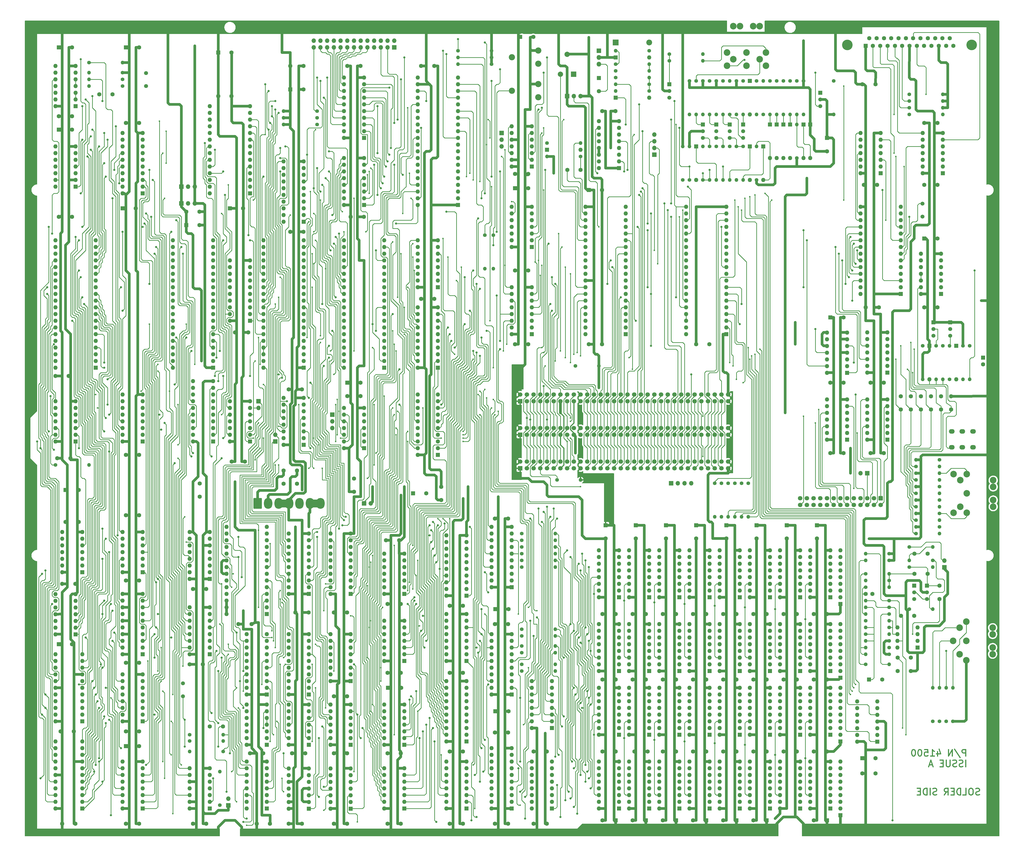
<source format=gbr>
G04 #@! TF.GenerationSoftware,KiCad,Pcbnew,(6.0.8)*
G04 #@! TF.CreationDate,2022-10-19T21:35:41+01:00*
G04 #@! TF.ProjectId,DgnBeta,44676e42-6574-4612-9e6b-696361645f70,rev?*
G04 #@! TF.SameCoordinates,Original*
G04 #@! TF.FileFunction,Copper,L2,Bot*
G04 #@! TF.FilePolarity,Positive*
%FSLAX46Y46*%
G04 Gerber Fmt 4.6, Leading zero omitted, Abs format (unit mm)*
G04 Created by KiCad (PCBNEW (6.0.8)) date 2022-10-19 21:35:41*
%MOMM*%
%LPD*%
G01*
G04 APERTURE LIST*
G04 Aperture macros list*
%AMRoundRect*
0 Rectangle with rounded corners*
0 $1 Rounding radius*
0 $2 $3 $4 $5 $6 $7 $8 $9 X,Y pos of 4 corners*
0 Add a 4 corners polygon primitive as box body*
4,1,4,$2,$3,$4,$5,$6,$7,$8,$9,$2,$3,0*
0 Add four circle primitives for the rounded corners*
1,1,$1+$1,$2,$3*
1,1,$1+$1,$4,$5*
1,1,$1+$1,$6,$7*
1,1,$1+$1,$8,$9*
0 Add four rect primitives between the rounded corners*
20,1,$1+$1,$2,$3,$4,$5,0*
20,1,$1+$1,$4,$5,$6,$7,0*
20,1,$1+$1,$6,$7,$8,$9,0*
20,1,$1+$1,$8,$9,$2,$3,0*%
G04 Aperture macros list end*
%ADD10C,0.400000*%
G04 #@! TA.AperFunction,NonConductor*
%ADD11C,0.400000*%
G04 #@! TD*
G04 #@! TA.AperFunction,ComponentPad*
%ADD12R,1.600000X1.600000*%
G04 #@! TD*
G04 #@! TA.AperFunction,ComponentPad*
%ADD13O,1.600000X1.600000*%
G04 #@! TD*
G04 #@! TA.AperFunction,ComponentPad*
%ADD14C,1.600000*%
G04 #@! TD*
G04 #@! TA.AperFunction,ComponentPad*
%ADD15C,1.400000*%
G04 #@! TD*
G04 #@! TA.AperFunction,ComponentPad*
%ADD16O,1.400000X1.400000*%
G04 #@! TD*
G04 #@! TA.AperFunction,ComponentPad*
%ADD17C,1.500000*%
G04 #@! TD*
G04 #@! TA.AperFunction,ComponentPad*
%ADD18R,1.700000X1.700000*%
G04 #@! TD*
G04 #@! TA.AperFunction,ComponentPad*
%ADD19C,1.700000*%
G04 #@! TD*
G04 #@! TA.AperFunction,ComponentPad*
%ADD20O,1.700000X1.700000*%
G04 #@! TD*
G04 #@! TA.AperFunction,ComponentPad*
%ADD21RoundRect,0.250000X-1.330000X-1.800000X1.330000X-1.800000X1.330000X1.800000X-1.330000X1.800000X0*%
G04 #@! TD*
G04 #@! TA.AperFunction,ComponentPad*
%ADD22O,3.160000X4.100000*%
G04 #@! TD*
G04 #@! TA.AperFunction,ComponentPad*
%ADD23R,1.500000X1.500000*%
G04 #@! TD*
G04 #@! TA.AperFunction,ComponentPad*
%ADD24C,4.000000*%
G04 #@! TD*
G04 #@! TA.AperFunction,ComponentPad*
%ADD25C,2.500000*%
G04 #@! TD*
G04 #@! TA.AperFunction,ComponentPad*
%ADD26R,2.200000X2.200000*%
G04 #@! TD*
G04 #@! TA.AperFunction,ComponentPad*
%ADD27O,2.200000X2.200000*%
G04 #@! TD*
G04 #@! TA.AperFunction,ComponentPad*
%ADD28R,2.000000X2.000000*%
G04 #@! TD*
G04 #@! TA.AperFunction,ComponentPad*
%ADD29C,2.000000*%
G04 #@! TD*
G04 #@! TA.AperFunction,ComponentPad*
%ADD30R,1.800000X1.800000*%
G04 #@! TD*
G04 #@! TA.AperFunction,ComponentPad*
%ADD31O,1.800000X1.800000*%
G04 #@! TD*
G04 #@! TA.AperFunction,ComponentPad*
%ADD32C,2.340000*%
G04 #@! TD*
G04 #@! TA.AperFunction,ComponentPad*
%ADD33RoundRect,0.250000X-0.600000X0.600000X-0.600000X-0.600000X0.600000X-0.600000X0.600000X0.600000X0*%
G04 #@! TD*
G04 #@! TA.AperFunction,ComponentPad*
%ADD34O,2.200000X1.700000*%
G04 #@! TD*
G04 #@! TA.AperFunction,ViaPad*
%ADD35C,0.800000*%
G04 #@! TD*
G04 #@! TA.AperFunction,ViaPad*
%ADD36C,0.600000*%
G04 #@! TD*
G04 #@! TA.AperFunction,Conductor*
%ADD37C,1.000000*%
G04 #@! TD*
G04 #@! TA.AperFunction,Conductor*
%ADD38C,3.000000*%
G04 #@! TD*
G04 #@! TA.AperFunction,Conductor*
%ADD39C,0.250000*%
G04 #@! TD*
G04 #@! TA.AperFunction,Conductor*
%ADD40C,0.400000*%
G04 #@! TD*
G04 APERTURE END LIST*
D10*
D11*
X371254761Y-354083452D02*
X371254761Y-351583452D01*
X370302380Y-351583452D01*
X370064285Y-351702500D01*
X369945238Y-351821547D01*
X369826190Y-352059642D01*
X369826190Y-352416785D01*
X369945238Y-352654880D01*
X370064285Y-352773928D01*
X370302380Y-352892976D01*
X371254761Y-352892976D01*
X366969047Y-351464404D02*
X369111904Y-354678690D01*
X366135714Y-354083452D02*
X366135714Y-351583452D01*
X364707142Y-354083452D01*
X364707142Y-351583452D01*
X360540476Y-352416785D02*
X360540476Y-354083452D01*
X361135714Y-351464404D02*
X361730952Y-353250119D01*
X360183333Y-353250119D01*
X357921428Y-354083452D02*
X359350000Y-354083452D01*
X358635714Y-354083452D02*
X358635714Y-351583452D01*
X358873809Y-351940595D01*
X359111904Y-352178690D01*
X359350000Y-352297738D01*
X355659523Y-351583452D02*
X356850000Y-351583452D01*
X356969047Y-352773928D01*
X356850000Y-352654880D01*
X356611904Y-352535833D01*
X356016666Y-352535833D01*
X355778571Y-352654880D01*
X355659523Y-352773928D01*
X355540476Y-353012023D01*
X355540476Y-353607261D01*
X355659523Y-353845357D01*
X355778571Y-353964404D01*
X356016666Y-354083452D01*
X356611904Y-354083452D01*
X356850000Y-353964404D01*
X356969047Y-353845357D01*
X353992857Y-351583452D02*
X353754761Y-351583452D01*
X353516666Y-351702500D01*
X353397619Y-351821547D01*
X353278571Y-352059642D01*
X353159523Y-352535833D01*
X353159523Y-353131071D01*
X353278571Y-353607261D01*
X353397619Y-353845357D01*
X353516666Y-353964404D01*
X353754761Y-354083452D01*
X353992857Y-354083452D01*
X354230952Y-353964404D01*
X354350000Y-353845357D01*
X354469047Y-353607261D01*
X354588095Y-353131071D01*
X354588095Y-352535833D01*
X354469047Y-352059642D01*
X354350000Y-351821547D01*
X354230952Y-351702500D01*
X353992857Y-351583452D01*
X351611904Y-351583452D02*
X351373809Y-351583452D01*
X351135714Y-351702500D01*
X351016666Y-351821547D01*
X350897619Y-352059642D01*
X350778571Y-352535833D01*
X350778571Y-353131071D01*
X350897619Y-353607261D01*
X351016666Y-353845357D01*
X351135714Y-353964404D01*
X351373809Y-354083452D01*
X351611904Y-354083452D01*
X351850000Y-353964404D01*
X351969047Y-353845357D01*
X352088095Y-353607261D01*
X352207142Y-353131071D01*
X352207142Y-352535833D01*
X352088095Y-352059642D01*
X351969047Y-351821547D01*
X351850000Y-351702500D01*
X351611904Y-351583452D01*
X371254761Y-358108452D02*
X371254761Y-355608452D01*
X370183333Y-357989404D02*
X369826190Y-358108452D01*
X369230952Y-358108452D01*
X368992857Y-357989404D01*
X368873809Y-357870357D01*
X368754761Y-357632261D01*
X368754761Y-357394166D01*
X368873809Y-357156071D01*
X368992857Y-357037023D01*
X369230952Y-356917976D01*
X369707142Y-356798928D01*
X369945238Y-356679880D01*
X370064285Y-356560833D01*
X370183333Y-356322738D01*
X370183333Y-356084642D01*
X370064285Y-355846547D01*
X369945238Y-355727500D01*
X369707142Y-355608452D01*
X369111904Y-355608452D01*
X368754761Y-355727500D01*
X367802380Y-357989404D02*
X367445238Y-358108452D01*
X366850000Y-358108452D01*
X366611904Y-357989404D01*
X366492857Y-357870357D01*
X366373809Y-357632261D01*
X366373809Y-357394166D01*
X366492857Y-357156071D01*
X366611904Y-357037023D01*
X366850000Y-356917976D01*
X367326190Y-356798928D01*
X367564285Y-356679880D01*
X367683333Y-356560833D01*
X367802380Y-356322738D01*
X367802380Y-356084642D01*
X367683333Y-355846547D01*
X367564285Y-355727500D01*
X367326190Y-355608452D01*
X366730952Y-355608452D01*
X366373809Y-355727500D01*
X365302380Y-355608452D02*
X365302380Y-357632261D01*
X365183333Y-357870357D01*
X365064285Y-357989404D01*
X364826190Y-358108452D01*
X364350000Y-358108452D01*
X364111904Y-357989404D01*
X363992857Y-357870357D01*
X363873809Y-357632261D01*
X363873809Y-355608452D01*
X362683333Y-356798928D02*
X361850000Y-356798928D01*
X361492857Y-358108452D02*
X362683333Y-358108452D01*
X362683333Y-355608452D01*
X361492857Y-355608452D01*
X358635714Y-357394166D02*
X357445238Y-357394166D01*
X358873809Y-358108452D02*
X358040476Y-355608452D01*
X357207142Y-358108452D01*
D10*
D11*
X376453809Y-368676904D02*
X376096666Y-368795952D01*
X375501428Y-368795952D01*
X375263333Y-368676904D01*
X375144285Y-368557857D01*
X375025238Y-368319761D01*
X375025238Y-368081666D01*
X375144285Y-367843571D01*
X375263333Y-367724523D01*
X375501428Y-367605476D01*
X375977619Y-367486428D01*
X376215714Y-367367380D01*
X376334761Y-367248333D01*
X376453809Y-367010238D01*
X376453809Y-366772142D01*
X376334761Y-366534047D01*
X376215714Y-366415000D01*
X375977619Y-366295952D01*
X375382380Y-366295952D01*
X375025238Y-366415000D01*
X373477619Y-366295952D02*
X373001428Y-366295952D01*
X372763333Y-366415000D01*
X372525238Y-366653095D01*
X372406190Y-367129285D01*
X372406190Y-367962619D01*
X372525238Y-368438809D01*
X372763333Y-368676904D01*
X373001428Y-368795952D01*
X373477619Y-368795952D01*
X373715714Y-368676904D01*
X373953809Y-368438809D01*
X374072857Y-367962619D01*
X374072857Y-367129285D01*
X373953809Y-366653095D01*
X373715714Y-366415000D01*
X373477619Y-366295952D01*
X370144285Y-368795952D02*
X371334761Y-368795952D01*
X371334761Y-366295952D01*
X369310952Y-368795952D02*
X369310952Y-366295952D01*
X368715714Y-366295952D01*
X368358571Y-366415000D01*
X368120476Y-366653095D01*
X368001428Y-366891190D01*
X367882380Y-367367380D01*
X367882380Y-367724523D01*
X368001428Y-368200714D01*
X368120476Y-368438809D01*
X368358571Y-368676904D01*
X368715714Y-368795952D01*
X369310952Y-368795952D01*
X366810952Y-367486428D02*
X365977619Y-367486428D01*
X365620476Y-368795952D02*
X366810952Y-368795952D01*
X366810952Y-366295952D01*
X365620476Y-366295952D01*
X363120476Y-368795952D02*
X363953809Y-367605476D01*
X364549047Y-368795952D02*
X364549047Y-366295952D01*
X363596666Y-366295952D01*
X363358571Y-366415000D01*
X363239523Y-366534047D01*
X363120476Y-366772142D01*
X363120476Y-367129285D01*
X363239523Y-367367380D01*
X363358571Y-367486428D01*
X363596666Y-367605476D01*
X364549047Y-367605476D01*
X360263333Y-368676904D02*
X359906190Y-368795952D01*
X359310952Y-368795952D01*
X359072857Y-368676904D01*
X358953809Y-368557857D01*
X358834761Y-368319761D01*
X358834761Y-368081666D01*
X358953809Y-367843571D01*
X359072857Y-367724523D01*
X359310952Y-367605476D01*
X359787142Y-367486428D01*
X360025238Y-367367380D01*
X360144285Y-367248333D01*
X360263333Y-367010238D01*
X360263333Y-366772142D01*
X360144285Y-366534047D01*
X360025238Y-366415000D01*
X359787142Y-366295952D01*
X359191904Y-366295952D01*
X358834761Y-366415000D01*
X357763333Y-368795952D02*
X357763333Y-366295952D01*
X356572857Y-368795952D02*
X356572857Y-366295952D01*
X355977619Y-366295952D01*
X355620476Y-366415000D01*
X355382380Y-366653095D01*
X355263333Y-366891190D01*
X355144285Y-367367380D01*
X355144285Y-367724523D01*
X355263333Y-368200714D01*
X355382380Y-368438809D01*
X355620476Y-368676904D01*
X355977619Y-368795952D01*
X356572857Y-368795952D01*
X354072857Y-367486428D02*
X353239523Y-367486428D01*
X352882380Y-368795952D02*
X354072857Y-368795952D01*
X354072857Y-366295952D01*
X352882380Y-366295952D01*
D12*
X151130000Y-207010000D03*
D13*
X151130000Y-204470000D03*
X151130000Y-201930000D03*
X151130000Y-199390000D03*
X151130000Y-196850000D03*
X151130000Y-194310000D03*
X151130000Y-191770000D03*
X151130000Y-189230000D03*
X151130000Y-186690000D03*
X151130000Y-184150000D03*
X151130000Y-181610000D03*
X151130000Y-179070000D03*
X151130000Y-176530000D03*
X151130000Y-173990000D03*
X151130000Y-171450000D03*
X151130000Y-168910000D03*
X151130000Y-166370000D03*
X151130000Y-163830000D03*
X151130000Y-161290000D03*
X151130000Y-158750000D03*
X135890000Y-158750000D03*
X135890000Y-161290000D03*
X135890000Y-163830000D03*
X135890000Y-166370000D03*
X135890000Y-168910000D03*
X135890000Y-171450000D03*
X135890000Y-173990000D03*
X135890000Y-176530000D03*
X135890000Y-179070000D03*
X135890000Y-181610000D03*
X135890000Y-184150000D03*
X135890000Y-186690000D03*
X135890000Y-189230000D03*
X135890000Y-191770000D03*
X135890000Y-194310000D03*
X135890000Y-196850000D03*
X135890000Y-199390000D03*
X135890000Y-201930000D03*
X135890000Y-204470000D03*
X135890000Y-207010000D03*
D12*
X85090000Y-374015000D03*
D13*
X85090000Y-371475000D03*
X85090000Y-368935000D03*
X85090000Y-366395000D03*
X85090000Y-363855000D03*
X85090000Y-361315000D03*
X85090000Y-358775000D03*
X77470000Y-358775000D03*
X77470000Y-361315000D03*
X77470000Y-363855000D03*
X77470000Y-366395000D03*
X77470000Y-368935000D03*
X77470000Y-371475000D03*
X77470000Y-374015000D03*
D14*
X29210000Y-288925000D03*
X34210000Y-288925000D03*
D12*
X27940000Y-311785000D03*
D14*
X32940000Y-311785000D03*
D12*
X120650000Y-207010000D03*
D13*
X120650000Y-204470000D03*
X120650000Y-201930000D03*
X120650000Y-199390000D03*
X120650000Y-196850000D03*
X120650000Y-194310000D03*
X120650000Y-191770000D03*
X120650000Y-189230000D03*
X120650000Y-186690000D03*
X120650000Y-184150000D03*
X120650000Y-181610000D03*
X120650000Y-179070000D03*
X120650000Y-176530000D03*
X120650000Y-173990000D03*
X120650000Y-171450000D03*
X120650000Y-168910000D03*
X120650000Y-166370000D03*
X120650000Y-163830000D03*
X120650000Y-161290000D03*
X120650000Y-158750000D03*
X105410000Y-158750000D03*
X105410000Y-161290000D03*
X105410000Y-163830000D03*
X105410000Y-166370000D03*
X105410000Y-168910000D03*
X105410000Y-171450000D03*
X105410000Y-173990000D03*
X105410000Y-176530000D03*
X105410000Y-179070000D03*
X105410000Y-181610000D03*
X105410000Y-184150000D03*
X105410000Y-186690000D03*
X105410000Y-189230000D03*
X105410000Y-191770000D03*
X105410000Y-194310000D03*
X105410000Y-196850000D03*
X105410000Y-199390000D03*
X105410000Y-201930000D03*
X105410000Y-204470000D03*
X105410000Y-207010000D03*
D14*
X28575000Y-344805000D03*
X33575000Y-344805000D03*
D15*
X88900000Y-372745000D03*
D16*
X88900000Y-360045000D03*
D14*
X29210000Y-379730000D03*
X34210000Y-379730000D03*
X30480000Y-265430000D03*
X35480000Y-265430000D03*
D12*
X323850000Y-376555000D03*
D13*
X323850000Y-374015000D03*
X323850000Y-371475000D03*
X323850000Y-368935000D03*
X323850000Y-366395000D03*
X323850000Y-363855000D03*
X323850000Y-361315000D03*
X323850000Y-358775000D03*
X323850000Y-356235000D03*
D12*
X323850000Y-348615000D03*
D13*
X323850000Y-346075000D03*
X323850000Y-343535000D03*
X323850000Y-340995000D03*
X323850000Y-338455000D03*
X323850000Y-335915000D03*
X323850000Y-333375000D03*
X323850000Y-330835000D03*
X323850000Y-328295000D03*
D12*
X323850000Y-324485000D03*
D13*
X323850000Y-321945000D03*
X323850000Y-319405000D03*
X323850000Y-316865000D03*
X323850000Y-314325000D03*
X323850000Y-311785000D03*
X323850000Y-309245000D03*
X323850000Y-306705000D03*
X323850000Y-304165000D03*
D14*
X85090000Y-342900000D03*
X90090000Y-342900000D03*
D12*
X34290000Y-234950000D03*
D13*
X34290000Y-232410000D03*
X34290000Y-229870000D03*
X34290000Y-227330000D03*
X34290000Y-224790000D03*
X34290000Y-222250000D03*
X34290000Y-219710000D03*
X26670000Y-219710000D03*
X26670000Y-222250000D03*
X26670000Y-224790000D03*
X26670000Y-227330000D03*
X26670000Y-229870000D03*
X26670000Y-232410000D03*
X26670000Y-234950000D03*
D17*
X74930000Y-331470000D03*
X74930000Y-326570000D03*
D12*
X323850000Y-296545000D03*
D13*
X323850000Y-294005000D03*
X323850000Y-291465000D03*
X323850000Y-288925000D03*
X323850000Y-286385000D03*
X323850000Y-283845000D03*
X323850000Y-281305000D03*
X323850000Y-278765000D03*
X323850000Y-276225000D03*
D12*
X36830000Y-284480000D03*
D13*
X36830000Y-281940000D03*
X36830000Y-279400000D03*
X36830000Y-276860000D03*
X36830000Y-274320000D03*
X36830000Y-271780000D03*
X36830000Y-269240000D03*
X29210000Y-269240000D03*
X29210000Y-271780000D03*
X29210000Y-274320000D03*
X29210000Y-276860000D03*
X29210000Y-279400000D03*
X29210000Y-281940000D03*
X29210000Y-284480000D03*
D12*
X106680000Y-330835000D03*
D13*
X106680000Y-328295000D03*
X106680000Y-325755000D03*
X106680000Y-323215000D03*
X106680000Y-320675000D03*
X106680000Y-318135000D03*
X106680000Y-315595000D03*
X106680000Y-313055000D03*
X106680000Y-310515000D03*
X106680000Y-307975000D03*
X99060000Y-307975000D03*
X99060000Y-310515000D03*
X99060000Y-313055000D03*
X99060000Y-315595000D03*
X99060000Y-318135000D03*
X99060000Y-320675000D03*
X99060000Y-323215000D03*
X99060000Y-325755000D03*
X99060000Y-328295000D03*
X99060000Y-330835000D03*
D15*
X77470000Y-346075000D03*
D16*
X90170000Y-346075000D03*
D12*
X36830000Y-340995000D03*
D13*
X36830000Y-338455000D03*
X36830000Y-335915000D03*
X36830000Y-333375000D03*
X36830000Y-330835000D03*
X36830000Y-328295000D03*
X36830000Y-325755000D03*
X36830000Y-323215000D03*
X36830000Y-320675000D03*
X36830000Y-318135000D03*
X36830000Y-315595000D03*
X26670000Y-315595000D03*
X26670000Y-318135000D03*
X26670000Y-320675000D03*
X26670000Y-323215000D03*
X26670000Y-325755000D03*
X26670000Y-328295000D03*
X26670000Y-330835000D03*
X26670000Y-333375000D03*
X26670000Y-335915000D03*
X26670000Y-338455000D03*
X26670000Y-340995000D03*
D12*
X36830000Y-374015000D03*
D13*
X36830000Y-371475000D03*
X36830000Y-368935000D03*
X36830000Y-366395000D03*
X36830000Y-363855000D03*
X36830000Y-361315000D03*
X36830000Y-358775000D03*
X36830000Y-356235000D03*
X36830000Y-353695000D03*
X36830000Y-351155000D03*
X36830000Y-348615000D03*
X26670000Y-348615000D03*
X26670000Y-351155000D03*
X26670000Y-353695000D03*
X26670000Y-356235000D03*
X26670000Y-358775000D03*
X26670000Y-361315000D03*
X26670000Y-363855000D03*
X26670000Y-366395000D03*
X26670000Y-368935000D03*
X26670000Y-371475000D03*
X26670000Y-374015000D03*
D15*
X77410001Y-348420001D03*
D16*
X90110001Y-348420001D03*
D15*
X90170000Y-352425000D03*
D16*
X77470000Y-352425000D03*
D12*
X199390000Y-290195000D03*
D13*
X199390000Y-287655000D03*
X199390000Y-285115000D03*
X199390000Y-282575000D03*
X199390000Y-280035000D03*
X199390000Y-277495000D03*
X199390000Y-274955000D03*
X199390000Y-272415000D03*
X199390000Y-269875000D03*
X199390000Y-267335000D03*
X191770000Y-267335000D03*
X191770000Y-269875000D03*
X191770000Y-272415000D03*
X191770000Y-274955000D03*
X191770000Y-277495000D03*
X191770000Y-280035000D03*
X191770000Y-282575000D03*
X191770000Y-285115000D03*
X191770000Y-287655000D03*
X191770000Y-290195000D03*
D12*
X199390000Y-374015000D03*
D13*
X199390000Y-371475000D03*
X199390000Y-368935000D03*
X199390000Y-366395000D03*
X199390000Y-363855000D03*
X199390000Y-361315000D03*
X199390000Y-358775000D03*
X199390000Y-356235000D03*
X199390000Y-353695000D03*
X199390000Y-351155000D03*
X191770000Y-351155000D03*
X191770000Y-353695000D03*
X191770000Y-356235000D03*
X191770000Y-358775000D03*
X191770000Y-361315000D03*
X191770000Y-363855000D03*
X191770000Y-366395000D03*
X191770000Y-368935000D03*
X191770000Y-371475000D03*
X191770000Y-374015000D03*
D12*
X214630000Y-343535000D03*
D13*
X214630000Y-340995000D03*
X214630000Y-338455000D03*
X214630000Y-335915000D03*
X214630000Y-333375000D03*
X214630000Y-330835000D03*
X214630000Y-328295000D03*
X214630000Y-325755000D03*
X207010000Y-325755000D03*
X207010000Y-328295000D03*
X207010000Y-330835000D03*
X207010000Y-333375000D03*
X207010000Y-335915000D03*
X207010000Y-338455000D03*
X207010000Y-340995000D03*
X207010000Y-343535000D03*
D15*
X39370000Y-91440000D03*
D16*
X52070000Y-91440000D03*
D12*
X182245000Y-318135000D03*
D13*
X182245000Y-315595000D03*
X182245000Y-313055000D03*
X182245000Y-310515000D03*
X182245000Y-307975000D03*
X182245000Y-305435000D03*
X182245000Y-302895000D03*
X182245000Y-300355000D03*
X174625000Y-300355000D03*
X174625000Y-302895000D03*
X174625000Y-305435000D03*
X174625000Y-307975000D03*
X174625000Y-310515000D03*
X174625000Y-313055000D03*
X174625000Y-315595000D03*
X174625000Y-318135000D03*
D12*
X158750000Y-349885000D03*
D13*
X158750000Y-347345000D03*
X158750000Y-344805000D03*
X158750000Y-342265000D03*
X158750000Y-339725000D03*
X158750000Y-337185000D03*
X158750000Y-334645000D03*
X151130000Y-334645000D03*
X151130000Y-337185000D03*
X151130000Y-339725000D03*
X151130000Y-342265000D03*
X151130000Y-344805000D03*
X151130000Y-347345000D03*
X151130000Y-349885000D03*
D12*
X41910000Y-207010000D03*
D13*
X41910000Y-204470000D03*
X41910000Y-201930000D03*
X41910000Y-199390000D03*
X41910000Y-196850000D03*
X41910000Y-194310000D03*
X41910000Y-191770000D03*
X41910000Y-189230000D03*
X41910000Y-186690000D03*
X41910000Y-184150000D03*
X41910000Y-181610000D03*
X41910000Y-179070000D03*
X41910000Y-176530000D03*
X41910000Y-173990000D03*
X41910000Y-171450000D03*
X41910000Y-168910000D03*
X41910000Y-166370000D03*
X41910000Y-163830000D03*
X41910000Y-161290000D03*
X41910000Y-158750000D03*
X26670000Y-158750000D03*
X26670000Y-161290000D03*
X26670000Y-163830000D03*
X26670000Y-166370000D03*
X26670000Y-168910000D03*
X26670000Y-171450000D03*
X26670000Y-173990000D03*
X26670000Y-176530000D03*
X26670000Y-179070000D03*
X26670000Y-181610000D03*
X26670000Y-184150000D03*
X26670000Y-186690000D03*
X26670000Y-189230000D03*
X26670000Y-191770000D03*
X26670000Y-194310000D03*
X26670000Y-196850000D03*
X26670000Y-199390000D03*
X26670000Y-201930000D03*
X26670000Y-204470000D03*
X26670000Y-207010000D03*
D12*
X158750000Y-374015000D03*
D13*
X158750000Y-371475000D03*
X158750000Y-368935000D03*
X158750000Y-366395000D03*
X158750000Y-363855000D03*
X158750000Y-361315000D03*
X158750000Y-358775000D03*
X151130000Y-358775000D03*
X151130000Y-361315000D03*
X151130000Y-363855000D03*
X151130000Y-366395000D03*
X151130000Y-368935000D03*
X151130000Y-371475000D03*
X151130000Y-374015000D03*
D12*
X158750000Y-292735000D03*
D13*
X158750000Y-290195000D03*
X158750000Y-287655000D03*
X158750000Y-285115000D03*
X158750000Y-282575000D03*
X158750000Y-280035000D03*
X158750000Y-277495000D03*
X151130000Y-277495000D03*
X151130000Y-280035000D03*
X151130000Y-282575000D03*
X151130000Y-285115000D03*
X151130000Y-287655000D03*
X151130000Y-290195000D03*
X151130000Y-292735000D03*
D12*
X158750000Y-318135000D03*
D13*
X158750000Y-315595000D03*
X158750000Y-313055000D03*
X158750000Y-310515000D03*
X158750000Y-307975000D03*
X158750000Y-305435000D03*
X158750000Y-302895000D03*
X151130000Y-302895000D03*
X151130000Y-305435000D03*
X151130000Y-307975000D03*
X151130000Y-310515000D03*
X151130000Y-313055000D03*
X151130000Y-315595000D03*
X151130000Y-318135000D03*
D12*
X182245000Y-293370000D03*
D13*
X182245000Y-290830000D03*
X182245000Y-288290000D03*
X182245000Y-285750000D03*
X182245000Y-283210000D03*
X182245000Y-280670000D03*
X182245000Y-278130000D03*
X182245000Y-275590000D03*
X182245000Y-273050000D03*
X182245000Y-270510000D03*
X174625000Y-270510000D03*
X174625000Y-273050000D03*
X174625000Y-275590000D03*
X174625000Y-278130000D03*
X174625000Y-280670000D03*
X174625000Y-283210000D03*
X174625000Y-285750000D03*
X174625000Y-288290000D03*
X174625000Y-290830000D03*
X174625000Y-293370000D03*
D15*
X203200000Y-321945000D03*
D16*
X215900000Y-321945000D03*
D12*
X86360000Y-207010000D03*
D13*
X86360000Y-204470000D03*
X86360000Y-201930000D03*
X86360000Y-199390000D03*
X86360000Y-196850000D03*
X86360000Y-194310000D03*
X86360000Y-191770000D03*
X86360000Y-189230000D03*
X86360000Y-186690000D03*
X86360000Y-184150000D03*
X86360000Y-181610000D03*
X86360000Y-179070000D03*
X86360000Y-176530000D03*
X86360000Y-173990000D03*
X86360000Y-171450000D03*
X86360000Y-168910000D03*
X86360000Y-166370000D03*
X86360000Y-163830000D03*
X86360000Y-161290000D03*
X86360000Y-158750000D03*
X71120000Y-158750000D03*
X71120000Y-161290000D03*
X71120000Y-163830000D03*
X71120000Y-166370000D03*
X71120000Y-168910000D03*
X71120000Y-171450000D03*
X71120000Y-173990000D03*
X71120000Y-176530000D03*
X71120000Y-179070000D03*
X71120000Y-181610000D03*
X71120000Y-184150000D03*
X71120000Y-186690000D03*
X71120000Y-189230000D03*
X71120000Y-191770000D03*
X71120000Y-194310000D03*
X71120000Y-196850000D03*
X71120000Y-199390000D03*
X71120000Y-201930000D03*
X71120000Y-204470000D03*
X71120000Y-207010000D03*
D15*
X203200000Y-314960000D03*
D16*
X215900000Y-314960000D03*
D12*
X59690000Y-234950000D03*
D13*
X59690000Y-232410000D03*
X59690000Y-229870000D03*
X59690000Y-227330000D03*
X59690000Y-224790000D03*
X59690000Y-222250000D03*
X59690000Y-219710000D03*
X59690000Y-217170000D03*
X52070000Y-217170000D03*
X52070000Y-219710000D03*
X52070000Y-222250000D03*
X52070000Y-224790000D03*
X52070000Y-227330000D03*
X52070000Y-229870000D03*
X52070000Y-232410000D03*
X52070000Y-234950000D03*
D12*
X100330000Y-189230000D03*
D13*
X100330000Y-186690000D03*
X100330000Y-184150000D03*
X100330000Y-181610000D03*
X100330000Y-179070000D03*
X100330000Y-176530000D03*
X100330000Y-173990000D03*
X100330000Y-171450000D03*
X100330000Y-168910000D03*
X100330000Y-166370000D03*
X92710000Y-166370000D03*
X92710000Y-168910000D03*
X92710000Y-171450000D03*
X92710000Y-173990000D03*
X92710000Y-176530000D03*
X92710000Y-179070000D03*
X92710000Y-181610000D03*
X92710000Y-184150000D03*
X92710000Y-186690000D03*
X92710000Y-189230000D03*
D12*
X59690000Y-374015000D03*
D13*
X59690000Y-371475000D03*
X59690000Y-368935000D03*
X59690000Y-366395000D03*
X59690000Y-363855000D03*
X59690000Y-361315000D03*
X59690000Y-358775000D03*
X59690000Y-356235000D03*
X52070000Y-356235000D03*
X52070000Y-358775000D03*
X52070000Y-361315000D03*
X52070000Y-363855000D03*
X52070000Y-366395000D03*
X52070000Y-368935000D03*
X52070000Y-371475000D03*
X52070000Y-374015000D03*
D12*
X59690000Y-315595000D03*
D13*
X59690000Y-313055000D03*
X59690000Y-310515000D03*
X59690000Y-307975000D03*
X59690000Y-305435000D03*
X59690000Y-302895000D03*
X59690000Y-300355000D03*
X59690000Y-297815000D03*
X59690000Y-295275000D03*
X59690000Y-292735000D03*
X52070000Y-292735000D03*
X52070000Y-295275000D03*
X52070000Y-297815000D03*
X52070000Y-300355000D03*
X52070000Y-302895000D03*
X52070000Y-305435000D03*
X52070000Y-307975000D03*
X52070000Y-310515000D03*
X52070000Y-313055000D03*
X52070000Y-315595000D03*
D12*
X59690000Y-140970000D03*
D13*
X59690000Y-138430000D03*
X59690000Y-135890000D03*
X59690000Y-133350000D03*
X59690000Y-130810000D03*
X59690000Y-128270000D03*
X59690000Y-125730000D03*
X59690000Y-123190000D03*
X59690000Y-120650000D03*
X59690000Y-118110000D03*
X52070000Y-118110000D03*
X52070000Y-120650000D03*
X52070000Y-123190000D03*
X52070000Y-125730000D03*
X52070000Y-128270000D03*
X52070000Y-130810000D03*
X52070000Y-133350000D03*
X52070000Y-135890000D03*
X52070000Y-138430000D03*
X52070000Y-140970000D03*
D15*
X203200000Y-319405000D03*
D16*
X215900000Y-319405000D03*
D12*
X214630000Y-374015000D03*
D13*
X214630000Y-371475000D03*
X214630000Y-368935000D03*
X214630000Y-366395000D03*
X214630000Y-363855000D03*
X214630000Y-361315000D03*
X214630000Y-358775000D03*
X214630000Y-356235000D03*
X207010000Y-356235000D03*
X207010000Y-358775000D03*
X207010000Y-361315000D03*
X207010000Y-363855000D03*
X207010000Y-366395000D03*
X207010000Y-368935000D03*
X207010000Y-371475000D03*
X207010000Y-374015000D03*
D12*
X308610000Y-374015000D03*
D13*
X308610000Y-371475000D03*
X308610000Y-368935000D03*
X308610000Y-366395000D03*
X308610000Y-363855000D03*
X308610000Y-361315000D03*
X308610000Y-358775000D03*
X308610000Y-356235000D03*
X300990000Y-356235000D03*
X300990000Y-358775000D03*
X300990000Y-361315000D03*
X300990000Y-363855000D03*
X300990000Y-366395000D03*
X300990000Y-368935000D03*
X300990000Y-371475000D03*
X300990000Y-374015000D03*
D12*
X297180000Y-374015000D03*
D13*
X297180000Y-371475000D03*
X297180000Y-368935000D03*
X297180000Y-366395000D03*
X297180000Y-363855000D03*
X297180000Y-361315000D03*
X297180000Y-358775000D03*
X297180000Y-356235000D03*
X289560000Y-356235000D03*
X289560000Y-358775000D03*
X289560000Y-361315000D03*
X289560000Y-363855000D03*
X289560000Y-366395000D03*
X289560000Y-368935000D03*
X289560000Y-371475000D03*
X289560000Y-374015000D03*
D15*
X203200000Y-312420000D03*
D16*
X215900000Y-312420000D03*
D15*
X203200000Y-306070000D03*
D16*
X215900000Y-306070000D03*
D15*
X203210000Y-280035000D03*
D16*
X215910000Y-280035000D03*
D15*
X203210000Y-274955000D03*
D16*
X215910000Y-274955000D03*
D15*
X203210000Y-272415000D03*
D16*
X215910000Y-272415000D03*
D15*
X203200000Y-269875000D03*
D16*
X215900000Y-269875000D03*
D15*
X203210000Y-282575000D03*
D16*
X215910000Y-282575000D03*
D12*
X308610000Y-321945000D03*
D13*
X308610000Y-319405000D03*
X308610000Y-316865000D03*
X308610000Y-314325000D03*
X308610000Y-311785000D03*
X308610000Y-309245000D03*
X308610000Y-306705000D03*
X308610000Y-304165000D03*
X300990000Y-304165000D03*
X300990000Y-306705000D03*
X300990000Y-309245000D03*
X300990000Y-311785000D03*
X300990000Y-314325000D03*
X300990000Y-316865000D03*
X300990000Y-319405000D03*
X300990000Y-321945000D03*
D15*
X203200000Y-308610000D03*
D16*
X215900000Y-308610000D03*
D15*
X203210000Y-277495000D03*
D16*
X215910000Y-277495000D03*
D12*
X320040000Y-374015000D03*
D13*
X320040000Y-371475000D03*
X320040000Y-368935000D03*
X320040000Y-366395000D03*
X320040000Y-363855000D03*
X320040000Y-361315000D03*
X320040000Y-358775000D03*
X320040000Y-356235000D03*
X312420000Y-356235000D03*
X312420000Y-358775000D03*
X312420000Y-361315000D03*
X312420000Y-363855000D03*
X312420000Y-366395000D03*
X312420000Y-368935000D03*
X312420000Y-371475000D03*
X312420000Y-374015000D03*
D12*
X308610000Y-294005000D03*
D13*
X308610000Y-291465000D03*
X308610000Y-288925000D03*
X308610000Y-286385000D03*
X308610000Y-283845000D03*
X308610000Y-281305000D03*
X308610000Y-278765000D03*
X308610000Y-276225000D03*
X300990000Y-276225000D03*
X300990000Y-278765000D03*
X300990000Y-281305000D03*
X300990000Y-283845000D03*
X300990000Y-286385000D03*
X300990000Y-288925000D03*
X300990000Y-291465000D03*
X300990000Y-294005000D03*
D12*
X320040000Y-346075000D03*
D13*
X320040000Y-343535000D03*
X320040000Y-340995000D03*
X320040000Y-338455000D03*
X320040000Y-335915000D03*
X320040000Y-333375000D03*
X320040000Y-330835000D03*
X320040000Y-328295000D03*
X312420000Y-328295000D03*
X312420000Y-330835000D03*
X312420000Y-333375000D03*
X312420000Y-335915000D03*
X312420000Y-338455000D03*
X312420000Y-340995000D03*
X312420000Y-343535000D03*
X312420000Y-346075000D03*
D12*
X308610000Y-346075000D03*
D13*
X308610000Y-343535000D03*
X308610000Y-340995000D03*
X308610000Y-338455000D03*
X308610000Y-335915000D03*
X308610000Y-333375000D03*
X308610000Y-330835000D03*
X308610000Y-328295000D03*
X300990000Y-328295000D03*
X300990000Y-330835000D03*
X300990000Y-333375000D03*
X300990000Y-335915000D03*
X300990000Y-338455000D03*
X300990000Y-340995000D03*
X300990000Y-343535000D03*
X300990000Y-346075000D03*
D12*
X320040000Y-321945000D03*
D13*
X320040000Y-319405000D03*
X320040000Y-316865000D03*
X320040000Y-314325000D03*
X320040000Y-311785000D03*
X320040000Y-309245000D03*
X320040000Y-306705000D03*
X320040000Y-304165000D03*
X312420000Y-304165000D03*
X312420000Y-306705000D03*
X312420000Y-309245000D03*
X312420000Y-311785000D03*
X312420000Y-314325000D03*
X312420000Y-316865000D03*
X312420000Y-319405000D03*
X312420000Y-321945000D03*
D12*
X320040000Y-294005000D03*
D13*
X320040000Y-291465000D03*
X320040000Y-288925000D03*
X320040000Y-286385000D03*
X320040000Y-283845000D03*
X320040000Y-281305000D03*
X320040000Y-278765000D03*
X320040000Y-276225000D03*
X312420000Y-276225000D03*
X312420000Y-278765000D03*
X312420000Y-281305000D03*
X312420000Y-283845000D03*
X312420000Y-286385000D03*
X312420000Y-288925000D03*
X312420000Y-291465000D03*
X312420000Y-294005000D03*
D12*
X251460000Y-346075000D03*
D13*
X251460000Y-343535000D03*
X251460000Y-340995000D03*
X251460000Y-338455000D03*
X251460000Y-335915000D03*
X251460000Y-333375000D03*
X251460000Y-330835000D03*
X251460000Y-328295000D03*
X243840000Y-328295000D03*
X243840000Y-330835000D03*
X243840000Y-333375000D03*
X243840000Y-335915000D03*
X243840000Y-338455000D03*
X243840000Y-340995000D03*
X243840000Y-343535000D03*
X243840000Y-346075000D03*
D12*
X251460000Y-374015000D03*
D13*
X251460000Y-371475000D03*
X251460000Y-368935000D03*
X251460000Y-366395000D03*
X251460000Y-363855000D03*
X251460000Y-361315000D03*
X251460000Y-358775000D03*
X251460000Y-356235000D03*
X243840000Y-356235000D03*
X243840000Y-358775000D03*
X243840000Y-361315000D03*
X243840000Y-363855000D03*
X243840000Y-366395000D03*
X243840000Y-368935000D03*
X243840000Y-371475000D03*
X243840000Y-374015000D03*
D12*
X297180000Y-346075000D03*
D13*
X297180000Y-343535000D03*
X297180000Y-340995000D03*
X297180000Y-338455000D03*
X297180000Y-335915000D03*
X297180000Y-333375000D03*
X297180000Y-330835000D03*
X297180000Y-328295000D03*
X289560000Y-328295000D03*
X289560000Y-330835000D03*
X289560000Y-333375000D03*
X289560000Y-335915000D03*
X289560000Y-338455000D03*
X289560000Y-340995000D03*
X289560000Y-343535000D03*
X289560000Y-346075000D03*
D12*
X297180000Y-321945000D03*
D13*
X297180000Y-319405000D03*
X297180000Y-316865000D03*
X297180000Y-314325000D03*
X297180000Y-311785000D03*
X297180000Y-309245000D03*
X297180000Y-306705000D03*
X297180000Y-304165000D03*
X289560000Y-304165000D03*
X289560000Y-306705000D03*
X289560000Y-309245000D03*
X289560000Y-311785000D03*
X289560000Y-314325000D03*
X289560000Y-316865000D03*
X289560000Y-319405000D03*
X289560000Y-321945000D03*
D12*
X297180000Y-294005000D03*
D13*
X297180000Y-291465000D03*
X297180000Y-288925000D03*
X297180000Y-286385000D03*
X297180000Y-283845000D03*
X297180000Y-281305000D03*
X297180000Y-278765000D03*
X297180000Y-276225000D03*
X289560000Y-276225000D03*
X289560000Y-278765000D03*
X289560000Y-281305000D03*
X289560000Y-283845000D03*
X289560000Y-286385000D03*
X289560000Y-288925000D03*
X289560000Y-291465000D03*
X289560000Y-294005000D03*
D12*
X285750000Y-374015000D03*
D13*
X285750000Y-371475000D03*
X285750000Y-368935000D03*
X285750000Y-366395000D03*
X285750000Y-363855000D03*
X285750000Y-361315000D03*
X285750000Y-358775000D03*
X285750000Y-356235000D03*
X278130000Y-356235000D03*
X278130000Y-358775000D03*
X278130000Y-361315000D03*
X278130000Y-363855000D03*
X278130000Y-366395000D03*
X278130000Y-368935000D03*
X278130000Y-371475000D03*
X278130000Y-374015000D03*
D12*
X285750000Y-294005000D03*
D13*
X285750000Y-291465000D03*
X285750000Y-288925000D03*
X285750000Y-286385000D03*
X285750000Y-283845000D03*
X285750000Y-281305000D03*
X285750000Y-278765000D03*
X285750000Y-276225000D03*
X278130000Y-276225000D03*
X278130000Y-278765000D03*
X278130000Y-281305000D03*
X278130000Y-283845000D03*
X278130000Y-286385000D03*
X278130000Y-288925000D03*
X278130000Y-291465000D03*
X278130000Y-294005000D03*
D12*
X274320000Y-374015000D03*
D13*
X274320000Y-371475000D03*
X274320000Y-368935000D03*
X274320000Y-366395000D03*
X274320000Y-363855000D03*
X274320000Y-361315000D03*
X274320000Y-358775000D03*
X274320000Y-356235000D03*
X266700000Y-356235000D03*
X266700000Y-358775000D03*
X266700000Y-361315000D03*
X266700000Y-363855000D03*
X266700000Y-366395000D03*
X266700000Y-368935000D03*
X266700000Y-371475000D03*
X266700000Y-374015000D03*
D12*
X262890000Y-346075000D03*
D13*
X262890000Y-343535000D03*
X262890000Y-340995000D03*
X262890000Y-338455000D03*
X262890000Y-335915000D03*
X262890000Y-333375000D03*
X262890000Y-330835000D03*
X262890000Y-328295000D03*
X255270000Y-328295000D03*
X255270000Y-330835000D03*
X255270000Y-333375000D03*
X255270000Y-335915000D03*
X255270000Y-338455000D03*
X255270000Y-340995000D03*
X255270000Y-343535000D03*
X255270000Y-346075000D03*
D12*
X274320000Y-294005000D03*
D13*
X274320000Y-291465000D03*
X274320000Y-288925000D03*
X274320000Y-286385000D03*
X274320000Y-283845000D03*
X274320000Y-281305000D03*
X274320000Y-278765000D03*
X274320000Y-276225000D03*
X266700000Y-276225000D03*
X266700000Y-278765000D03*
X266700000Y-281305000D03*
X266700000Y-283845000D03*
X266700000Y-286385000D03*
X266700000Y-288925000D03*
X266700000Y-291465000D03*
X266700000Y-294005000D03*
D12*
X262890000Y-294005000D03*
D13*
X262890000Y-291465000D03*
X262890000Y-288925000D03*
X262890000Y-286385000D03*
X262890000Y-283845000D03*
X262890000Y-281305000D03*
X262890000Y-278765000D03*
X262890000Y-276225000D03*
X255270000Y-276225000D03*
X255270000Y-278765000D03*
X255270000Y-281305000D03*
X255270000Y-283845000D03*
X255270000Y-286385000D03*
X255270000Y-288925000D03*
X255270000Y-291465000D03*
X255270000Y-294005000D03*
D12*
X262890000Y-374015000D03*
D13*
X262890000Y-371475000D03*
X262890000Y-368935000D03*
X262890000Y-366395000D03*
X262890000Y-363855000D03*
X262890000Y-361315000D03*
X262890000Y-358775000D03*
X262890000Y-356235000D03*
X255270000Y-356235000D03*
X255270000Y-358775000D03*
X255270000Y-361315000D03*
X255270000Y-363855000D03*
X255270000Y-366395000D03*
X255270000Y-368935000D03*
X255270000Y-371475000D03*
X255270000Y-374015000D03*
D12*
X251460000Y-321945000D03*
D13*
X251460000Y-319405000D03*
X251460000Y-316865000D03*
X251460000Y-314325000D03*
X251460000Y-311785000D03*
X251460000Y-309245000D03*
X251460000Y-306705000D03*
X251460000Y-304165000D03*
X243840000Y-304165000D03*
X243840000Y-306705000D03*
X243840000Y-309245000D03*
X243840000Y-311785000D03*
X243840000Y-314325000D03*
X243840000Y-316865000D03*
X243840000Y-319405000D03*
X243840000Y-321945000D03*
D12*
X285750000Y-346075000D03*
D13*
X285750000Y-343535000D03*
X285750000Y-340995000D03*
X285750000Y-338455000D03*
X285750000Y-335915000D03*
X285750000Y-333375000D03*
X285750000Y-330835000D03*
X285750000Y-328295000D03*
X278130000Y-328295000D03*
X278130000Y-330835000D03*
X278130000Y-333375000D03*
X278130000Y-335915000D03*
X278130000Y-338455000D03*
X278130000Y-340995000D03*
X278130000Y-343535000D03*
X278130000Y-346075000D03*
D12*
X274320000Y-321945000D03*
D13*
X274320000Y-319405000D03*
X274320000Y-316865000D03*
X274320000Y-314325000D03*
X274320000Y-311785000D03*
X274320000Y-309245000D03*
X274320000Y-306705000D03*
X274320000Y-304165000D03*
X266700000Y-304165000D03*
X266700000Y-306705000D03*
X266700000Y-309245000D03*
X266700000Y-311785000D03*
X266700000Y-314325000D03*
X266700000Y-316865000D03*
X266700000Y-319405000D03*
X266700000Y-321945000D03*
D12*
X285750000Y-321945000D03*
D13*
X285750000Y-319405000D03*
X285750000Y-316865000D03*
X285750000Y-314325000D03*
X285750000Y-311785000D03*
X285750000Y-309245000D03*
X285750000Y-306705000D03*
X285750000Y-304165000D03*
X278130000Y-304165000D03*
X278130000Y-306705000D03*
X278130000Y-309245000D03*
X278130000Y-311785000D03*
X278130000Y-314325000D03*
X278130000Y-316865000D03*
X278130000Y-319405000D03*
X278130000Y-321945000D03*
D12*
X274320000Y-346075000D03*
D13*
X274320000Y-343535000D03*
X274320000Y-340995000D03*
X274320000Y-338455000D03*
X274320000Y-335915000D03*
X274320000Y-333375000D03*
X274320000Y-330835000D03*
X274320000Y-328295000D03*
X266700000Y-328295000D03*
X266700000Y-330835000D03*
X266700000Y-333375000D03*
X266700000Y-335915000D03*
X266700000Y-338455000D03*
X266700000Y-340995000D03*
X266700000Y-343535000D03*
X266700000Y-346075000D03*
D12*
X262890000Y-321945000D03*
D13*
X262890000Y-319405000D03*
X262890000Y-316865000D03*
X262890000Y-314325000D03*
X262890000Y-311785000D03*
X262890000Y-309245000D03*
X262890000Y-306705000D03*
X262890000Y-304165000D03*
X255270000Y-304165000D03*
X255270000Y-306705000D03*
X255270000Y-309245000D03*
X255270000Y-311785000D03*
X255270000Y-314325000D03*
X255270000Y-316865000D03*
X255270000Y-319405000D03*
X255270000Y-321945000D03*
D12*
X240030000Y-374015000D03*
D13*
X240030000Y-371475000D03*
X240030000Y-368935000D03*
X240030000Y-366395000D03*
X240030000Y-363855000D03*
X240030000Y-361315000D03*
X240030000Y-358775000D03*
X240030000Y-356235000D03*
X232410000Y-356235000D03*
X232410000Y-358775000D03*
X232410000Y-361315000D03*
X232410000Y-363855000D03*
X232410000Y-366395000D03*
X232410000Y-368935000D03*
X232410000Y-371475000D03*
X232410000Y-374015000D03*
D12*
X240030000Y-346075000D03*
D13*
X240030000Y-343535000D03*
X240030000Y-340995000D03*
X240030000Y-338455000D03*
X240030000Y-335915000D03*
X240030000Y-333375000D03*
X240030000Y-330835000D03*
X240030000Y-328295000D03*
X232410000Y-328295000D03*
X232410000Y-330835000D03*
X232410000Y-333375000D03*
X232410000Y-335915000D03*
X232410000Y-338455000D03*
X232410000Y-340995000D03*
X232410000Y-343535000D03*
X232410000Y-346075000D03*
D12*
X240030000Y-321945000D03*
D13*
X240030000Y-319405000D03*
X240030000Y-316865000D03*
X240030000Y-314325000D03*
X240030000Y-311785000D03*
X240030000Y-309245000D03*
X240030000Y-306705000D03*
X240030000Y-304165000D03*
X232410000Y-304165000D03*
X232410000Y-306705000D03*
X232410000Y-309245000D03*
X232410000Y-311785000D03*
X232410000Y-314325000D03*
X232410000Y-316865000D03*
X232410000Y-319405000D03*
X232410000Y-321945000D03*
D12*
X303530000Y-266700000D03*
D14*
X303530000Y-271700000D03*
D12*
X314960000Y-266700000D03*
D14*
X314960000Y-271700000D03*
D12*
X240030000Y-294005000D03*
D13*
X240030000Y-291465000D03*
X240030000Y-288925000D03*
X240030000Y-286385000D03*
X240030000Y-283845000D03*
X240030000Y-281305000D03*
X240030000Y-278765000D03*
X240030000Y-276225000D03*
X232410000Y-276225000D03*
X232410000Y-278765000D03*
X232410000Y-281305000D03*
X232410000Y-283845000D03*
X232410000Y-286385000D03*
X232410000Y-288925000D03*
X232410000Y-291465000D03*
X232410000Y-294005000D03*
D12*
X251460000Y-294005000D03*
D13*
X251460000Y-291465000D03*
X251460000Y-288925000D03*
X251460000Y-286385000D03*
X251460000Y-283845000D03*
X251460000Y-281305000D03*
X251460000Y-278765000D03*
X251460000Y-276225000D03*
X243840000Y-276225000D03*
X243840000Y-278765000D03*
X243840000Y-281305000D03*
X243840000Y-283845000D03*
X243840000Y-286385000D03*
X243840000Y-288925000D03*
X243840000Y-291465000D03*
X243840000Y-294005000D03*
D12*
X269240000Y-266700000D03*
D14*
X269240000Y-271700000D03*
D12*
X292100000Y-266700000D03*
D14*
X292100000Y-271700000D03*
D12*
X280670000Y-266700000D03*
D14*
X280670000Y-271700000D03*
D12*
X257810000Y-266700000D03*
D14*
X257810000Y-271700000D03*
D12*
X234950000Y-266700000D03*
D14*
X234950000Y-271700000D03*
D18*
X202565000Y-219710000D03*
D19*
X205105000Y-219710000D03*
X207645000Y-219710000D03*
X210185000Y-219710000D03*
X212725000Y-219710000D03*
X215265000Y-219710000D03*
X217805000Y-219710000D03*
X220345000Y-219710000D03*
X222885000Y-219710000D03*
X225425000Y-219710000D03*
X227965000Y-219710000D03*
X230505000Y-219710000D03*
X233045000Y-219710000D03*
X235585000Y-219710000D03*
X238125000Y-219710000D03*
X240665000Y-219710000D03*
X243205000Y-219710000D03*
X245745000Y-219710000D03*
X248285000Y-219710000D03*
X250825000Y-219710000D03*
X253365000Y-219710000D03*
X255905000Y-219710000D03*
X258445000Y-219710000D03*
X260985000Y-219710000D03*
X263525000Y-219710000D03*
X266065000Y-219710000D03*
X268605000Y-219710000D03*
X271145000Y-219710000D03*
X273685000Y-219710000D03*
X276225000Y-219710000D03*
X278765000Y-219710000D03*
X281305000Y-219710000D03*
X202565000Y-217170000D03*
X205105000Y-217170000D03*
X207645000Y-217170000D03*
X210185000Y-217170000D03*
X212725000Y-217170000D03*
X215265000Y-217170000D03*
X217805000Y-217170000D03*
X220345000Y-217170000D03*
X222885000Y-217170000D03*
X225425000Y-217170000D03*
X227965000Y-217170000D03*
X230505000Y-217170000D03*
X233045000Y-217170000D03*
X235585000Y-217170000D03*
X238125000Y-217170000D03*
X240665000Y-217170000D03*
X243205000Y-217170000D03*
X245745000Y-217170000D03*
X248285000Y-217170000D03*
X250825000Y-217170000D03*
X253365000Y-217170000D03*
X255905000Y-217170000D03*
X258445000Y-217170000D03*
X260985000Y-217170000D03*
X263525000Y-217170000D03*
X266065000Y-217170000D03*
X268605000Y-217170000D03*
X271145000Y-217170000D03*
X273685000Y-217170000D03*
X276225000Y-217170000D03*
X278765000Y-217170000D03*
X281305000Y-217170000D03*
D12*
X246380000Y-266700000D03*
D14*
X246380000Y-271700000D03*
D18*
X202565000Y-232410000D03*
D19*
X205105000Y-232410000D03*
X207645000Y-232410000D03*
X210185000Y-232410000D03*
X212725000Y-232410000D03*
X215265000Y-232410000D03*
X217805000Y-232410000D03*
X220345000Y-232410000D03*
X222885000Y-232410000D03*
X225425000Y-232410000D03*
X227965000Y-232410000D03*
X230505000Y-232410000D03*
X233045000Y-232410000D03*
X235585000Y-232410000D03*
X238125000Y-232410000D03*
X240665000Y-232410000D03*
X243205000Y-232410000D03*
X245745000Y-232410000D03*
X248285000Y-232410000D03*
X250825000Y-232410000D03*
X253365000Y-232410000D03*
X255905000Y-232410000D03*
X258445000Y-232410000D03*
X260985000Y-232410000D03*
X263525000Y-232410000D03*
X266065000Y-232410000D03*
X268605000Y-232410000D03*
X271145000Y-232410000D03*
X273685000Y-232410000D03*
X276225000Y-232410000D03*
X278765000Y-232410000D03*
X281305000Y-232410000D03*
X202565000Y-229870000D03*
X205105000Y-229870000D03*
X207645000Y-229870000D03*
X210185000Y-229870000D03*
X212725000Y-229870000D03*
X215265000Y-229870000D03*
X217805000Y-229870000D03*
X220345000Y-229870000D03*
X222885000Y-229870000D03*
X225425000Y-229870000D03*
X227965000Y-229870000D03*
X230505000Y-229870000D03*
X233045000Y-229870000D03*
X235585000Y-229870000D03*
X238125000Y-229870000D03*
X240665000Y-229870000D03*
X243205000Y-229870000D03*
X245745000Y-229870000D03*
X248285000Y-229870000D03*
X250825000Y-229870000D03*
X253365000Y-229870000D03*
X255905000Y-229870000D03*
X258445000Y-229870000D03*
X260985000Y-229870000D03*
X263525000Y-229870000D03*
X266065000Y-229870000D03*
X268605000Y-229870000D03*
X271145000Y-229870000D03*
X273685000Y-229870000D03*
X276225000Y-229870000D03*
X278765000Y-229870000D03*
X281305000Y-229870000D03*
D18*
X202565000Y-245110000D03*
D19*
X205105000Y-245110000D03*
X207645000Y-245110000D03*
X210185000Y-245110000D03*
X212725000Y-245110000D03*
X215265000Y-245110000D03*
X217805000Y-245110000D03*
X220345000Y-245110000D03*
X222885000Y-245110000D03*
X225425000Y-245110000D03*
X227965000Y-245110000D03*
X230505000Y-245110000D03*
X233045000Y-245110000D03*
X235585000Y-245110000D03*
X238125000Y-245110000D03*
X240665000Y-245110000D03*
X243205000Y-245110000D03*
X245745000Y-245110000D03*
X248285000Y-245110000D03*
X250825000Y-245110000D03*
X253365000Y-245110000D03*
X255905000Y-245110000D03*
X258445000Y-245110000D03*
X260985000Y-245110000D03*
X263525000Y-245110000D03*
X266065000Y-245110000D03*
X268605000Y-245110000D03*
X271145000Y-245110000D03*
X273685000Y-245110000D03*
X276225000Y-245110000D03*
X278765000Y-245110000D03*
X281305000Y-245110000D03*
X202565000Y-242570000D03*
X205105000Y-242570000D03*
X207645000Y-242570000D03*
X210185000Y-242570000D03*
X212725000Y-242570000D03*
X215265000Y-242570000D03*
X217805000Y-242570000D03*
X220345000Y-242570000D03*
X222885000Y-242570000D03*
X225425000Y-242570000D03*
X227965000Y-242570000D03*
X230505000Y-242570000D03*
X233045000Y-242570000D03*
X235585000Y-242570000D03*
X238125000Y-242570000D03*
X240665000Y-242570000D03*
X243205000Y-242570000D03*
X245745000Y-242570000D03*
X248285000Y-242570000D03*
X250825000Y-242570000D03*
X253365000Y-242570000D03*
X255905000Y-242570000D03*
X258445000Y-242570000D03*
X260985000Y-242570000D03*
X263525000Y-242570000D03*
X266065000Y-242570000D03*
X268605000Y-242570000D03*
X271145000Y-242570000D03*
X273685000Y-242570000D03*
X276225000Y-242570000D03*
X278765000Y-242570000D03*
X281305000Y-242570000D03*
D12*
X182245000Y-348615000D03*
D13*
X182245000Y-346075000D03*
X182245000Y-343535000D03*
X182245000Y-340995000D03*
X182245000Y-338455000D03*
X182245000Y-335915000D03*
X182245000Y-333375000D03*
X182245000Y-330835000D03*
X182245000Y-328295000D03*
X182245000Y-325755000D03*
X174625000Y-325755000D03*
X174625000Y-328295000D03*
X174625000Y-330835000D03*
X174625000Y-333375000D03*
X174625000Y-335915000D03*
X174625000Y-338455000D03*
X174625000Y-340995000D03*
X174625000Y-343535000D03*
X174625000Y-346075000D03*
X174625000Y-348615000D03*
D12*
X242570000Y-194310000D03*
D13*
X242570000Y-191770000D03*
X242570000Y-189230000D03*
X242570000Y-186690000D03*
X242570000Y-184150000D03*
X242570000Y-181610000D03*
X242570000Y-179070000D03*
X242570000Y-176530000D03*
X242570000Y-173990000D03*
X242570000Y-171450000D03*
X242570000Y-168910000D03*
X242570000Y-166370000D03*
X242570000Y-163830000D03*
X242570000Y-161290000D03*
X242570000Y-158750000D03*
X242570000Y-156210000D03*
X242570000Y-153670000D03*
X242570000Y-151130000D03*
X242570000Y-148590000D03*
X242570000Y-146050000D03*
X227330000Y-146050000D03*
X227330000Y-148590000D03*
X227330000Y-151130000D03*
X227330000Y-153670000D03*
X227330000Y-156210000D03*
X227330000Y-158750000D03*
X227330000Y-161290000D03*
X227330000Y-163830000D03*
X227330000Y-166370000D03*
X227330000Y-168910000D03*
X227330000Y-171450000D03*
X227330000Y-173990000D03*
X227330000Y-176530000D03*
X227330000Y-179070000D03*
X227330000Y-181610000D03*
X227330000Y-184150000D03*
X227330000Y-186690000D03*
X227330000Y-189230000D03*
X227330000Y-191770000D03*
X227330000Y-194310000D03*
D12*
X59690000Y-284480000D03*
D13*
X59690000Y-281940000D03*
X59690000Y-279400000D03*
X59690000Y-276860000D03*
X59690000Y-274320000D03*
X59690000Y-271780000D03*
X59690000Y-269240000D03*
X52070000Y-269240000D03*
X52070000Y-271780000D03*
X52070000Y-274320000D03*
X52070000Y-276860000D03*
X52070000Y-279400000D03*
X52070000Y-281940000D03*
X52070000Y-284480000D03*
D15*
X281940000Y-111125000D03*
D16*
X281940000Y-98425000D03*
D15*
X287020000Y-98425000D03*
D16*
X287020000Y-111125000D03*
D12*
X326390000Y-234315000D03*
D13*
X326390000Y-231775000D03*
X326390000Y-229235000D03*
X326390000Y-226695000D03*
X326390000Y-224155000D03*
X326390000Y-221615000D03*
X326390000Y-219075000D03*
X318770000Y-219075000D03*
X318770000Y-221615000D03*
X318770000Y-224155000D03*
X318770000Y-226695000D03*
X318770000Y-229235000D03*
X318770000Y-231775000D03*
X318770000Y-234315000D03*
D12*
X85090000Y-315595000D03*
D13*
X85090000Y-313055000D03*
X85090000Y-310515000D03*
X85090000Y-307975000D03*
X85090000Y-305435000D03*
X85090000Y-302895000D03*
X85090000Y-300355000D03*
X85090000Y-297815000D03*
X77470000Y-297815000D03*
X77470000Y-300355000D03*
X77470000Y-302895000D03*
X77470000Y-305435000D03*
X77470000Y-307975000D03*
X77470000Y-310515000D03*
X77470000Y-313055000D03*
X77470000Y-315595000D03*
D12*
X86360000Y-234950000D03*
D13*
X86360000Y-232410000D03*
X86360000Y-229870000D03*
X86360000Y-227330000D03*
X86360000Y-224790000D03*
X86360000Y-222250000D03*
X86360000Y-219710000D03*
X86360000Y-217170000D03*
X86360000Y-214630000D03*
X86360000Y-212090000D03*
X78740000Y-212090000D03*
X78740000Y-214630000D03*
X78740000Y-217170000D03*
X78740000Y-219710000D03*
X78740000Y-222250000D03*
X78740000Y-224790000D03*
X78740000Y-227330000D03*
X78740000Y-229870000D03*
X78740000Y-232410000D03*
X78740000Y-234950000D03*
D18*
X92075000Y-372750000D03*
D20*
X92075000Y-370210000D03*
D18*
X154940000Y-85725000D03*
D20*
X154940000Y-83185000D03*
X152400000Y-85725000D03*
X152400000Y-83185000D03*
X149860000Y-85725000D03*
X149860000Y-83185000D03*
X147320000Y-85725000D03*
X147320000Y-83185000D03*
X144780000Y-85725000D03*
X144780000Y-83185000D03*
X142240000Y-85725000D03*
X142240000Y-83185000D03*
X139700000Y-85725000D03*
X139700000Y-83185000D03*
X137160000Y-85725000D03*
X137160000Y-83185000D03*
X134620000Y-85725000D03*
X134620000Y-83185000D03*
X132080000Y-85725000D03*
X132080000Y-83185000D03*
X129540000Y-85725000D03*
X129540000Y-83185000D03*
X127000000Y-85725000D03*
X127000000Y-83185000D03*
X124460000Y-85725000D03*
X124460000Y-83185000D03*
D12*
X143510000Y-120015000D03*
D13*
X143510000Y-117475000D03*
X143510000Y-114935000D03*
X143510000Y-112395000D03*
X143510000Y-109855000D03*
X143510000Y-107315000D03*
X143510000Y-104775000D03*
X143510000Y-102235000D03*
X143510000Y-99695000D03*
X143510000Y-97155000D03*
X135890000Y-97155000D03*
X135890000Y-99695000D03*
X135890000Y-102235000D03*
X135890000Y-104775000D03*
X135890000Y-107315000D03*
X135890000Y-109855000D03*
X135890000Y-112395000D03*
X135890000Y-114935000D03*
X135890000Y-117475000D03*
X135890000Y-120015000D03*
D12*
X179070000Y-145415000D03*
D13*
X179070000Y-142875000D03*
X179070000Y-140335000D03*
X179070000Y-137795000D03*
X179070000Y-135255000D03*
X179070000Y-132715000D03*
X179070000Y-130175000D03*
X179070000Y-127635000D03*
X179070000Y-125095000D03*
X179070000Y-122555000D03*
X179070000Y-120015000D03*
X179070000Y-117475000D03*
X179070000Y-114935000D03*
X179070000Y-112395000D03*
X179070000Y-109855000D03*
X179070000Y-107315000D03*
X179070000Y-104775000D03*
X179070000Y-102235000D03*
X179070000Y-99695000D03*
X179070000Y-97155000D03*
X163830000Y-97155000D03*
X163830000Y-99695000D03*
X163830000Y-102235000D03*
X163830000Y-104775000D03*
X163830000Y-107315000D03*
X163830000Y-109855000D03*
X163830000Y-112395000D03*
X163830000Y-114935000D03*
X163830000Y-117475000D03*
X163830000Y-120015000D03*
X163830000Y-122555000D03*
X163830000Y-125095000D03*
X163830000Y-127635000D03*
X163830000Y-130175000D03*
X163830000Y-132715000D03*
X163830000Y-135255000D03*
X163830000Y-137795000D03*
X163830000Y-140335000D03*
X163830000Y-142875000D03*
X163830000Y-145415000D03*
D15*
X125730000Y-112395000D03*
D16*
X113030000Y-112395000D03*
D15*
X125730000Y-114935000D03*
D16*
X113030000Y-114935000D03*
D15*
X125730000Y-109855000D03*
D16*
X113030000Y-109855000D03*
D15*
X179070000Y-86995000D03*
D16*
X191770000Y-86995000D03*
D15*
X189230000Y-156845000D03*
D16*
X189230000Y-169545000D03*
D15*
X192405000Y-156845000D03*
D16*
X192405000Y-169545000D03*
D12*
X27940000Y-85725000D03*
D14*
X32940000Y-85725000D03*
X27940000Y-111760000D03*
X32940000Y-111760000D03*
X27940000Y-149860000D03*
X32940000Y-149860000D03*
X26670000Y-210185000D03*
X31670000Y-210185000D03*
X27305000Y-241300000D03*
X32305000Y-241300000D03*
D12*
X53340000Y-85725000D03*
D14*
X58340000Y-85725000D03*
X53340000Y-114300000D03*
X58340000Y-114300000D03*
D12*
X52070000Y-146685000D03*
D14*
X57070000Y-146685000D03*
X53340000Y-240030000D03*
X58340000Y-240030000D03*
X53340000Y-262890000D03*
X58340000Y-262890000D03*
X53340000Y-318770000D03*
X58340000Y-318770000D03*
X53340000Y-344805000D03*
X58340000Y-344805000D03*
X53340000Y-379730000D03*
X58340000Y-379730000D03*
X78740000Y-290830000D03*
X83740000Y-290830000D03*
X77470000Y-319405000D03*
X82470000Y-319405000D03*
X78740000Y-379730000D03*
X83740000Y-379730000D03*
D12*
X88265000Y-87630000D03*
D14*
X93265000Y-87630000D03*
X88265000Y-104140000D03*
X93265000Y-104140000D03*
X94615000Y-193675000D03*
X99615000Y-193675000D03*
X93345000Y-242570000D03*
X98345000Y-242570000D03*
X100330000Y-353060000D03*
X105330000Y-353060000D03*
X102870000Y-379730000D03*
X107870000Y-379730000D03*
X115570000Y-92710000D03*
X120570000Y-92710000D03*
X115570000Y-155575000D03*
X120570000Y-155575000D03*
X114935000Y-215265000D03*
X119935000Y-215265000D03*
X118110000Y-245995001D03*
X118110000Y-250995001D03*
X117475000Y-299720000D03*
X122475000Y-299720000D03*
X116205000Y-353060000D03*
X121205000Y-353060000D03*
X114935000Y-379730000D03*
X119935000Y-379730000D03*
X138430000Y-149860000D03*
X143430000Y-149860000D03*
X139700000Y-254000000D03*
X139700000Y-249000000D03*
X132080000Y-299720000D03*
X137080000Y-299720000D03*
X132080000Y-331470000D03*
X137080000Y-331470000D03*
X132080000Y-353060000D03*
X137080000Y-353060000D03*
X132080000Y-379730000D03*
X137080000Y-379730000D03*
X151765000Y-272415000D03*
X156765000Y-272415000D03*
X152400000Y-379730000D03*
X157400000Y-379730000D03*
X165100000Y-180975000D03*
X170100000Y-180975000D03*
X172720000Y-257175000D03*
X172720000Y-252175000D03*
X200660000Y-133604000D03*
X205660000Y-133604000D03*
X200660000Y-170180000D03*
X205660000Y-170180000D03*
X200660000Y-198120000D03*
X205660000Y-198120000D03*
X233680000Y-109855000D03*
X238680000Y-109855000D03*
X269240000Y-198120000D03*
X274240000Y-198120000D03*
X332145000Y-99695000D03*
X337145000Y-99695000D03*
X332740000Y-137795000D03*
X337740000Y-137795000D03*
X320040000Y-212725000D03*
X325040000Y-212725000D03*
X320040000Y-239395000D03*
X325040000Y-239395000D03*
X333375000Y-184150000D03*
X338375000Y-184150000D03*
X335280000Y-212725000D03*
X340280000Y-212725000D03*
X335280000Y-239395000D03*
X340280000Y-239395000D03*
X332105000Y-360680000D03*
X337105000Y-360680000D03*
X355600000Y-114300000D03*
X360600000Y-114300000D03*
X355600000Y-137795000D03*
X360600000Y-137795000D03*
X355600000Y-184150000D03*
X360600000Y-184150000D03*
X53340000Y-287655000D03*
X58340000Y-287655000D03*
D12*
X27940000Y-116840000D03*
D14*
X32940000Y-116840000D03*
D12*
X30480000Y-253365000D03*
D14*
X35480000Y-253365000D03*
D12*
X53324949Y-350393000D03*
D14*
X58324949Y-350393000D03*
D12*
X76200000Y-153035000D03*
D14*
X81200000Y-153035000D03*
D12*
X92710000Y-146685000D03*
D14*
X97710000Y-146685000D03*
D12*
X115570000Y-101600000D03*
D14*
X120570000Y-101600000D03*
D12*
X137160000Y-212725000D03*
D14*
X142160000Y-212725000D03*
D12*
X162062349Y-254635000D03*
D14*
X167062349Y-254635000D03*
D12*
X200660000Y-139065000D03*
D14*
X205660000Y-139065000D03*
D12*
X228600000Y-139700000D03*
D14*
X233600000Y-139700000D03*
D12*
X318770000Y-120015000D03*
D14*
X318770000Y-125015000D03*
D12*
X320040000Y-187960000D03*
D14*
X325040000Y-187960000D03*
D12*
X332105000Y-354965000D03*
D14*
X337105000Y-354965000D03*
D12*
X355600000Y-158115000D03*
D14*
X360600000Y-158115000D03*
X137160000Y-92710000D03*
X142160000Y-92710000D03*
X152400000Y-296545000D03*
X157400000Y-296545000D03*
X152400000Y-322580000D03*
X157400000Y-322580000D03*
X152400000Y-353060000D03*
X157400000Y-353060000D03*
X165100000Y-92710000D03*
X170100000Y-92710000D03*
X175895000Y-297180000D03*
X180895000Y-297180000D03*
X175895000Y-322580000D03*
X180895000Y-322580000D03*
X175895000Y-352425000D03*
X180895000Y-352425000D03*
X175895000Y-379730000D03*
X180895000Y-379730000D03*
X193040000Y-264160000D03*
X198040000Y-264160000D03*
X193040000Y-304165000D03*
X198040000Y-304165000D03*
X193040000Y-345186000D03*
X198040000Y-345186000D03*
X207645000Y-352425000D03*
X212645000Y-352425000D03*
X207645000Y-379730000D03*
X212645000Y-379730000D03*
X238760000Y-300355000D03*
X233760000Y-300355000D03*
X238760000Y-325120000D03*
X233760000Y-325120000D03*
X238760000Y-352425000D03*
X233760000Y-352425000D03*
D12*
X238760000Y-378440153D03*
D14*
X233760000Y-378440153D03*
X250190000Y-300355000D03*
X245190000Y-300355000D03*
X250190000Y-325120000D03*
X245190000Y-325120000D03*
X250825000Y-352425000D03*
X245825000Y-352425000D03*
D12*
X250190000Y-378440153D03*
D14*
X245190000Y-378440153D03*
X261620000Y-300355000D03*
X256620000Y-300355000D03*
X261620000Y-325120000D03*
X256620000Y-325120000D03*
X261620000Y-352425000D03*
X256620000Y-352425000D03*
D12*
X261620000Y-378440153D03*
D14*
X256620000Y-378440153D03*
X273050000Y-300355000D03*
X268050000Y-300355000D03*
X273050000Y-325120000D03*
X268050000Y-325120000D03*
X273050000Y-352425000D03*
X268050000Y-352425000D03*
D12*
X273050000Y-378440153D03*
D14*
X268050000Y-378440153D03*
X284480000Y-300355000D03*
X279480000Y-300355000D03*
X284480000Y-325120000D03*
X279480000Y-325120000D03*
X284480000Y-352425000D03*
X279480000Y-352425000D03*
D12*
X284480000Y-378440153D03*
D14*
X279480000Y-378440153D03*
X295910000Y-300355000D03*
X290910000Y-300355000D03*
X295910000Y-325120000D03*
X290910000Y-325120000D03*
X295910000Y-352425000D03*
X290910000Y-352425000D03*
D12*
X295910000Y-378440153D03*
D14*
X290910000Y-378440153D03*
X307340000Y-300355000D03*
X302340000Y-300355000D03*
X307340000Y-325120000D03*
X302340000Y-325120000D03*
X307340000Y-352425000D03*
X302340000Y-352425000D03*
X318770000Y-300355000D03*
X313770000Y-300355000D03*
X318770000Y-325120000D03*
X313770000Y-325120000D03*
X318770000Y-352425000D03*
X313770000Y-352425000D03*
D12*
X318770000Y-378440153D03*
D14*
X313770000Y-378440153D03*
D15*
X26670000Y-243840000D03*
D16*
X39370000Y-243840000D03*
D14*
X113030000Y-245995001D03*
X113030000Y-250995001D03*
D15*
X191770000Y-92075000D03*
D16*
X179070000Y-92075000D03*
D15*
X191770000Y-89535000D03*
D16*
X179070000Y-89535000D03*
D14*
X193040000Y-379730000D03*
X198040000Y-379730000D03*
X76200000Y-147955000D03*
X81200000Y-147955000D03*
X137160000Y-217805000D03*
X142160000Y-217805000D03*
X228600000Y-198120000D03*
X233600000Y-198120000D03*
X81280000Y-255905000D03*
X81280000Y-250905000D03*
X95885000Y-304165000D03*
X100885000Y-304165000D03*
D21*
X103205000Y-258445000D03*
D22*
X107165000Y-258445000D03*
X111125000Y-258445000D03*
X115085000Y-258445000D03*
X119045000Y-258445000D03*
X123005000Y-258445000D03*
X126965000Y-258445000D03*
D23*
X287020000Y-114935000D03*
D17*
X287020000Y-120015000D03*
X287020000Y-117475000D03*
D24*
X326445000Y-84790000D03*
X373545000Y-84790000D03*
D12*
X333375000Y-85090000D03*
D14*
X336145000Y-85090000D03*
X338915000Y-85090000D03*
X341685000Y-85090000D03*
X344455000Y-85090000D03*
X347225000Y-85090000D03*
X349995000Y-85090000D03*
X352765000Y-85090000D03*
X355535000Y-85090000D03*
X358305000Y-85090000D03*
X361075000Y-85090000D03*
X363845000Y-85090000D03*
X366615000Y-85090000D03*
X334760000Y-82250000D03*
X337530000Y-82250000D03*
X340300000Y-82250000D03*
X343070000Y-82250000D03*
X345840000Y-82250000D03*
X348610000Y-82250000D03*
X351380000Y-82250000D03*
X354150000Y-82250000D03*
X356920000Y-82250000D03*
X359690000Y-82250000D03*
X362460000Y-82250000D03*
X365230000Y-82250000D03*
D15*
X284480000Y-123190000D03*
D16*
X284480000Y-135890000D03*
D15*
X279400000Y-98425000D03*
D16*
X279400000Y-111125000D03*
D23*
X281940000Y-114935000D03*
D17*
X281940000Y-120015000D03*
X281940000Y-117475000D03*
D15*
X264160000Y-135890000D03*
D16*
X264160000Y-123190000D03*
D12*
X240030000Y-131445000D03*
D13*
X240030000Y-128905000D03*
X240030000Y-126365000D03*
X240030000Y-123825000D03*
X240030000Y-121285000D03*
X240030000Y-118745000D03*
X240030000Y-116205000D03*
X240030000Y-113665000D03*
X232410000Y-113665000D03*
X232410000Y-116205000D03*
X232410000Y-118745000D03*
X232410000Y-121285000D03*
X232410000Y-123825000D03*
X232410000Y-126365000D03*
X232410000Y-128905000D03*
X232410000Y-131445000D03*
D15*
X274320000Y-98425000D03*
D16*
X274320000Y-111125000D03*
D15*
X266700000Y-135890000D03*
D16*
X266700000Y-123190000D03*
D15*
X279400000Y-123190000D03*
D16*
X279400000Y-135890000D03*
D23*
X276860000Y-114935000D03*
D17*
X276860000Y-120015000D03*
X276860000Y-117475000D03*
D15*
X269240000Y-98425000D03*
D16*
X269240000Y-111125000D03*
D15*
X271780000Y-135890000D03*
D16*
X271780000Y-123190000D03*
D15*
X274320000Y-123190000D03*
D16*
X274320000Y-135890000D03*
D23*
X271780000Y-114935000D03*
D17*
X271780000Y-120015000D03*
X271780000Y-117475000D03*
D12*
X289560000Y-98425000D03*
D13*
X289560000Y-111125000D03*
D12*
X269240000Y-123190000D03*
D13*
X269240000Y-135890000D03*
D12*
X289560000Y-123190000D03*
D13*
X289560000Y-135890000D03*
D12*
X294640000Y-123190000D03*
D13*
X294640000Y-135890000D03*
D12*
X297180000Y-114935000D03*
D13*
X297180000Y-127635000D03*
D12*
X299720000Y-114935000D03*
D13*
X299720000Y-127635000D03*
D12*
X309880000Y-114935000D03*
D13*
X309880000Y-127635000D03*
D12*
X312420000Y-114935000D03*
D13*
X312420000Y-127635000D03*
D15*
X276860000Y-123190000D03*
D16*
X276860000Y-135890000D03*
D15*
X281940000Y-123190000D03*
D16*
X281940000Y-135890000D03*
D15*
X287020000Y-123190000D03*
D16*
X287020000Y-135890000D03*
D15*
X299720000Y-98425000D03*
D16*
X299720000Y-111125000D03*
D15*
X294640000Y-111125000D03*
D16*
X294640000Y-98425000D03*
D12*
X302260000Y-114935000D03*
D13*
X302260000Y-127635000D03*
D12*
X304800000Y-114935000D03*
D13*
X304800000Y-127635000D03*
D15*
X302260000Y-98425000D03*
D16*
X302260000Y-111125000D03*
D15*
X304800000Y-98425000D03*
D16*
X304800000Y-111125000D03*
D15*
X297180000Y-98425000D03*
D16*
X297180000Y-111125000D03*
D15*
X292100000Y-135890000D03*
D16*
X292100000Y-123190000D03*
D15*
X266700000Y-98425000D03*
D16*
X266700000Y-111125000D03*
D15*
X271780000Y-98425000D03*
D16*
X271780000Y-111125000D03*
D15*
X276860000Y-98425000D03*
D16*
X276860000Y-111125000D03*
D15*
X321310000Y-98425000D03*
D16*
X321310000Y-111125000D03*
D15*
X284480000Y-98425000D03*
D16*
X284480000Y-111125000D03*
D15*
X307340000Y-127635000D03*
D16*
X307340000Y-114935000D03*
D15*
X292100000Y-98425000D03*
D16*
X292100000Y-111125000D03*
D15*
X307340000Y-98425000D03*
D16*
X307340000Y-111125000D03*
D15*
X309880000Y-98425000D03*
D16*
X309880000Y-111125000D03*
D23*
X316230000Y-102870000D03*
D17*
X316230000Y-107950000D03*
X316230000Y-105410000D03*
D25*
X280940000Y-87630000D03*
X288290000Y-87630000D03*
X295640000Y-87630000D03*
X283290000Y-90130000D03*
X293290000Y-90130000D03*
X280940000Y-92630000D03*
X295640000Y-92630000D03*
X288290000Y-92630000D03*
X290790000Y-77630000D03*
X285790000Y-77630000D03*
X293290000Y-77630000D03*
X283290000Y-77630000D03*
D26*
X238760000Y-83820000D03*
D27*
X251460000Y-83820000D03*
D12*
X34280000Y-307980000D03*
D13*
X34280000Y-305440000D03*
X34280000Y-302900000D03*
X34280000Y-300360000D03*
X34280000Y-297820000D03*
X34280000Y-295280000D03*
X34280000Y-292740000D03*
X26660000Y-292740000D03*
X26660000Y-295280000D03*
X26660000Y-297820000D03*
X26660000Y-300360000D03*
X26660000Y-302900000D03*
X26660000Y-305440000D03*
X26660000Y-307980000D03*
D15*
X372745000Y-198755000D03*
D16*
X372745000Y-211455000D03*
D14*
X350520000Y-217845000D03*
X350520000Y-222845000D03*
D12*
X122555000Y-349885000D03*
D13*
X122555000Y-347345000D03*
X122555000Y-344805000D03*
X122555000Y-342265000D03*
X122555000Y-339725000D03*
X122555000Y-337185000D03*
X122555000Y-334645000D03*
X114935000Y-334645000D03*
X114935000Y-337185000D03*
X114935000Y-339725000D03*
X114935000Y-342265000D03*
X114935000Y-344805000D03*
X114935000Y-347345000D03*
X114935000Y-349885000D03*
D15*
X342265000Y-295275000D03*
D16*
X333375000Y-295275000D03*
D15*
X362585000Y-198755000D03*
D16*
X362585000Y-211455000D03*
D28*
X222845000Y-95845000D03*
D29*
X217845000Y-95845000D03*
X220345000Y-88345000D03*
D25*
X371696000Y-247285000D03*
X371696000Y-254635000D03*
X371696000Y-261985000D03*
X369196000Y-249635000D03*
X369196000Y-259635000D03*
X366696000Y-247285000D03*
X366696000Y-261985000D03*
X381696000Y-257135000D03*
X381696000Y-252135000D03*
X381696000Y-259635000D03*
X381696000Y-249635000D03*
D15*
X361315000Y-267335000D03*
D16*
X352425000Y-267335000D03*
D12*
X59690000Y-340995000D03*
D13*
X59690000Y-338455000D03*
X59690000Y-335915000D03*
X59690000Y-333375000D03*
X59690000Y-330835000D03*
X59690000Y-328295000D03*
X59690000Y-325755000D03*
X59690000Y-323215000D03*
X52070000Y-323215000D03*
X52070000Y-325755000D03*
X52070000Y-328295000D03*
X52070000Y-330835000D03*
X52070000Y-333375000D03*
X52070000Y-335915000D03*
X52070000Y-338455000D03*
X52070000Y-340995000D03*
D15*
X288925000Y-250825000D03*
D16*
X288925000Y-263525000D03*
D18*
X74310000Y-144780000D03*
D20*
X76850000Y-144780000D03*
X79390000Y-144780000D03*
D12*
X232410000Y-97292349D03*
D14*
X232410000Y-102292349D03*
D15*
X259080000Y-90805000D03*
D16*
X271780000Y-90805000D03*
D15*
X349885000Y-282575000D03*
D16*
X358775000Y-282575000D03*
D12*
X143500000Y-237495000D03*
D13*
X143500000Y-234955000D03*
X143500000Y-232415000D03*
X143500000Y-229875000D03*
X143500000Y-227335000D03*
X143500000Y-224795000D03*
X143500000Y-222255000D03*
X135880000Y-222255000D03*
X135880000Y-224795000D03*
X135880000Y-227335000D03*
X135880000Y-229875000D03*
X135880000Y-232415000D03*
X135880000Y-234955000D03*
X135880000Y-237495000D03*
D18*
X253365000Y-126355000D03*
D20*
X253365000Y-123815000D03*
X253365000Y-121275000D03*
X253365000Y-118735000D03*
D12*
X199390000Y-330835000D03*
D13*
X199390000Y-328295000D03*
X199390000Y-325755000D03*
X199390000Y-323215000D03*
X199390000Y-320675000D03*
X199390000Y-318135000D03*
X199390000Y-315595000D03*
X199390000Y-313055000D03*
X199390000Y-310515000D03*
X199390000Y-307975000D03*
X191770000Y-307975000D03*
X191770000Y-310515000D03*
X191770000Y-313055000D03*
X191770000Y-315595000D03*
X191770000Y-318135000D03*
X191770000Y-320675000D03*
X191770000Y-323215000D03*
X191770000Y-325755000D03*
X191770000Y-328295000D03*
X191770000Y-330835000D03*
D25*
X371475000Y-303165000D03*
X371475000Y-310515000D03*
X371475000Y-317865000D03*
X368975000Y-305515000D03*
X368975000Y-315515000D03*
X366475000Y-310515000D03*
X381475000Y-313015000D03*
X381475000Y-308015000D03*
X381475000Y-315515000D03*
X381475000Y-305515000D03*
D15*
X52070000Y-95250000D03*
D16*
X39370000Y-95250000D03*
D12*
X138420000Y-325740000D03*
D13*
X138420000Y-323200000D03*
X138420000Y-320660000D03*
X138420000Y-318120000D03*
X138420000Y-315580000D03*
X138420000Y-313040000D03*
X138420000Y-310500000D03*
X138420000Y-307960000D03*
X130800000Y-307960000D03*
X130800000Y-310500000D03*
X130800000Y-313040000D03*
X130800000Y-315580000D03*
X130800000Y-318120000D03*
X130800000Y-320660000D03*
X130800000Y-323200000D03*
X130800000Y-325740000D03*
D15*
X212725000Y-121920000D03*
D16*
X225425000Y-121920000D03*
D12*
X122545000Y-292730000D03*
D13*
X122545000Y-290190000D03*
X122545000Y-287650000D03*
X122545000Y-285110000D03*
X122545000Y-282570000D03*
X122545000Y-280030000D03*
X122545000Y-277490000D03*
X122545000Y-274950000D03*
X122545000Y-272410000D03*
X122545000Y-269870000D03*
X114925000Y-269870000D03*
X114925000Y-272410000D03*
X114925000Y-274950000D03*
X114925000Y-277490000D03*
X114925000Y-280030000D03*
X114925000Y-282570000D03*
X114925000Y-285110000D03*
X114925000Y-287650000D03*
X114925000Y-290190000D03*
X114925000Y-292730000D03*
D12*
X357505000Y-198755000D03*
D13*
X357505000Y-211455000D03*
D15*
X366420000Y-340995000D03*
D16*
X366420000Y-328295000D03*
D15*
X349885000Y-111125000D03*
D16*
X362585000Y-111125000D03*
D30*
X232390600Y-86995000D03*
D31*
X232390600Y-89535000D03*
X232390600Y-92075000D03*
D15*
X352425000Y-247015000D03*
D16*
X361315000Y-247015000D03*
D14*
X350480000Y-321945000D03*
X345480000Y-321945000D03*
X351830000Y-277495000D03*
X356830000Y-277495000D03*
D15*
X342265000Y-313055000D03*
D16*
X333375000Y-313055000D03*
D14*
X350480000Y-316865000D03*
X345480000Y-316865000D03*
D15*
X349885000Y-274955000D03*
D16*
X358775000Y-274955000D03*
D23*
X359050000Y-189865000D03*
D17*
X359050000Y-194945000D03*
X359050000Y-192405000D03*
D14*
X361950000Y-217845000D03*
X361950000Y-222845000D03*
D12*
X207000000Y-130815000D03*
D13*
X207000000Y-128275000D03*
X207000000Y-125735000D03*
X207000000Y-123195000D03*
X207000000Y-120655000D03*
X207000000Y-118115000D03*
X207000000Y-115575000D03*
X199380000Y-115575000D03*
X199380000Y-118115000D03*
X199380000Y-120655000D03*
X199380000Y-123195000D03*
X199380000Y-125735000D03*
X199380000Y-128275000D03*
X199380000Y-130815000D03*
D12*
X171440000Y-176515000D03*
D13*
X171440000Y-173975000D03*
X171440000Y-171435000D03*
X171440000Y-168895000D03*
X171440000Y-166355000D03*
X171440000Y-163815000D03*
X171440000Y-161275000D03*
X171440000Y-158735000D03*
X163820000Y-158735000D03*
X163820000Y-161275000D03*
X163820000Y-163815000D03*
X163820000Y-166355000D03*
X163820000Y-168895000D03*
X163820000Y-171435000D03*
X163820000Y-173975000D03*
X163820000Y-176515000D03*
D32*
X209470000Y-99585000D03*
X199470000Y-102085000D03*
X209470000Y-104585000D03*
D15*
X251460000Y-102235000D03*
D16*
X238760000Y-102235000D03*
D18*
X220360000Y-104140000D03*
D20*
X222900000Y-104140000D03*
X225440000Y-104140000D03*
D12*
X346710000Y-179070000D03*
D13*
X346710000Y-176530000D03*
X346710000Y-173990000D03*
X346710000Y-171450000D03*
X346710000Y-168910000D03*
X346710000Y-166370000D03*
X346710000Y-163830000D03*
X346710000Y-161290000D03*
X346710000Y-158750000D03*
X346710000Y-156210000D03*
X346710000Y-153670000D03*
X346710000Y-151130000D03*
X346710000Y-148590000D03*
X346710000Y-146050000D03*
X331470000Y-146050000D03*
X331470000Y-148590000D03*
X331470000Y-151130000D03*
X331470000Y-153670000D03*
X331470000Y-156210000D03*
X331470000Y-158750000D03*
X331470000Y-161290000D03*
X331470000Y-163830000D03*
X331470000Y-166370000D03*
X331470000Y-168910000D03*
X331470000Y-171450000D03*
X331470000Y-173990000D03*
X331470000Y-176530000D03*
X331470000Y-179070000D03*
D14*
X346750000Y-300990000D03*
X351750000Y-300990000D03*
D12*
X341630000Y-234315000D03*
D13*
X341630000Y-231775000D03*
X341630000Y-229235000D03*
X341630000Y-226695000D03*
X341630000Y-224155000D03*
X341630000Y-221615000D03*
X341630000Y-219075000D03*
X334010000Y-219075000D03*
X334010000Y-221615000D03*
X334010000Y-224155000D03*
X334010000Y-226695000D03*
X334010000Y-229235000D03*
X334010000Y-231775000D03*
X334010000Y-234315000D03*
D15*
X363855000Y-340995000D03*
D16*
X363855000Y-328295000D03*
D15*
X225425000Y-127000000D03*
D16*
X212725000Y-127000000D03*
D15*
X352425000Y-249555000D03*
D16*
X361315000Y-249555000D03*
D12*
X152537349Y-328295000D03*
D14*
X157537349Y-328295000D03*
D12*
X138430000Y-292735000D03*
D13*
X138430000Y-290195000D03*
X138430000Y-287655000D03*
X138430000Y-285115000D03*
X138430000Y-282575000D03*
X138430000Y-280035000D03*
X138430000Y-277495000D03*
X138430000Y-274955000D03*
X138430000Y-272415000D03*
X138430000Y-269875000D03*
X130810000Y-269875000D03*
X130810000Y-272415000D03*
X130810000Y-274955000D03*
X130810000Y-277495000D03*
X130810000Y-280035000D03*
X130810000Y-282575000D03*
X130810000Y-285115000D03*
X130810000Y-287655000D03*
X130810000Y-290195000D03*
X130810000Y-292735000D03*
D12*
X100320000Y-234955000D03*
D13*
X100320000Y-232415000D03*
X100320000Y-229875000D03*
X100320000Y-227335000D03*
X100320000Y-224795000D03*
X100320000Y-222255000D03*
X100320000Y-219715000D03*
X92700000Y-219715000D03*
X92700000Y-222255000D03*
X92700000Y-224795000D03*
X92700000Y-227335000D03*
X92700000Y-229875000D03*
X92700000Y-232415000D03*
X92700000Y-234955000D03*
D15*
X352425000Y-264795000D03*
D16*
X361315000Y-264795000D03*
D15*
X361315000Y-257175000D03*
D16*
X352425000Y-257175000D03*
D15*
X238760000Y-97155000D03*
D16*
X251460000Y-97155000D03*
D12*
X138430000Y-349885000D03*
D13*
X138430000Y-347345000D03*
X138430000Y-344805000D03*
X138430000Y-342265000D03*
X138430000Y-339725000D03*
X138430000Y-337185000D03*
X138430000Y-334645000D03*
X130810000Y-334645000D03*
X130810000Y-337185000D03*
X130810000Y-339725000D03*
X130810000Y-342265000D03*
X130810000Y-344805000D03*
X130810000Y-347345000D03*
X130810000Y-349885000D03*
D12*
X353060000Y-313055000D03*
D13*
X353060000Y-310515000D03*
X353060000Y-307975000D03*
X353060000Y-305435000D03*
X345440000Y-305435000D03*
X345440000Y-307975000D03*
X345440000Y-310515000D03*
X345440000Y-313055000D03*
D12*
X339090000Y-133350000D03*
D13*
X339090000Y-130810000D03*
X339090000Y-128270000D03*
X339090000Y-125730000D03*
X339090000Y-123190000D03*
X339090000Y-120650000D03*
X339090000Y-118110000D03*
X331470000Y-118110000D03*
X331470000Y-120650000D03*
X331470000Y-123190000D03*
X331470000Y-125730000D03*
X331470000Y-128270000D03*
X331470000Y-130810000D03*
X331470000Y-133350000D03*
D14*
X361315000Y-294600000D03*
X361315000Y-289600000D03*
D18*
X259715000Y-250825000D03*
D20*
X262255000Y-250825000D03*
X264795000Y-250825000D03*
X267335000Y-250825000D03*
D15*
X223520000Y-206375000D03*
D16*
X232410000Y-206375000D03*
D12*
X120650000Y-236220000D03*
D13*
X120650000Y-233680000D03*
X120650000Y-231140000D03*
X120650000Y-228600000D03*
X120650000Y-226060000D03*
X120650000Y-223520000D03*
X120650000Y-220980000D03*
X120650000Y-218440000D03*
X113030000Y-218440000D03*
X113030000Y-220980000D03*
X113030000Y-223520000D03*
X113030000Y-226060000D03*
X113030000Y-228600000D03*
X113030000Y-231140000D03*
X113030000Y-233680000D03*
X113030000Y-236220000D03*
D15*
X361315000Y-241935000D03*
D16*
X352425000Y-241935000D03*
D12*
X238760000Y-104775000D03*
D13*
X251460000Y-104775000D03*
D12*
X193177349Y-298450000D03*
D14*
X198177349Y-298450000D03*
D15*
X238760000Y-94615000D03*
D16*
X251460000Y-94615000D03*
D14*
X225425000Y-132080000D03*
X220425000Y-132080000D03*
D12*
X207000000Y-161295000D03*
D13*
X207000000Y-158755000D03*
X207000000Y-156215000D03*
X207000000Y-153675000D03*
X207000000Y-151135000D03*
X207000000Y-148595000D03*
X207000000Y-146055000D03*
X199380000Y-146055000D03*
X199380000Y-148595000D03*
X199380000Y-151135000D03*
X199380000Y-153675000D03*
X199380000Y-156215000D03*
X199380000Y-158755000D03*
X199380000Y-161295000D03*
D15*
X52070000Y-97790000D03*
D16*
X39370000Y-97790000D03*
D15*
X342265000Y-300355000D03*
D16*
X333375000Y-300355000D03*
D23*
X365400000Y-189865000D03*
D17*
X365400000Y-194945000D03*
X365400000Y-192405000D03*
D14*
X354330000Y-217845000D03*
X354330000Y-222845000D03*
D12*
X34290000Y-107950000D03*
D13*
X34290000Y-105410000D03*
X34290000Y-102870000D03*
X34290000Y-100330000D03*
X34290000Y-97790000D03*
X34290000Y-95250000D03*
X34290000Y-92710000D03*
X26670000Y-92710000D03*
X26670000Y-95250000D03*
X26670000Y-97790000D03*
X26670000Y-100330000D03*
X26670000Y-102870000D03*
X26670000Y-105410000D03*
X26670000Y-107950000D03*
D15*
X333375000Y-319405000D03*
D16*
X342265000Y-319405000D03*
D15*
X361315000Y-252095000D03*
D16*
X352425000Y-252095000D03*
D15*
X349885000Y-103505000D03*
D16*
X362585000Y-103505000D03*
D12*
X334685000Y-325120000D03*
D14*
X339685000Y-325120000D03*
D12*
X85080000Y-287005000D03*
D13*
X85080000Y-284465000D03*
X85080000Y-281925000D03*
X85080000Y-279385000D03*
X85080000Y-276845000D03*
X85080000Y-274305000D03*
X85080000Y-271765000D03*
X85080000Y-269225000D03*
X77460000Y-269225000D03*
X77460000Y-271765000D03*
X77460000Y-274305000D03*
X77460000Y-276845000D03*
X77460000Y-279385000D03*
X77460000Y-281925000D03*
X77460000Y-284465000D03*
X77460000Y-287005000D03*
D15*
X333375000Y-290195000D03*
D16*
X342265000Y-290195000D03*
D15*
X342265000Y-297815000D03*
D16*
X333375000Y-297815000D03*
D14*
X43220000Y-103505000D03*
X48220000Y-103505000D03*
D15*
X361315000Y-340995000D03*
D16*
X361315000Y-328295000D03*
D32*
X209470000Y-86885000D03*
X199470000Y-89385000D03*
X209470000Y-91885000D03*
D15*
X333375000Y-302895000D03*
D16*
X342265000Y-302895000D03*
D15*
X358775000Y-340995000D03*
D16*
X358775000Y-328295000D03*
D15*
X259080000Y-88265000D03*
D16*
X271780000Y-88265000D03*
D17*
X354935000Y-149770000D03*
X354935000Y-144870000D03*
D15*
X342265000Y-287655000D03*
D16*
X333375000Y-287655000D03*
D14*
X333395000Y-292735000D03*
X335895000Y-292735000D03*
X351830000Y-285115000D03*
X356830000Y-285115000D03*
D15*
X352425000Y-244475000D03*
D16*
X361315000Y-244475000D03*
D15*
X352425000Y-269875000D03*
D16*
X361315000Y-269875000D03*
D14*
X365760000Y-217845000D03*
X365760000Y-222845000D03*
D18*
X195580000Y-118110000D03*
D20*
X195580000Y-120650000D03*
X195580000Y-123190000D03*
D15*
X358775000Y-280035000D03*
D16*
X349885000Y-280035000D03*
D33*
X339090000Y-256422500D03*
D19*
X339090000Y-258962500D03*
X336550000Y-256422500D03*
X336550000Y-258962500D03*
X334010000Y-256422500D03*
X334010000Y-258962500D03*
X331470000Y-256422500D03*
X331470000Y-258962500D03*
X328930000Y-256422500D03*
X328930000Y-258962500D03*
X326390000Y-256422500D03*
X326390000Y-258962500D03*
X323850000Y-256422500D03*
X323850000Y-258962500D03*
X321310000Y-256422500D03*
X321310000Y-258962500D03*
X318770000Y-256422500D03*
X318770000Y-258962500D03*
X316230000Y-256422500D03*
X316230000Y-258962500D03*
X313690000Y-256422500D03*
X313690000Y-258962500D03*
X311150000Y-256422500D03*
X311150000Y-258962500D03*
X308610000Y-256422500D03*
X308610000Y-258962500D03*
D18*
X74310000Y-138430000D03*
D20*
X76850000Y-138430000D03*
X79390000Y-138430000D03*
D15*
X352425000Y-254635000D03*
D16*
X361315000Y-254635000D03*
D23*
X259080000Y-99695000D03*
D17*
X259080000Y-104775000D03*
X259080000Y-102235000D03*
D15*
X342265000Y-305435000D03*
D16*
X333375000Y-305435000D03*
D15*
X276225000Y-250825000D03*
D16*
X276225000Y-263525000D03*
D12*
X367665000Y-198755000D03*
D13*
X367665000Y-211455000D03*
D18*
X131445000Y-224790000D03*
D20*
X131445000Y-227330000D03*
X131445000Y-229870000D03*
D12*
X122555000Y-330835000D03*
D13*
X122555000Y-328295000D03*
X122555000Y-325755000D03*
X122555000Y-323215000D03*
X122555000Y-320675000D03*
X122555000Y-318135000D03*
X122555000Y-315595000D03*
X122555000Y-313055000D03*
X122555000Y-310515000D03*
X122555000Y-307975000D03*
X114935000Y-307975000D03*
X114935000Y-310515000D03*
X114935000Y-313055000D03*
X114935000Y-315595000D03*
X114935000Y-318135000D03*
X114935000Y-320675000D03*
X114935000Y-323215000D03*
X114935000Y-325755000D03*
X114935000Y-328295000D03*
X114935000Y-330835000D03*
D12*
X193177349Y-337185000D03*
D14*
X198177349Y-337185000D03*
D12*
X182235000Y-374000000D03*
D13*
X182235000Y-371460000D03*
X182235000Y-368920000D03*
X182235000Y-366380000D03*
X182235000Y-363840000D03*
X182235000Y-361300000D03*
X182235000Y-358760000D03*
X182235000Y-356220000D03*
X174615000Y-356220000D03*
X174615000Y-358760000D03*
X174615000Y-361300000D03*
X174615000Y-363840000D03*
X174615000Y-366380000D03*
X174615000Y-368920000D03*
X174615000Y-371460000D03*
X174615000Y-374000000D03*
D15*
X333375000Y-285115000D03*
D16*
X342265000Y-285115000D03*
D12*
X34290000Y-138430000D03*
D13*
X34290000Y-135890000D03*
X34290000Y-133350000D03*
X34290000Y-130810000D03*
X34290000Y-128270000D03*
X34290000Y-125730000D03*
X34290000Y-123190000D03*
X26670000Y-123190000D03*
X26670000Y-125730000D03*
X26670000Y-128270000D03*
X26670000Y-130810000D03*
X26670000Y-133350000D03*
X26670000Y-135890000D03*
X26670000Y-138430000D03*
D15*
X283845000Y-250825000D03*
D16*
X283845000Y-263525000D03*
D12*
X341630000Y-208915000D03*
D13*
X341630000Y-206375000D03*
X341630000Y-203835000D03*
X341630000Y-201295000D03*
X341630000Y-198755000D03*
X341630000Y-196215000D03*
X341630000Y-193675000D03*
X334010000Y-193675000D03*
X334010000Y-196215000D03*
X334010000Y-198755000D03*
X334010000Y-201295000D03*
X334010000Y-203835000D03*
X334010000Y-206375000D03*
X334010000Y-208915000D03*
D15*
X349885000Y-298450000D03*
D16*
X358775000Y-298450000D03*
D12*
X171450000Y-207010000D03*
D13*
X171450000Y-204470000D03*
X171450000Y-201930000D03*
X171450000Y-199390000D03*
X171450000Y-196850000D03*
X171450000Y-194310000D03*
X171450000Y-191770000D03*
X171450000Y-189230000D03*
X171450000Y-186690000D03*
X171450000Y-184150000D03*
X163830000Y-184150000D03*
X163830000Y-186690000D03*
X163830000Y-189230000D03*
X163830000Y-191770000D03*
X163830000Y-194310000D03*
X163830000Y-196850000D03*
X163830000Y-199390000D03*
X163830000Y-201930000D03*
X163830000Y-204470000D03*
X163830000Y-207010000D03*
D17*
X60930000Y-100330000D03*
X60930000Y-95430000D03*
D18*
X334005000Y-247015000D03*
D20*
X331465000Y-247015000D03*
D12*
X106685000Y-300345000D03*
D13*
X106685000Y-297805000D03*
X106685000Y-295265000D03*
X106685000Y-292725000D03*
X106685000Y-290185000D03*
X106685000Y-287645000D03*
X106685000Y-285105000D03*
X106685000Y-282565000D03*
X106685000Y-280025000D03*
X106685000Y-277485000D03*
X106685000Y-274945000D03*
X106685000Y-272405000D03*
X106685000Y-269865000D03*
X106685000Y-267325000D03*
X91445000Y-267325000D03*
X91445000Y-269865000D03*
X91445000Y-272405000D03*
X91445000Y-274945000D03*
X91445000Y-277485000D03*
X91445000Y-280025000D03*
X91445000Y-282565000D03*
X91445000Y-285105000D03*
X91445000Y-287645000D03*
X91445000Y-290185000D03*
X91445000Y-292725000D03*
X91445000Y-295265000D03*
X91445000Y-297805000D03*
X91445000Y-300345000D03*
D12*
X122545000Y-374020000D03*
D13*
X122545000Y-371480000D03*
X122545000Y-368940000D03*
X122545000Y-366400000D03*
X122545000Y-363860000D03*
X122545000Y-361320000D03*
X122545000Y-358780000D03*
X114925000Y-358780000D03*
X114925000Y-361320000D03*
X114925000Y-363860000D03*
X114925000Y-366400000D03*
X114925000Y-368940000D03*
X114925000Y-371480000D03*
X114925000Y-374020000D03*
D12*
X106680000Y-349885000D03*
D13*
X106680000Y-347345000D03*
X106680000Y-344805000D03*
X106680000Y-342265000D03*
X106680000Y-339725000D03*
X106680000Y-337185000D03*
X106680000Y-334645000D03*
X99060000Y-334645000D03*
X99060000Y-337185000D03*
X99060000Y-339725000D03*
X99060000Y-342265000D03*
X99060000Y-344805000D03*
X99060000Y-347345000D03*
X99060000Y-349885000D03*
D12*
X202565000Y-81715000D03*
D14*
X207565000Y-81715000D03*
D15*
X361315000Y-262255000D03*
D16*
X352425000Y-262255000D03*
D15*
X251460000Y-86995000D03*
D16*
X238760000Y-86995000D03*
D15*
X238760000Y-92075000D03*
D16*
X251460000Y-92075000D03*
D12*
X120650000Y-151765000D03*
D13*
X120650000Y-149225000D03*
X120650000Y-146685000D03*
X120650000Y-144145000D03*
X120650000Y-141605000D03*
X120650000Y-139065000D03*
X120650000Y-136525000D03*
X120650000Y-133985000D03*
X120650000Y-131445000D03*
X120650000Y-128905000D03*
X113030000Y-128905000D03*
X113030000Y-131445000D03*
X113030000Y-133985000D03*
X113030000Y-136525000D03*
X113030000Y-139065000D03*
X113030000Y-141605000D03*
X113030000Y-144145000D03*
X113030000Y-146685000D03*
X113030000Y-149225000D03*
X113030000Y-151765000D03*
D15*
X216535000Y-249555000D03*
D16*
X225425000Y-249555000D03*
D15*
X281305000Y-250825000D03*
D16*
X281305000Y-263525000D03*
D12*
X337810000Y-348620000D03*
D13*
X337810000Y-346080000D03*
X337810000Y-343540000D03*
X337810000Y-341000000D03*
X337810000Y-338460000D03*
X337810000Y-335920000D03*
X337810000Y-333380000D03*
X330190000Y-333380000D03*
X330190000Y-335920000D03*
X330190000Y-338460000D03*
X330190000Y-341000000D03*
X330190000Y-343540000D03*
X330190000Y-346080000D03*
X330190000Y-348620000D03*
D15*
X342265000Y-277495000D03*
D16*
X333375000Y-277495000D03*
D23*
X351790000Y-289560000D03*
D17*
X351790000Y-294640000D03*
X351790000Y-292100000D03*
D12*
X171440000Y-240025000D03*
D13*
X171440000Y-237485000D03*
X171440000Y-234945000D03*
X171440000Y-232405000D03*
X171440000Y-229865000D03*
X171440000Y-227325000D03*
X171440000Y-224785000D03*
X171440000Y-222245000D03*
X171440000Y-219705000D03*
X171440000Y-217165000D03*
X163820000Y-217165000D03*
X163820000Y-219705000D03*
X163820000Y-222245000D03*
X163820000Y-224785000D03*
X163820000Y-227325000D03*
X163820000Y-229865000D03*
X163820000Y-232405000D03*
X163820000Y-234945000D03*
X163820000Y-237485000D03*
X163820000Y-240025000D03*
D23*
X356555000Y-289560000D03*
D17*
X356555000Y-294640000D03*
X356555000Y-292100000D03*
D12*
X138420000Y-374020000D03*
D13*
X138420000Y-371480000D03*
X138420000Y-368940000D03*
X138420000Y-366400000D03*
X138420000Y-363860000D03*
X138420000Y-361320000D03*
X138420000Y-358780000D03*
X130800000Y-358780000D03*
X130800000Y-361320000D03*
X130800000Y-363860000D03*
X130800000Y-366400000D03*
X130800000Y-368940000D03*
X130800000Y-371480000D03*
X130800000Y-374020000D03*
D12*
X207010000Y-194310000D03*
D13*
X207010000Y-191770000D03*
X207010000Y-189230000D03*
X207010000Y-186690000D03*
X207010000Y-184150000D03*
X207010000Y-181610000D03*
X207010000Y-179070000D03*
X207010000Y-176530000D03*
X199390000Y-176530000D03*
X199390000Y-179070000D03*
X199390000Y-181610000D03*
X199390000Y-184150000D03*
X199390000Y-186690000D03*
X199390000Y-189230000D03*
X199390000Y-191770000D03*
X199390000Y-194310000D03*
D15*
X278765000Y-250825000D03*
D16*
X278765000Y-263525000D03*
D15*
X349885000Y-108560000D03*
D16*
X362585000Y-108560000D03*
D12*
X377825000Y-203200000D03*
D14*
X377825000Y-205700000D03*
D34*
X374015000Y-231140000D03*
X370015000Y-231140000D03*
X366015000Y-231140000D03*
X374015000Y-237140000D03*
X370015000Y-237140000D03*
X366015000Y-237140000D03*
D18*
X109855000Y-234955000D03*
D20*
X109855000Y-232415000D03*
D15*
X354965000Y-198755000D03*
D16*
X354965000Y-211455000D03*
D15*
X349885000Y-106045000D03*
D16*
X362585000Y-106045000D03*
D14*
X358140000Y-217845000D03*
X358140000Y-222845000D03*
D15*
X342265000Y-310515000D03*
D16*
X333375000Y-310515000D03*
D15*
X370205000Y-198755000D03*
D16*
X370205000Y-211455000D03*
D18*
X143510000Y-258445000D03*
D20*
X146050000Y-258445000D03*
D18*
X363220000Y-282580000D03*
D20*
X363220000Y-280040000D03*
D12*
X143500000Y-145400000D03*
D13*
X143500000Y-142860000D03*
X143500000Y-140320000D03*
X143500000Y-137780000D03*
X143500000Y-135240000D03*
X143500000Y-132700000D03*
X143500000Y-130160000D03*
X143500000Y-127620000D03*
X135880000Y-127620000D03*
X135880000Y-130160000D03*
X135880000Y-132700000D03*
X135880000Y-135240000D03*
X135880000Y-137780000D03*
X135880000Y-140320000D03*
X135880000Y-142860000D03*
X135880000Y-145400000D03*
D15*
X286385000Y-250825000D03*
D16*
X286385000Y-263525000D03*
D18*
X103505000Y-219710000D03*
D20*
X103505000Y-222250000D03*
D15*
X360045000Y-198755000D03*
D16*
X360045000Y-211455000D03*
D14*
X346710000Y-217845000D03*
X346710000Y-222845000D03*
D15*
X352425000Y-259715000D03*
D16*
X361315000Y-259715000D03*
D15*
X342265000Y-315595000D03*
D16*
X333375000Y-315595000D03*
D12*
X212725000Y-124460000D03*
D13*
X225425000Y-124460000D03*
D12*
X100335000Y-140960000D03*
D13*
X100335000Y-138420000D03*
X100335000Y-135880000D03*
X100335000Y-133340000D03*
X100335000Y-130800000D03*
X100335000Y-128260000D03*
X100335000Y-125720000D03*
X100335000Y-123180000D03*
X100335000Y-120640000D03*
X100335000Y-118100000D03*
X100335000Y-115560000D03*
X100335000Y-113020000D03*
X100335000Y-110480000D03*
X100335000Y-107940000D03*
X85095000Y-107940000D03*
X85095000Y-110480000D03*
X85095000Y-113020000D03*
X85095000Y-115560000D03*
X85095000Y-118100000D03*
X85095000Y-120640000D03*
X85095000Y-123180000D03*
X85095000Y-125720000D03*
X85095000Y-128260000D03*
X85095000Y-130800000D03*
X85095000Y-133340000D03*
X85095000Y-135880000D03*
X85095000Y-138420000D03*
X85095000Y-140960000D03*
D12*
X106680000Y-374015000D03*
D13*
X106680000Y-371475000D03*
X106680000Y-368935000D03*
X106680000Y-366395000D03*
X106680000Y-363855000D03*
X106680000Y-361315000D03*
X106680000Y-358775000D03*
X106680000Y-356235000D03*
X99060000Y-356235000D03*
X99060000Y-358775000D03*
X99060000Y-361315000D03*
X99060000Y-363855000D03*
X99060000Y-366395000D03*
X99060000Y-368935000D03*
X99060000Y-371475000D03*
X99060000Y-374015000D03*
D15*
X365125000Y-211455000D03*
D16*
X365125000Y-198755000D03*
D12*
X238760000Y-89535000D03*
D13*
X251460000Y-89535000D03*
D12*
X280670000Y-194310000D03*
D13*
X280670000Y-191770000D03*
X280670000Y-189230000D03*
X280670000Y-186690000D03*
X280670000Y-184150000D03*
X280670000Y-181610000D03*
X280670000Y-179070000D03*
X280670000Y-176530000D03*
X280670000Y-173990000D03*
X280670000Y-171450000D03*
X280670000Y-168910000D03*
X280670000Y-166370000D03*
X280670000Y-163830000D03*
X280670000Y-161290000D03*
X280670000Y-158750000D03*
X280670000Y-156210000D03*
X280670000Y-153670000D03*
X280670000Y-151130000D03*
X280670000Y-148590000D03*
X280670000Y-146050000D03*
X265430000Y-146050000D03*
X265430000Y-148590000D03*
X265430000Y-151130000D03*
X265430000Y-153670000D03*
X265430000Y-156210000D03*
X265430000Y-158750000D03*
X265430000Y-161290000D03*
X265430000Y-163830000D03*
X265430000Y-166370000D03*
X265430000Y-168910000D03*
X265430000Y-171450000D03*
X265430000Y-173990000D03*
X265430000Y-176530000D03*
X265430000Y-179070000D03*
X265430000Y-181610000D03*
X265430000Y-184150000D03*
X265430000Y-186690000D03*
X265430000Y-189230000D03*
X265430000Y-191770000D03*
X265430000Y-194310000D03*
D15*
X251460000Y-99695000D03*
D16*
X238760000Y-99695000D03*
D12*
X362575000Y-133355000D03*
D13*
X362575000Y-130815000D03*
X362575000Y-128275000D03*
X362575000Y-125735000D03*
X362575000Y-123195000D03*
X362575000Y-120655000D03*
X362575000Y-118115000D03*
X354955000Y-118115000D03*
X354955000Y-120655000D03*
X354955000Y-123195000D03*
X354955000Y-125735000D03*
X354955000Y-128275000D03*
X354955000Y-130815000D03*
X354955000Y-133355000D03*
D15*
X342265000Y-280035000D03*
D16*
X333375000Y-280035000D03*
D15*
X52070000Y-100330000D03*
D16*
X39370000Y-100330000D03*
D12*
X361950000Y-179070000D03*
D13*
X361950000Y-176530000D03*
X361950000Y-173990000D03*
X361950000Y-171450000D03*
X361950000Y-168910000D03*
X361950000Y-166370000D03*
X361950000Y-163830000D03*
X354330000Y-163830000D03*
X354330000Y-166370000D03*
X354330000Y-168910000D03*
X354330000Y-171450000D03*
X354330000Y-173990000D03*
X354330000Y-176530000D03*
X354330000Y-179070000D03*
D12*
X326380000Y-208920000D03*
D13*
X326380000Y-206380000D03*
X326380000Y-203840000D03*
X326380000Y-201300000D03*
X326380000Y-198760000D03*
X326380000Y-196220000D03*
X326380000Y-193680000D03*
X318760000Y-193680000D03*
X318760000Y-196220000D03*
X318760000Y-198760000D03*
X318760000Y-201300000D03*
X318760000Y-203840000D03*
X318760000Y-206380000D03*
X318760000Y-208920000D03*
D15*
X333375000Y-307975000D03*
D16*
X342265000Y-307975000D03*
D35*
X28575000Y-193040000D03*
X122555000Y-267335000D03*
X117475000Y-267335000D03*
X232410000Y-214630000D03*
D36*
X116840000Y-151765000D03*
D35*
X327660000Y-247015000D03*
X80010000Y-342900000D03*
X116840000Y-158750000D03*
X81915000Y-191770000D03*
X97790000Y-299085000D03*
X120015000Y-253365000D03*
X29210000Y-138430000D03*
X81915000Y-204470000D03*
X138430000Y-160020000D03*
X377190000Y-181610000D03*
X194310000Y-255905000D03*
D36*
X102870000Y-374015000D03*
X157480000Y-255270000D03*
D35*
X201930000Y-104775000D03*
X327660000Y-237490000D03*
X95250000Y-136525000D03*
X180975000Y-256540000D03*
X29210000Y-201930000D03*
X201930000Y-92075000D03*
X167005000Y-97155000D03*
D36*
X269240000Y-148590000D03*
X334645000Y-271780000D03*
D35*
X116840000Y-165100000D03*
X33655000Y-333375000D03*
X33655000Y-366395000D03*
X299085000Y-377825000D03*
X143510000Y-206375000D03*
X212090000Y-345440000D03*
X279400000Y-198120000D03*
D36*
X57150000Y-371475000D03*
D35*
X79375000Y-85090000D03*
X236855000Y-123825000D03*
X103505000Y-307975000D03*
D36*
X158750000Y-252095000D03*
X116840000Y-236220000D03*
X168275000Y-217170000D03*
X309880000Y-83185000D03*
D35*
X233600000Y-146130000D03*
X146685000Y-252095000D03*
X215265000Y-133350000D03*
X306705000Y-198120000D03*
X102235000Y-268605000D03*
X182880000Y-252095000D03*
X202565000Y-238760000D03*
X228600000Y-81915000D03*
X140970000Y-117475000D03*
X306705000Y-189865000D03*
X94615000Y-250190000D03*
D36*
X196850000Y-371475000D03*
X154940000Y-346075000D03*
X154940000Y-274320000D03*
X127000000Y-197485000D03*
X192405000Y-207010000D03*
D35*
X217805000Y-377190000D03*
X189230000Y-83820000D03*
D36*
X189865000Y-122555000D03*
D35*
X156210000Y-113030000D03*
X173355000Y-86995000D03*
D36*
X291465000Y-141605000D03*
X182245000Y-134620000D03*
X328930000Y-328295000D03*
X329565000Y-327025000D03*
X295275000Y-140970000D03*
X183515000Y-133350000D03*
X328930000Y-252730000D03*
D35*
X259715000Y-144780000D03*
X259715000Y-113030000D03*
D36*
X285115000Y-146050000D03*
X328295000Y-329565000D03*
X289560000Y-142240000D03*
D35*
X363855000Y-314325000D03*
D36*
X184785000Y-135890000D03*
D35*
X228600000Y-362585000D03*
X228600000Y-282575000D03*
X229235000Y-334645000D03*
X216535000Y-365125000D03*
X228600000Y-310515000D03*
X45085000Y-207010000D03*
X45085000Y-205105000D03*
X49530000Y-115570000D03*
D36*
X67310000Y-125730000D03*
D35*
X85725000Y-337820000D03*
X87630000Y-314325000D03*
X210820000Y-265430000D03*
X38100000Y-309245000D03*
X189230000Y-140970000D03*
D36*
X160655000Y-133350000D03*
D35*
X83185000Y-121920000D03*
X285750000Y-190500000D03*
X227965000Y-360045000D03*
X227330000Y-280035000D03*
X227965000Y-307975000D03*
X228600000Y-332105000D03*
X227965000Y-329565000D03*
X227330000Y-305435000D03*
X227330000Y-357505000D03*
X226060000Y-277495000D03*
X221615000Y-304165000D03*
X222885000Y-328295000D03*
X220345000Y-276225000D03*
X222250000Y-356235000D03*
X223520000Y-330835000D03*
X221615000Y-278765000D03*
X222885000Y-306705000D03*
X222885000Y-358775000D03*
X225425000Y-361315000D03*
X224790000Y-281305000D03*
X224790000Y-309245000D03*
X225425000Y-334010000D03*
X225425000Y-283845000D03*
X227330000Y-363855000D03*
X226060000Y-335915000D03*
X225425000Y-311150000D03*
X229235000Y-366395000D03*
X229235000Y-314325000D03*
X219075000Y-316865000D03*
X219075000Y-339090000D03*
X218440000Y-342900000D03*
X221615000Y-370205000D03*
X220980000Y-367665000D03*
X219710000Y-370840000D03*
X64135000Y-307975000D03*
X34290000Y-157480000D03*
X64770000Y-161290000D03*
X48260000Y-299085000D03*
X47625000Y-296545000D03*
X64135000Y-163830000D03*
X45085000Y-231140000D03*
X45720000Y-226060000D03*
X46355000Y-220980000D03*
X46355000Y-211455000D03*
X46990000Y-224790000D03*
X51435000Y-176530000D03*
X62230000Y-175260000D03*
X45720000Y-134620000D03*
X45085000Y-129540000D03*
X46355000Y-120650000D03*
D36*
X138430000Y-300990000D03*
X125095000Y-311785000D03*
D35*
X45085000Y-118110000D03*
X43180000Y-123190000D03*
X35560000Y-158750000D03*
D36*
X66675000Y-313055000D03*
D35*
X286385000Y-182880000D03*
D36*
X108585000Y-306705000D03*
X150495000Y-297815000D03*
X178435000Y-173990000D03*
X101600000Y-143510000D03*
X127000000Y-143510000D03*
X128905000Y-169545000D03*
X130810000Y-200660000D03*
D35*
X66675000Y-230505000D03*
D36*
X196215000Y-200660000D03*
X191770000Y-138430000D03*
X65405000Y-208280000D03*
X104140000Y-205740000D03*
X262890000Y-149860000D03*
X191135000Y-189230000D03*
D35*
X36830000Y-120650000D03*
D36*
X93980000Y-285115000D03*
X140970000Y-379095000D03*
X99060000Y-380365000D03*
X105410000Y-213360000D03*
X95250000Y-328295000D03*
X108585000Y-309245000D03*
X109220000Y-310515000D03*
X109855000Y-313055000D03*
X93345000Y-290195000D03*
D35*
X35560000Y-170180000D03*
X36195000Y-172720000D03*
X23495000Y-176530000D03*
X23495000Y-179070000D03*
X36830000Y-180340000D03*
X37465000Y-182880000D03*
D36*
X163195000Y-285750000D03*
X180340000Y-168910000D03*
X210185000Y-172085000D03*
D35*
X156845000Y-220980000D03*
X169545000Y-343535000D03*
D36*
X103505000Y-195580000D03*
X89535000Y-288925000D03*
D35*
X264795000Y-296545000D03*
X253365000Y-295910000D03*
X241935000Y-295275000D03*
X190500000Y-292100000D03*
X230505000Y-292735000D03*
X189230000Y-284480000D03*
X160020000Y-296545000D03*
X276225000Y-297180000D03*
X162560000Y-294005000D03*
X287655000Y-297815000D03*
X162560000Y-295275000D03*
X299085000Y-298450000D03*
X310515000Y-302260000D03*
X163195000Y-296545000D03*
X163195000Y-329565000D03*
X230505000Y-346075000D03*
X161290000Y-331470000D03*
X241935000Y-347345000D03*
X160655000Y-332740000D03*
X253365000Y-347980000D03*
X264795000Y-348615000D03*
X310515000Y-354965000D03*
X164465000Y-347345000D03*
X165735000Y-344805000D03*
X299085000Y-353695000D03*
X167005000Y-342265000D03*
X287655000Y-349885000D03*
X168275000Y-339725000D03*
X276225000Y-349250000D03*
D36*
X92075000Y-137795000D03*
X102235000Y-204470000D03*
X101600000Y-233680000D03*
X67945000Y-142875000D03*
X79375000Y-205740000D03*
X89535000Y-224790000D03*
X89535000Y-148590000D03*
D35*
X25400000Y-156210000D03*
D36*
X286385000Y-147320000D03*
X199390000Y-144145000D03*
X122555000Y-151765000D03*
D35*
X40640000Y-104140000D03*
D36*
X201930000Y-300355000D03*
X189230000Y-300355000D03*
D35*
X111760000Y-132715000D03*
X177800000Y-199390000D03*
D36*
X123825000Y-176530000D03*
X128905000Y-335915000D03*
X124460000Y-233680000D03*
X175260000Y-165100000D03*
X123190000Y-140335000D03*
D35*
X125730000Y-271145000D03*
X125730000Y-269240000D03*
D36*
X127635000Y-245110000D03*
D35*
X206375000Y-226695000D03*
D36*
X111125000Y-243840000D03*
D35*
X205105000Y-226060000D03*
D36*
X109855000Y-243840000D03*
D35*
X212725000Y-226695000D03*
D36*
X192405000Y-219075000D03*
X191770000Y-222250000D03*
X281940000Y-205105000D03*
X283210000Y-206375000D03*
X212090000Y-206375000D03*
X145415000Y-140970000D03*
X165735000Y-222250000D03*
X161290000Y-142875000D03*
X145415000Y-132715000D03*
X127000000Y-194945000D03*
X293370000Y-200025000D03*
X123825000Y-163830000D03*
X133350000Y-232410000D03*
X186690000Y-217170000D03*
X133350000Y-219075000D03*
X134620000Y-233680000D03*
D35*
X130175000Y-132715000D03*
X88265000Y-350520000D03*
X88265000Y-321945000D03*
X75565000Y-350520000D03*
X75565000Y-340360000D03*
X89535000Y-316865000D03*
X92710000Y-353060000D03*
X126365000Y-347345000D03*
X26035000Y-198120000D03*
X33020000Y-189230000D03*
X325755000Y-175260000D03*
X214630000Y-185420000D03*
D36*
X175895000Y-264160000D03*
D35*
X327025000Y-172720000D03*
X213995000Y-182880000D03*
D36*
X173355000Y-264160000D03*
D35*
X111125000Y-110490000D03*
X328295000Y-170180000D03*
X173990000Y-266065000D03*
X215900000Y-175260000D03*
X172085000Y-283210000D03*
D36*
X171450000Y-264160000D03*
D35*
X214630000Y-172720000D03*
X329565000Y-167640000D03*
X170815000Y-280670000D03*
D36*
X156210000Y-180340000D03*
D35*
X109855000Y-109220000D03*
X237490000Y-168910000D03*
X170180000Y-278130000D03*
X108585000Y-107950000D03*
X132080000Y-160020000D03*
X108585000Y-111760000D03*
X171450000Y-266700000D03*
X169545000Y-275590000D03*
X107950000Y-114300000D03*
X330200000Y-162560000D03*
X236855000Y-166370000D03*
X169545000Y-265430000D03*
X109855000Y-106045000D03*
X132715000Y-157480000D03*
X328930000Y-160020000D03*
X133985000Y-156210000D03*
X107315000Y-102235000D03*
X107315000Y-116840000D03*
X168910000Y-268605000D03*
X168910000Y-273050000D03*
D36*
X135890000Y-155575000D03*
X106045000Y-118745000D03*
D35*
X168275000Y-266700000D03*
X327660000Y-157480000D03*
X106045000Y-99695000D03*
X168275000Y-270510000D03*
D36*
X284480000Y-211455000D03*
X351155000Y-307975000D03*
D35*
X44450000Y-106045000D03*
D36*
X156210000Y-223520000D03*
X155575000Y-229870000D03*
X155575000Y-232410000D03*
X144780000Y-289560000D03*
X154305000Y-193040000D03*
X154940000Y-198120000D03*
X111760000Y-294640000D03*
X155575000Y-200660000D03*
X112395000Y-295910000D03*
X76200000Y-273050000D03*
X139700000Y-360045000D03*
X74930000Y-320040000D03*
X149860000Y-325755000D03*
X149860000Y-320675000D03*
X160020000Y-108585000D03*
X163830000Y-337185000D03*
X163830000Y-280035000D03*
X164465000Y-304800000D03*
D35*
X26035000Y-238125000D03*
X71755000Y-243205000D03*
X86360000Y-362585000D03*
D36*
X73025000Y-220980000D03*
D35*
X21590000Y-285115000D03*
X20955000Y-362585000D03*
X41910000Y-330835000D03*
X45720000Y-271780000D03*
X40640000Y-325755000D03*
X44450000Y-279400000D03*
X21590000Y-338455000D03*
X22860000Y-283845000D03*
X41275000Y-328295000D03*
X44450000Y-267970000D03*
D36*
X154940000Y-224790000D03*
X154305000Y-222250000D03*
D35*
X64135000Y-338455000D03*
D36*
X65405000Y-205740000D03*
X264160000Y-147320000D03*
D35*
X194945000Y-132715000D03*
X66040000Y-224790000D03*
X194945000Y-196850000D03*
X314325000Y-95250000D03*
D36*
X348615000Y-346075000D03*
X123825000Y-348615000D03*
X109220000Y-346075000D03*
X107950000Y-348615000D03*
D35*
X128905000Y-135255000D03*
D36*
X133985000Y-223520000D03*
D35*
X174625000Y-88265000D03*
X154940000Y-114300000D03*
D36*
X111760000Y-291465000D03*
X104775000Y-327025000D03*
X125095000Y-328295000D03*
X97790000Y-329565000D03*
D35*
X113030000Y-353060000D03*
X62230000Y-132080000D03*
X60960000Y-357505000D03*
D36*
X187325000Y-136525000D03*
X287655000Y-142875000D03*
X327660000Y-330835000D03*
D35*
X186055000Y-201295000D03*
D36*
X180975000Y-233680000D03*
D35*
X85725000Y-240665000D03*
X78105000Y-240665000D03*
D36*
X180975000Y-232410000D03*
D35*
X184785000Y-200660000D03*
X210820000Y-108585000D03*
D36*
X69850000Y-215900000D03*
D35*
X148590000Y-125730000D03*
D36*
X71120000Y-330835000D03*
X66040000Y-113665000D03*
X47625000Y-332105000D03*
D35*
X148590000Y-107950000D03*
X247015000Y-153670000D03*
X193675000Y-155575000D03*
D36*
X180975000Y-231140000D03*
D35*
X78740000Y-239395000D03*
D36*
X184785000Y-203835000D03*
X102235000Y-241935000D03*
D35*
X187325000Y-202565000D03*
D36*
X180975000Y-234950000D03*
D35*
X209550000Y-109220000D03*
X165100000Y-116205000D03*
X155575000Y-152400000D03*
X324485000Y-166370000D03*
X64770000Y-305435000D03*
X64770000Y-288290000D03*
X60960000Y-148590000D03*
X257175000Y-144780000D03*
X64135000Y-316865000D03*
X65405000Y-287020000D03*
X65405000Y-300355000D03*
X258445000Y-147320000D03*
D36*
X65405000Y-321945000D03*
D35*
X62865000Y-149860000D03*
X25400000Y-296545000D03*
X259715000Y-149860000D03*
X60325000Y-152400000D03*
X45720000Y-341630000D03*
X44450000Y-363855000D03*
X45085000Y-339090000D03*
X43180000Y-356235000D03*
X43180000Y-335915000D03*
X41275000Y-360045000D03*
X42545000Y-333375000D03*
X156845000Y-207645000D03*
X142240000Y-347345000D03*
X128270000Y-104775000D03*
X128270000Y-365760000D03*
X190500000Y-327025000D03*
X208915000Y-301625000D03*
X217170000Y-353695000D03*
X187960000Y-351155000D03*
X187325000Y-310515000D03*
X202565000Y-367665000D03*
X207645000Y-308610000D03*
X206375000Y-302895000D03*
X202565000Y-332105000D03*
X202565000Y-356235000D03*
D36*
X344805000Y-127000000D03*
D35*
X349885000Y-149860000D03*
D36*
X347980000Y-130810000D03*
X340995000Y-151130000D03*
X344170000Y-111125000D03*
X344170000Y-125730000D03*
D35*
X323215000Y-163830000D03*
X148590000Y-141605000D03*
X149860000Y-139065000D03*
X150495000Y-137160000D03*
X151130000Y-134620000D03*
X151765000Y-130810000D03*
X152400000Y-128905000D03*
X153035000Y-126365000D03*
X153670000Y-123825000D03*
D36*
X356235000Y-103505000D03*
D35*
X51435000Y-351155000D03*
X127635000Y-137795000D03*
X48260000Y-310515000D03*
D36*
X132080000Y-209550000D03*
D35*
X48260000Y-142875000D03*
X70485000Y-309245000D03*
X213995000Y-263525000D03*
X215900000Y-354330000D03*
D36*
X70485000Y-353695000D03*
D35*
X63500000Y-135890000D03*
X212725000Y-89535000D03*
D36*
X271780000Y-225425000D03*
X271780000Y-240665000D03*
D35*
X216535000Y-264160000D03*
X44450000Y-300355000D03*
X46990000Y-276860000D03*
X43180000Y-354965000D03*
X44450000Y-320675000D03*
D36*
X139700000Y-200660000D03*
X146685000Y-199390000D03*
X220345000Y-234950000D03*
X144780000Y-248920000D03*
X139700000Y-142875000D03*
D35*
X45085000Y-295275000D03*
X206375000Y-264160000D03*
X41910000Y-357505000D03*
X43815000Y-319405000D03*
X211455000Y-213995000D03*
D36*
X221615000Y-226060000D03*
X221615000Y-227330000D03*
X221615000Y-233680000D03*
X41910000Y-217170000D03*
D35*
X45720000Y-328295000D03*
X40005000Y-124460000D03*
X46990000Y-238760000D03*
D36*
X42545000Y-222250000D03*
X68580000Y-129540000D03*
D35*
X40640000Y-116840000D03*
D36*
X68580000Y-117475000D03*
D35*
X87630000Y-203200000D03*
X267335000Y-209550000D03*
X88900000Y-200660000D03*
X78105000Y-200660000D03*
X36195000Y-140970000D03*
X36195000Y-90170000D03*
X90170000Y-233680000D03*
X90805000Y-141605000D03*
X50165000Y-270510000D03*
D36*
X225425000Y-252095000D03*
D35*
X211455000Y-261620000D03*
X111125000Y-209550000D03*
X48895000Y-132080000D03*
X90170000Y-132715000D03*
X111760000Y-127635000D03*
X248920000Y-139065000D03*
D36*
X144780000Y-133985000D03*
D35*
X50800000Y-137160000D03*
X209550000Y-260350000D03*
D36*
X146050000Y-131445000D03*
D35*
X248285000Y-140335000D03*
X215265000Y-260350000D03*
X147320000Y-130175000D03*
X52070000Y-155575000D03*
X99695000Y-156845000D03*
X212725000Y-259715000D03*
X247650000Y-141605000D03*
X142875000Y-343535000D03*
X97790000Y-335915000D03*
D36*
X104140000Y-237490000D03*
D35*
X95885000Y-278765000D03*
X96520000Y-325755000D03*
X123190000Y-237490000D03*
X95250000Y-307340000D03*
X183515000Y-185420000D03*
X166370000Y-313055000D03*
D36*
X147955000Y-239395000D03*
D35*
X91440000Y-367665000D03*
X154305000Y-186690000D03*
X89535000Y-241300000D03*
X186690000Y-314960000D03*
X187960000Y-195580000D03*
X187325000Y-363855000D03*
X188595000Y-360045000D03*
X187960000Y-307975000D03*
X189865000Y-193040000D03*
X165100000Y-306705000D03*
X181610000Y-190500000D03*
X167005000Y-310515000D03*
X184785000Y-170180000D03*
X76200000Y-195580000D03*
D36*
X88900000Y-304165000D03*
X93345000Y-360045000D03*
D35*
X147955000Y-193040000D03*
X147955000Y-162560000D03*
X90170000Y-158750000D03*
X125730000Y-131445000D03*
X127635000Y-182880000D03*
X185420000Y-361315000D03*
X186055000Y-313055000D03*
X187325000Y-177165000D03*
X186055000Y-175260000D03*
D36*
X184785000Y-357505000D03*
D35*
X165735000Y-300990000D03*
X181610000Y-172720000D03*
X35560000Y-327025000D03*
X40005000Y-119380000D03*
X86995000Y-210185000D03*
X38735000Y-127000000D03*
X48895000Y-307340000D03*
X88265000Y-212090000D03*
X112395000Y-210820000D03*
D36*
X103505000Y-227965000D03*
D35*
X86995000Y-124460000D03*
X88265000Y-341630000D03*
X113665000Y-123190000D03*
X52070000Y-185420000D03*
X127635000Y-342900000D03*
X72390000Y-195580000D03*
X126365000Y-369570000D03*
X123190000Y-212725000D03*
X71755000Y-213360000D03*
D36*
X123825000Y-319405000D03*
D35*
X187960000Y-298450000D03*
X240665000Y-180340000D03*
X121920000Y-126365000D03*
X125730000Y-97155000D03*
X261620000Y-180340000D03*
X189230000Y-347980000D03*
X100330000Y-210185000D03*
X100330000Y-158750000D03*
X90170000Y-210185000D03*
X260985000Y-106045000D03*
X105410000Y-134620000D03*
X183515000Y-267335000D03*
X321945000Y-161290000D03*
X311150000Y-158750000D03*
X192405000Y-160655000D03*
X194945000Y-93980000D03*
X179070000Y-82550000D03*
X250825000Y-152400000D03*
X248920000Y-117475000D03*
X187960000Y-142875000D03*
X131445000Y-149225000D03*
D36*
X210820000Y-199390000D03*
D35*
X111760000Y-123825000D03*
X130175000Y-125095000D03*
X328295000Y-181610000D03*
D36*
X158115000Y-148590000D03*
X211455000Y-139700000D03*
D35*
X204470000Y-369570000D03*
X201930000Y-358775000D03*
X186690000Y-150495000D03*
X174625000Y-147955000D03*
D36*
X161925000Y-290830000D03*
X132080000Y-321945000D03*
X111760000Y-319405000D03*
D35*
X105410000Y-343535000D03*
D36*
X111760000Y-172720000D03*
X113665000Y-319405000D03*
X311150000Y-135255000D03*
D35*
X217805000Y-224155000D03*
X302895000Y-224155000D03*
X223520000Y-239395000D03*
D36*
X349250000Y-313055000D03*
X342900000Y-250190000D03*
D35*
X241935000Y-132715000D03*
X262890000Y-116205000D03*
X266700000Y-130810000D03*
X279400000Y-130810000D03*
X274320000Y-132080000D03*
X243205000Y-132080000D03*
X271780000Y-133350000D03*
D36*
X325120000Y-100330000D03*
D35*
X170815000Y-379095000D03*
D36*
X325120000Y-143510000D03*
X297815000Y-143510000D03*
D35*
X170180000Y-348615000D03*
X343535000Y-378460000D03*
X287528000Y-90424000D03*
X158750000Y-89535000D03*
X242570000Y-114935000D03*
X235585000Y-175260000D03*
X24130000Y-231140000D03*
X35560000Y-237490000D03*
X309880000Y-176530000D03*
X140970000Y-338455000D03*
X266065000Y-138430000D03*
X139700000Y-319405000D03*
D36*
X126365000Y-236220000D03*
X125095000Y-116840000D03*
X124460000Y-167640000D03*
D35*
X158115000Y-133985000D03*
X124460000Y-139065000D03*
X309880000Y-154940000D03*
X252095000Y-179070000D03*
X154940000Y-130175000D03*
X252095000Y-198755000D03*
X146685000Y-190500000D03*
X212090000Y-132080000D03*
X374650000Y-170180000D03*
X252095000Y-148590000D03*
D36*
X211455000Y-201295000D03*
D35*
X24765000Y-217805000D03*
X70485000Y-155575000D03*
X278765000Y-153670000D03*
X250825000Y-154940000D03*
X250825000Y-176530000D03*
D36*
X215900000Y-204470000D03*
X217170000Y-156210000D03*
X287020000Y-212725000D03*
X221615000Y-171450000D03*
X254635000Y-167640000D03*
X221615000Y-205105000D03*
X253365000Y-162560000D03*
X245745000Y-118745000D03*
X245110000Y-207645000D03*
X160020000Y-234950000D03*
X160655000Y-288290000D03*
X157480000Y-163830000D03*
D35*
X211455000Y-95250000D03*
D36*
X243840000Y-203200000D03*
X219710000Y-203200000D03*
X219710000Y-168910000D03*
D35*
X59690000Y-153670000D03*
X122555000Y-218440000D03*
X22860000Y-330835000D03*
X24130000Y-153670000D03*
X36830000Y-153670000D03*
X20955000Y-237490000D03*
X38100000Y-105410000D03*
D36*
X218440000Y-161290000D03*
X288925000Y-199390000D03*
X217805000Y-200660000D03*
X222885000Y-201930000D03*
X290195000Y-202565000D03*
X224155000Y-201295000D03*
X291465000Y-201930000D03*
X225425000Y-202565000D03*
X289560000Y-203835000D03*
X330200000Y-231775000D03*
X314325000Y-227965000D03*
X309880000Y-225425000D03*
D35*
X329565000Y-217170000D03*
D36*
X315595000Y-222885000D03*
X160020000Y-231140000D03*
X128270000Y-299085000D03*
X160020000Y-291465000D03*
X146685000Y-334645000D03*
X146685000Y-278130000D03*
X146050000Y-302895000D03*
X146050000Y-337185000D03*
X146050000Y-280670000D03*
X145415000Y-305435000D03*
X154305000Y-159385000D03*
X144780000Y-316865000D03*
X145415000Y-282575000D03*
X210820000Y-168275000D03*
X187325000Y-215900000D03*
X189230000Y-215265000D03*
X59055000Y-215900000D03*
X62230000Y-190500000D03*
X132715000Y-234950000D03*
X189865000Y-218440000D03*
X132715000Y-220980000D03*
X193040000Y-224790000D03*
X205740000Y-297815000D03*
X187325000Y-224790000D03*
X194310000Y-223520000D03*
X92075000Y-315595000D03*
X208915000Y-299085000D03*
X95250000Y-371475000D03*
X202565000Y-372745000D03*
D35*
X128270000Y-206375000D03*
X133985000Y-267970000D03*
X130175000Y-203200000D03*
X135890000Y-264795000D03*
X136525000Y-263525000D03*
X130175000Y-198755000D03*
X135255000Y-266700000D03*
X131445000Y-193040000D03*
D36*
X105410000Y-233680000D03*
D35*
X97155000Y-286385000D03*
X22860000Y-335915000D03*
X19685000Y-234950000D03*
D36*
X111125000Y-229235000D03*
D35*
X67945000Y-227965000D03*
D36*
X76200000Y-190500000D03*
X73025000Y-236220000D03*
X147320000Y-243840000D03*
X147320000Y-220980000D03*
X350520000Y-197485000D03*
X351790000Y-200025000D03*
X351155000Y-208915000D03*
X344805000Y-203835000D03*
X346710000Y-198755000D03*
X349250000Y-207645000D03*
X151130000Y-217805000D03*
X347345000Y-343535000D03*
X61595000Y-318135000D03*
X185420000Y-374015000D03*
X128270000Y-374650000D03*
X203835000Y-342265000D03*
X70485000Y-340995000D03*
X205740000Y-320675000D03*
X71120000Y-375920000D03*
X124460000Y-148590000D03*
X124460000Y-155575000D03*
X118745000Y-220980000D03*
X115570000Y-149225000D03*
D35*
X114300000Y-219710000D03*
D36*
X122555000Y-245110000D03*
X144145000Y-155575000D03*
D35*
X314325000Y-192405000D03*
D36*
X125095000Y-158750000D03*
D35*
X130810000Y-162560000D03*
X246380000Y-189230000D03*
X247650000Y-107315000D03*
X153035000Y-100965000D03*
X132715000Y-180340000D03*
D36*
X135255000Y-147955000D03*
X283845000Y-143510000D03*
D35*
X129540000Y-97155000D03*
X191770000Y-98425000D03*
X339725000Y-139700000D03*
X191770000Y-134620000D03*
X127000000Y-140335000D03*
X127000000Y-98425000D03*
D36*
X261620000Y-114935000D03*
D35*
X167005000Y-106045000D03*
X97790000Y-321945000D03*
X95885000Y-271145000D03*
X328930000Y-205105000D03*
X213360000Y-160020000D03*
X36830000Y-107950000D03*
X157480000Y-97790000D03*
X47625000Y-376555000D03*
X204470000Y-377825000D03*
X46990000Y-340360000D03*
X74930000Y-163830000D03*
X74295000Y-161290000D03*
X186055000Y-377190000D03*
X193675000Y-179705000D03*
X99060000Y-377825000D03*
X222885000Y-373380000D03*
X224155000Y-375920000D03*
X97790000Y-379095000D03*
X194945000Y-200025000D03*
X184150000Y-378460000D03*
D36*
X113030000Y-367665000D03*
X74295000Y-357505000D03*
X124460000Y-245110000D03*
X73025000Y-241300000D03*
X112395000Y-362585000D03*
D35*
X231775000Y-133350000D03*
D36*
X110490000Y-340995000D03*
X66675000Y-325755000D03*
X67310000Y-356235000D03*
X95885000Y-335915000D03*
X67945000Y-362585000D03*
X67310000Y-329565000D03*
X172720000Y-353695000D03*
X92075000Y-311785000D03*
D35*
X72390000Y-151130000D03*
D36*
X109855000Y-182880000D03*
X103505000Y-268605000D03*
X103505000Y-297815000D03*
X121920000Y-195580000D03*
X113030000Y-316865000D03*
X111125000Y-180340000D03*
X177800000Y-201930000D03*
X173355000Y-158115000D03*
X160020000Y-176530000D03*
X195580000Y-127000000D03*
X162560000Y-170180000D03*
X196850000Y-124460000D03*
X161925000Y-165100000D03*
X196850000Y-168275000D03*
X161925000Y-160020000D03*
X208280000Y-167005000D03*
X210820000Y-118110000D03*
X211455000Y-116205000D03*
X209550000Y-166370000D03*
X172720000Y-233680000D03*
D35*
X176530000Y-196850000D03*
X175895000Y-194310000D03*
X175260000Y-191770000D03*
X172720000Y-220980000D03*
D36*
X158750000Y-184150000D03*
X158750000Y-194310000D03*
X197485000Y-198120000D03*
X161925000Y-274320000D03*
X75565000Y-263525000D03*
X128905000Y-288925000D03*
X107950000Y-273685000D03*
X232410000Y-153670000D03*
X219075000Y-113030000D03*
X191135000Y-120015000D03*
X190500000Y-113030000D03*
D37*
X52070000Y-140970000D02*
X52705000Y-140970000D01*
X29210000Y-374015000D02*
X29210000Y-361315000D01*
X27940000Y-311785000D02*
X29210000Y-311785000D01*
X31115000Y-243840000D02*
X29210000Y-241935000D01*
X54610000Y-140335000D02*
X54610000Y-117475000D01*
X29210000Y-288925000D02*
X31115000Y-288925000D01*
X54610000Y-172085000D02*
X54610000Y-171450000D01*
X29210000Y-311785000D02*
X29210000Y-307975000D01*
X52705000Y-374015000D02*
X54610000Y-374015000D01*
X54610000Y-315595000D02*
X52070000Y-315595000D01*
X54610000Y-234950000D02*
X54610000Y-172085000D01*
X29210000Y-344805000D02*
X29210000Y-340995000D01*
X26670000Y-361315000D02*
X29210000Y-361315000D01*
X29210000Y-340995000D02*
X29210000Y-328295000D01*
X26670000Y-328295000D02*
X29210000Y-328295000D01*
X80010000Y-371475000D02*
X80010000Y-363855000D01*
X28575000Y-193040000D02*
X28575000Y-156210000D01*
X29210000Y-193675000D02*
X28575000Y-193040000D01*
X31115000Y-290195000D02*
X31115000Y-288925000D01*
X52070000Y-234950000D02*
X54610000Y-234950000D01*
X77470000Y-363855000D02*
X80010000Y-363855000D01*
X29210000Y-234950000D02*
X28575000Y-234950000D01*
X31115000Y-284480000D02*
X31115000Y-265430000D01*
X26670000Y-107950000D02*
X27940000Y-107950000D01*
X53340000Y-141605000D02*
X54610000Y-140335000D01*
X54610000Y-171450000D02*
X53340000Y-170180000D01*
X28575000Y-344805000D02*
X29210000Y-344805000D01*
X77470000Y-374015000D02*
X80010000Y-374015000D01*
X80010000Y-374015000D02*
X80010000Y-371475000D01*
X29210000Y-328295000D02*
X29210000Y-311785000D01*
X117475000Y-292735000D02*
X114935000Y-292735000D01*
X29210000Y-361315000D02*
X29210000Y-344805000D01*
X52705000Y-140970000D02*
X53340000Y-141605000D01*
X77470000Y-371475000D02*
X80010000Y-371475000D01*
X31115000Y-288925000D02*
X31115000Y-284480000D01*
X29210000Y-284480000D02*
X31115000Y-284480000D01*
X30480000Y-290830000D02*
X31115000Y-290195000D01*
X29210000Y-292100000D02*
X30480000Y-290830000D01*
X26670000Y-307975000D02*
X29210000Y-307975000D01*
X323850000Y-349885000D02*
X321310000Y-352425000D01*
X26670000Y-340995000D02*
X29210000Y-340995000D01*
X151130000Y-318135000D02*
X153670000Y-318135000D01*
X26670000Y-374015000D02*
X29210000Y-374015000D01*
X151130000Y-374015000D02*
X153670000Y-374015000D01*
X151130000Y-349885000D02*
X153670000Y-349885000D01*
X177165000Y-318135000D02*
X177165000Y-297180000D01*
X153670000Y-292735000D02*
X151130000Y-292735000D01*
X174625000Y-318135000D02*
X177165000Y-318135000D01*
X306705000Y-356235000D02*
X306705000Y-377190000D01*
X175895000Y-297180000D02*
X177165000Y-297180000D01*
X177165000Y-297180000D02*
X177165000Y-293370000D01*
X174625000Y-374015000D02*
X177165000Y-374015000D01*
X177165000Y-293370000D02*
X174625000Y-293370000D01*
X207645000Y-352425000D02*
X208915000Y-352425000D01*
X308610000Y-304165000D02*
X307478630Y-304165000D01*
X295275000Y-328295000D02*
X295275000Y-325120000D01*
X295275000Y-276225000D02*
X295275000Y-266700000D01*
X297180000Y-328295000D02*
X295275000Y-328295000D01*
X307340000Y-325120000D02*
X306705000Y-325120000D01*
X295275000Y-300355000D02*
X295275000Y-277495000D01*
X308610000Y-356235000D02*
X306705000Y-356235000D01*
X307478630Y-328295000D02*
X306705000Y-328295000D01*
X295910000Y-325120000D02*
X295275000Y-325120000D01*
X320040000Y-304165000D02*
X318908630Y-304165000D01*
X249555000Y-328295000D02*
X251460000Y-328295000D01*
X303530000Y-266700000D02*
X306705000Y-266700000D01*
X308610000Y-276225000D02*
X306705000Y-276225000D01*
X307340000Y-300355000D02*
X306705000Y-300355000D01*
X238125000Y-328295000D02*
X240030000Y-328295000D01*
X306705000Y-300355000D02*
X306705000Y-304165000D01*
X318135000Y-277495000D02*
X318135000Y-300355000D01*
X320040000Y-276225000D02*
X318135000Y-276225000D01*
X318135000Y-304165000D02*
X318135000Y-325755000D01*
X296048630Y-304165000D02*
X295275000Y-304165000D01*
X318135000Y-266700000D02*
X318135000Y-276225000D01*
X318135000Y-300355000D02*
X318135000Y-304165000D01*
X306705000Y-304165000D02*
X306705000Y-325755000D01*
X318770000Y-300355000D02*
X318135000Y-300355000D01*
X318908630Y-304165000D02*
X318135000Y-304165000D01*
X318135000Y-325120000D02*
X318135000Y-328295000D01*
X318770000Y-325120000D02*
X318135000Y-325120000D01*
X320040000Y-328295000D02*
X318135000Y-328295000D01*
X306705000Y-266700000D02*
X306705000Y-276225000D01*
X314960000Y-266700000D02*
X318135000Y-266700000D01*
X306705000Y-325120000D02*
X306705000Y-328295000D01*
X308610000Y-328295000D02*
X307478630Y-328295000D01*
X295275000Y-304165000D02*
X295275000Y-300355000D01*
X320040000Y-356235000D02*
X318135000Y-356235000D01*
X307478630Y-304165000D02*
X306705000Y-304165000D01*
X297180000Y-276225000D02*
X295275000Y-276225000D01*
X295275000Y-325755000D02*
X295275000Y-304165000D01*
X295910000Y-300355000D02*
X295275000Y-300355000D01*
X260985000Y-328295000D02*
X262890000Y-328295000D01*
X297180000Y-304165000D02*
X296048630Y-304165000D01*
X306705000Y-277495000D02*
X306705000Y-300355000D01*
X262890000Y-356235000D02*
X260985000Y-356235000D01*
X260985000Y-276225000D02*
X260985000Y-266700000D01*
X250190000Y-325120000D02*
X249555000Y-325120000D01*
X297180000Y-356235000D02*
X296048630Y-356235000D01*
X296048630Y-356235000D02*
X295275000Y-356235000D01*
X285750000Y-304165000D02*
X283845000Y-304165000D01*
X260985000Y-328295000D02*
X260985000Y-325120000D01*
X285750000Y-276225000D02*
X284618630Y-276225000D01*
X283845000Y-356235000D02*
X285750000Y-356235000D01*
X295275000Y-266700000D02*
X292100000Y-266700000D01*
X283845000Y-277495000D02*
X283845000Y-300355000D01*
X284480000Y-325120000D02*
X283845000Y-325120000D01*
X283845000Y-266700000D02*
X283845000Y-276225000D01*
X284618630Y-276225000D02*
X283845000Y-276225000D01*
X283845000Y-304165000D02*
X283845000Y-325755000D01*
X274320000Y-276225000D02*
X272415000Y-276225000D01*
X261620000Y-300355000D02*
X260985000Y-300355000D01*
X285750000Y-328295000D02*
X284618630Y-328295000D01*
X273050000Y-300355000D02*
X272415000Y-300355000D01*
X272415000Y-304165000D02*
X272415000Y-325755000D01*
X274320000Y-356235000D02*
X272415000Y-356235000D01*
X274320000Y-328295000D02*
X272415000Y-328295000D01*
X249555000Y-325755000D02*
X249555000Y-304165000D01*
X274320000Y-304165000D02*
X272415000Y-304165000D01*
X280670000Y-266700000D02*
X283845000Y-266700000D01*
X260985000Y-300355000D02*
X260985000Y-277495000D01*
X273050000Y-325120000D02*
X272415000Y-325120000D01*
X262890000Y-276225000D02*
X261758630Y-276225000D01*
X260985000Y-266700000D02*
X257810000Y-266700000D01*
X283845000Y-325120000D02*
X283845000Y-328295000D01*
X260985000Y-325755000D02*
X260985000Y-304165000D01*
X261758630Y-276225000D02*
X260985000Y-276225000D01*
X284480000Y-300355000D02*
X283845000Y-300355000D01*
X272415000Y-266700000D02*
X272415000Y-276225000D01*
X261758630Y-304165000D02*
X260985000Y-304165000D01*
X249555000Y-328295000D02*
X249555000Y-325120000D01*
X272415000Y-277495000D02*
X272415000Y-300355000D01*
X260985000Y-304165000D02*
X260985000Y-300355000D01*
X283845000Y-300355000D02*
X283845000Y-304165000D01*
X272415000Y-300355000D02*
X272415000Y-304165000D01*
X269240000Y-266700000D02*
X272415000Y-266700000D01*
X272415000Y-325120000D02*
X272415000Y-328295000D01*
X284618630Y-328295000D02*
X283845000Y-328295000D01*
X262890000Y-304165000D02*
X261758630Y-304165000D01*
X235585000Y-266700000D02*
X238125000Y-266700000D01*
X249555000Y-356235000D02*
X251460000Y-356235000D01*
X249555000Y-300355000D02*
X249555000Y-277495000D01*
X249555000Y-276225000D02*
X249555000Y-266700000D01*
X249555000Y-276225000D02*
X251460000Y-276225000D01*
X238125000Y-304165000D02*
X238125000Y-325120000D01*
X249555000Y-304165000D02*
X249555000Y-300355000D01*
X238125000Y-324485000D02*
X238760000Y-325120000D01*
X238125000Y-299720000D02*
X238125000Y-304165000D01*
X251460000Y-304165000D02*
X249555000Y-304165000D01*
X238125000Y-324485000D02*
X238125000Y-328295000D01*
X238125000Y-277495000D02*
X238125000Y-299720000D01*
X246380000Y-266700000D02*
X249555000Y-266700000D01*
X240030000Y-276225000D02*
X238125000Y-276225000D01*
X240030000Y-356235000D02*
X238125000Y-356235000D01*
X238125000Y-266700000D02*
X238125000Y-276225000D01*
X240030000Y-304165000D02*
X238125000Y-304165000D01*
X250190000Y-300355000D02*
X249555000Y-300355000D01*
X238125000Y-299720000D02*
X238760000Y-300355000D01*
X321310000Y-352425000D02*
X318770000Y-352425000D01*
X307340000Y-352425000D02*
X306705000Y-352425000D01*
X318770000Y-352425000D02*
X318135000Y-352425000D01*
X261620000Y-352425000D02*
X260985000Y-352425000D01*
X284480000Y-352425000D02*
X283845000Y-352425000D01*
X249555000Y-352425000D02*
X250825000Y-352425000D01*
X295910000Y-352425000D02*
X295275000Y-352425000D01*
X273050000Y-352425000D02*
X272415000Y-352425000D01*
X115570000Y-114935000D02*
X113030000Y-114935000D01*
D38*
X123005000Y-258445000D02*
X126965000Y-258445000D01*
D37*
X177165000Y-374015000D02*
X177165000Y-352425000D01*
X336550000Y-189230000D02*
X336550000Y-208915000D01*
X133350000Y-327025000D02*
X133985000Y-326390000D01*
X175895000Y-352425000D02*
X177165000Y-352425000D01*
X295275000Y-277495000D02*
X295275000Y-276225000D01*
X27940000Y-149860000D02*
X28575000Y-149860000D01*
X342265000Y-315595000D02*
X340995000Y-315595000D01*
X167005000Y-97155000D02*
X167005000Y-98425000D01*
X227330000Y-139065000D02*
X227330000Y-108585000D01*
X207645000Y-379730000D02*
X208915000Y-379730000D01*
X332740000Y-99695000D02*
X332145000Y-99695000D01*
X208915000Y-343535000D02*
X207010000Y-343535000D01*
X228600000Y-198120000D02*
X230505000Y-198120000D01*
X272415000Y-378460000D02*
X272415000Y-356235000D01*
X137795000Y-254000000D02*
X139700000Y-254000000D01*
X269240000Y-148590000D02*
X269240000Y-146050000D01*
X249555000Y-329565000D02*
X249555000Y-328295000D01*
X29210000Y-85725000D02*
X27940000Y-85725000D01*
X116840000Y-358775000D02*
X116840000Y-363855000D01*
X78740000Y-250190000D02*
X80645000Y-248285000D01*
X267335000Y-117475000D02*
X271780000Y-117475000D01*
X77470000Y-269240000D02*
X78740000Y-269240000D01*
X233680000Y-109855000D02*
X234950000Y-109855000D01*
X54610000Y-350390000D02*
X54610000Y-344805000D01*
X299085000Y-137160000D02*
X298450000Y-137795000D01*
X180975000Y-264160000D02*
X180975000Y-256540000D01*
X116840000Y-117475000D02*
X115570000Y-116205000D01*
X234950000Y-131445000D02*
X240030000Y-131445000D01*
X117475000Y-358140000D02*
X116840000Y-358775000D01*
X232390600Y-89535000D02*
X235585000Y-89535000D01*
X53340000Y-262890000D02*
X54610000Y-262890000D01*
X95250000Y-212725000D02*
X94615000Y-213360000D01*
X116840000Y-158750000D02*
X116840000Y-165100000D01*
X238125000Y-352425000D02*
X238125000Y-329565000D01*
X292100000Y-137160000D02*
X292100000Y-135890000D01*
X321945000Y-93980000D02*
X321945000Y-78740000D01*
X177165000Y-374015000D02*
X177165000Y-377825000D01*
X340995000Y-351155000D02*
X340995000Y-341630000D01*
X272415000Y-277495000D02*
X272415000Y-276225000D01*
X238760000Y-352425000D02*
X238125000Y-352425000D01*
X120650000Y-371475000D02*
X120015000Y-370840000D01*
X356870000Y-179070000D02*
X356870000Y-184150000D01*
X91445000Y-295265000D02*
X91445000Y-300345000D01*
X80010000Y-234950000D02*
X78740000Y-234950000D01*
X153670000Y-327660000D02*
X153670000Y-321945000D01*
X259080000Y-102235000D02*
X257175000Y-102235000D01*
X112395000Y-87630000D02*
X112395000Y-80010000D01*
X193040000Y-337185000D02*
X194310000Y-337185000D01*
X53340000Y-146685000D02*
X52070000Y-146685000D01*
X200660000Y-139065000D02*
X201930000Y-139065000D01*
X199390000Y-120650000D02*
X201930000Y-120650000D01*
X194310000Y-290195000D02*
X194310000Y-263525000D01*
X79375000Y-177165000D02*
X81280000Y-177165000D01*
X139065000Y-236220000D02*
X137795000Y-237490000D01*
X153670000Y-349885000D02*
X153670000Y-327660000D01*
X333375000Y-146050000D02*
X333375000Y-184150000D01*
X123005000Y-261805000D02*
X123005000Y-258445000D01*
X152400000Y-328295000D02*
X153670000Y-328295000D01*
X120015000Y-244475000D02*
X119380000Y-243840000D01*
X29210000Y-241300000D02*
X29210000Y-234950000D01*
X283845000Y-277495000D02*
X283845000Y-276225000D01*
X199390000Y-161290000D02*
X201930000Y-161290000D01*
X168910000Y-123825000D02*
X168910000Y-124460000D01*
X166370000Y-207010000D02*
X167005000Y-207645000D01*
X54610000Y-302895000D02*
X52070000Y-302895000D01*
X357505000Y-196850000D02*
X357505000Y-198755000D01*
X26670000Y-210185000D02*
X29210000Y-210185000D01*
X29210000Y-107950000D02*
X29210000Y-85725000D01*
X54610000Y-114300000D02*
X53340000Y-114300000D01*
X29210000Y-374015000D02*
X29210000Y-383540000D01*
X200660000Y-133604000D02*
X201930000Y-133629400D01*
X115570000Y-116205000D02*
X115570000Y-113665000D01*
X54610000Y-85725000D02*
X53340000Y-85725000D01*
X321310000Y-234315000D02*
X321310000Y-239395000D01*
X194310000Y-374015000D02*
X194310000Y-345440000D01*
X80010000Y-379730000D02*
X80010000Y-374015000D01*
X139065000Y-220980000D02*
X139065000Y-236220000D01*
X193675000Y-379730000D02*
X194310000Y-379730000D01*
X318135000Y-329565000D02*
X318135000Y-328295000D01*
X194310000Y-374015000D02*
X191770000Y-374015000D01*
X269240000Y-146050000D02*
X280670000Y-146050000D01*
X318135000Y-356235000D02*
X318135000Y-329565000D01*
X231775000Y-201930000D02*
X231140000Y-201930000D01*
X230505000Y-153670000D02*
X230505000Y-146050000D01*
X354330000Y-247015000D02*
X354330000Y-252095000D01*
X95250000Y-120015000D02*
X94615000Y-119380000D01*
X52070000Y-340995000D02*
X54610000Y-340995000D01*
X132715000Y-353060000D02*
X133350000Y-352425000D01*
X306705000Y-277495000D02*
X306705000Y-276225000D01*
X194056000Y-345186000D02*
X194310000Y-345440000D01*
X167005000Y-92710000D02*
X167005000Y-97155000D01*
X31115000Y-253365000D02*
X31115000Y-243840000D01*
X333375000Y-351790000D02*
X333375000Y-354965000D01*
X95250000Y-189230000D02*
X95250000Y-146685000D01*
X138430000Y-217805000D02*
X137160000Y-217805000D01*
X115570000Y-112395000D02*
X113030000Y-112395000D01*
X100965000Y-330835000D02*
X100965000Y-306070000D01*
X320675000Y-120015000D02*
X321310000Y-120650000D01*
X333375000Y-146050000D02*
X333375000Y-133350000D01*
X354965000Y-240030000D02*
X381635000Y-240030000D01*
X166370000Y-176530000D02*
X163830000Y-176530000D01*
X332105000Y-360680000D02*
X333375000Y-360680000D01*
X100965000Y-349885000D02*
X99060000Y-349885000D01*
X133350000Y-374015000D02*
X133350000Y-380365000D01*
X80010000Y-270510000D02*
X78740000Y-269240000D01*
X54610000Y-95250000D02*
X54610000Y-91440000D01*
X318135000Y-105410000D02*
X316230000Y-105410000D01*
X166370000Y-240030000D02*
X163830000Y-240030000D01*
X133350000Y-331470000D02*
X132080000Y-331470000D01*
X194310000Y-337185000D02*
X194310000Y-330835000D01*
X94615000Y-378460000D02*
X90805000Y-378460000D01*
X29210000Y-149225000D02*
X29210000Y-116840000D01*
X333375000Y-354965000D02*
X333375000Y-360680000D01*
X69850000Y-107315000D02*
X69215000Y-106680000D01*
X220345000Y-107315000D02*
X220345000Y-93345000D01*
X334010000Y-234315000D02*
X336550000Y-234315000D01*
X27940000Y-116840000D02*
X29210000Y-116840000D01*
X54610000Y-315595000D02*
X54610000Y-307975000D01*
X117475000Y-299720000D02*
X118110000Y-300355000D01*
X167005000Y-247650000D02*
X170180000Y-247650000D01*
X230505000Y-139700000D02*
X228600000Y-139700000D01*
X168910000Y-100330000D02*
X168910000Y-113030000D01*
X321310000Y-208915000D02*
X321310000Y-212725000D01*
X333375000Y-133350000D02*
X331470000Y-133350000D01*
X54610000Y-307975000D02*
X54610000Y-302895000D01*
X167640000Y-99060000D02*
X168592500Y-100012500D01*
X330200000Y-99695000D02*
X329565000Y-99060000D01*
X153670000Y-296545000D02*
X153670000Y-292735000D01*
X357505000Y-198755000D02*
X357505000Y-200660000D01*
X29210000Y-210185000D02*
X29210000Y-201930000D01*
X191770000Y-290195000D02*
X194310000Y-290195000D01*
X354330000Y-267335000D02*
X354330000Y-271145000D01*
X299085000Y-131445000D02*
X299085000Y-137160000D01*
X283845000Y-329565000D02*
X283845000Y-328295000D01*
X332105000Y-354965000D02*
X333375000Y-354965000D01*
X323850000Y-299720000D02*
X323850000Y-296545000D01*
X97155000Y-381000000D02*
X94615000Y-378460000D01*
X78740000Y-290830000D02*
X80010000Y-290830000D01*
X217805000Y-92710000D02*
X217170000Y-92075000D01*
X227965000Y-139700000D02*
X227330000Y-139065000D01*
X116205000Y-353060000D02*
X117475000Y-353060000D01*
X115570000Y-243205000D02*
X115570000Y-236220000D01*
X201930000Y-133629400D02*
X201930000Y-133985000D01*
X114935000Y-349885000D02*
X117475000Y-349885000D01*
X116840000Y-151765000D02*
X116840000Y-117475000D01*
X318135000Y-277495000D02*
X318135000Y-276225000D01*
X80010000Y-319405000D02*
X80010000Y-316865000D01*
X137160000Y-92710000D02*
X138430000Y-92710000D01*
X230505000Y-197485000D02*
X230505000Y-173990000D01*
X80010000Y-315595000D02*
X80010000Y-290830000D01*
X249555000Y-356235000D02*
X249555000Y-329565000D01*
X29210000Y-155575000D02*
X29210000Y-149225000D01*
X333375000Y-360680000D02*
X333375000Y-381000000D01*
X27940000Y-107950000D02*
X29210000Y-107950000D01*
X88265000Y-118745000D02*
X88265000Y-80010000D01*
X340360000Y-351790000D02*
X340995000Y-351155000D01*
X28575000Y-156210000D02*
X29210000Y-155575000D01*
X167005000Y-98425000D02*
X167640000Y-99060000D01*
X228600000Y-139700000D02*
X227965000Y-139700000D01*
X135890000Y-120015000D02*
X138430000Y-120015000D01*
X292735000Y-137795000D02*
X292100000Y-137160000D01*
X118110000Y-325120000D02*
X117475000Y-325755000D01*
X340360000Y-314960000D02*
X340360000Y-311150000D01*
X153670000Y-374015000D02*
X153670000Y-353060000D01*
X133985000Y-325755000D02*
X133985000Y-306070000D01*
X133350000Y-331470000D02*
X133350000Y-327025000D01*
X354330000Y-247015000D02*
X352425000Y-247015000D01*
X54610000Y-117475000D02*
X54610000Y-114300000D01*
X167005000Y-125095000D02*
X166370000Y-125730000D01*
X356870000Y-184150000D02*
X356870000Y-196215000D01*
X74295000Y-107950000D02*
X73660000Y-107315000D01*
X78740000Y-379730000D02*
X80010000Y-379730000D01*
X54610000Y-379730000D02*
X54610000Y-383540000D01*
X54610000Y-374015000D02*
X54610000Y-350390000D01*
X117475000Y-339725000D02*
X117475000Y-349885000D01*
X138430000Y-145415000D02*
X138430000Y-160020000D01*
X327660000Y-247015000D02*
X327660000Y-237490000D01*
X80010000Y-363855000D02*
X80010000Y-342900000D01*
X340995000Y-341630000D02*
X340360000Y-340995000D01*
X29210000Y-116840000D02*
X29210000Y-111760000D01*
X167005000Y-79375000D02*
X167005000Y-92710000D01*
X54610000Y-287020000D02*
X54610000Y-284480000D01*
X193040000Y-379730000D02*
X193675000Y-379730000D01*
X201930000Y-92075000D02*
X201930000Y-81915000D01*
X269240000Y-198120000D02*
X269240000Y-148590000D01*
X80010000Y-319405000D02*
X77470000Y-319405000D01*
X177800000Y-264795000D02*
X180340000Y-264795000D01*
X54610000Y-374015000D02*
X54610000Y-379730000D01*
X177165000Y-348615000D02*
X174625000Y-348615000D01*
X80010000Y-287020000D02*
X80010000Y-270510000D01*
X318770000Y-106045000D02*
X318135000Y-105410000D01*
X166370000Y-207010000D02*
X163830000Y-207010000D01*
X284480000Y-378440153D02*
X284480000Y-381000000D01*
X120650000Y-366395000D02*
X122555000Y-366395000D01*
X323850000Y-376555000D02*
X323850000Y-381000000D01*
X119380000Y-243840000D02*
X116205000Y-243840000D01*
X299720000Y-381000000D02*
X299720000Y-379730000D01*
X318770000Y-378440153D02*
X318135000Y-378460000D01*
X201930000Y-128270000D02*
X201930000Y-130810000D01*
X194310000Y-303530000D02*
X194310000Y-298450000D01*
X167005000Y-207645000D02*
X167005000Y-239395000D01*
X118110000Y-300355000D02*
X118110000Y-325120000D01*
X356870000Y-158750000D02*
X356870000Y-179070000D01*
X29210000Y-234950000D02*
X29210000Y-210185000D01*
X230505000Y-173990000D02*
X230505000Y-153670000D01*
X130810000Y-374015000D02*
X133350000Y-374015000D01*
X97790000Y-306070000D02*
X97790000Y-304165000D01*
X78105000Y-156210000D02*
X78740000Y-156845000D01*
X318135000Y-378460000D02*
X318135000Y-356235000D01*
X80010000Y-342900000D02*
X80010000Y-319405000D01*
X177165000Y-293370000D02*
X177165000Y-265430000D01*
X54610000Y-262890000D02*
X54610000Y-240030000D01*
X94615000Y-234950000D02*
X94615000Y-242570000D01*
X95885000Y-304165000D02*
X97790000Y-304165000D01*
X260985000Y-356235000D02*
X260985000Y-329565000D01*
X283845000Y-378460000D02*
X283845000Y-356235000D01*
X153670000Y-272415000D02*
X153670000Y-270510000D01*
X227330000Y-173990000D02*
X230505000Y-173990000D01*
X318770000Y-111125000D02*
X318770000Y-106045000D01*
X53340000Y-287655000D02*
X54610000Y-287655000D01*
X177165000Y-377825000D02*
X177165000Y-383540000D01*
X52070000Y-292735000D02*
X54610000Y-292735000D01*
X29210000Y-241935000D02*
X29210000Y-241300000D01*
X193675000Y-304165000D02*
X194310000Y-303530000D01*
X201930000Y-104775000D02*
X201930000Y-92075000D01*
X153670000Y-270510000D02*
X156845000Y-270510000D01*
X328930000Y-94615000D02*
X322580000Y-94615000D01*
X53340000Y-240030000D02*
X54610000Y-240030000D01*
X53340000Y-344805000D02*
X54610000Y-344805000D01*
X95250000Y-146685000D02*
X95250000Y-136525000D01*
X163830000Y-99695000D02*
X168275000Y-99695000D01*
X333375000Y-100330000D02*
X332740000Y-99695000D01*
X194310000Y-259715000D02*
X194310000Y-255905000D01*
X168275000Y-125095000D02*
X167005000Y-125095000D01*
X138430000Y-120015000D02*
X138430000Y-122555000D01*
X115570000Y-87630000D02*
X112395000Y-87630000D01*
X117475000Y-325755000D02*
X117475000Y-330835000D01*
X166370000Y-180975000D02*
X166370000Y-207010000D01*
X344170000Y-280035000D02*
X342265000Y-280035000D01*
X193040000Y-298450000D02*
X194310000Y-298450000D01*
X54610000Y-292735000D02*
X54610000Y-287655000D01*
X120015000Y-253365000D02*
X120015000Y-244475000D01*
X138430000Y-132715000D02*
X138430000Y-145415000D01*
X217170000Y-92075000D02*
X217170000Y-78740000D01*
X356870000Y-201295000D02*
X355600000Y-201295000D01*
X307340000Y-377190000D02*
X309880000Y-379730000D01*
X257175000Y-102235000D02*
X256540000Y-101600000D01*
X354330000Y-262255000D02*
X354330000Y-267335000D01*
X365760000Y-217845000D02*
X381635000Y-217805000D01*
X266700000Y-118110000D02*
X267335000Y-117475000D01*
X133985000Y-306070000D02*
X132715000Y-304800000D01*
X318770000Y-234315000D02*
X321310000Y-234315000D01*
X80645000Y-235585000D02*
X80010000Y-234950000D01*
X114935000Y-379730000D02*
X116840000Y-379730000D01*
X220980000Y-107950000D02*
X220345000Y-107315000D01*
X284480000Y-378440153D02*
X283845000Y-378460000D01*
X153670000Y-272415000D02*
X151765000Y-272415000D01*
X135890000Y-145415000D02*
X138430000Y-145415000D01*
X137795000Y-237490000D02*
X137795000Y-254000000D01*
X354330000Y-252095000D02*
X352425000Y-252095000D01*
X81915000Y-177800000D02*
X81915000Y-191770000D01*
X309880000Y-379730000D02*
X309880000Y-381000000D01*
X116205000Y-220345000D02*
X115570000Y-220980000D01*
X166370000Y-247015000D02*
X167005000Y-247650000D01*
X318770000Y-208915000D02*
X321310000Y-208915000D01*
X191770000Y-330835000D02*
X194310000Y-330835000D01*
X201930000Y-194310000D02*
X201930000Y-198120000D01*
X321310000Y-239395000D02*
X320040000Y-239395000D01*
X166370000Y-180975000D02*
X165100000Y-180975000D01*
X261620000Y-378440153D02*
X260985000Y-378460000D01*
X340360000Y-311150000D02*
X340995000Y-310515000D01*
X29210000Y-201930000D02*
X29210000Y-193675000D01*
X54610000Y-91440000D02*
X54610000Y-85725000D01*
X219710000Y-92710000D02*
X217805000Y-92710000D01*
X95250000Y-189230000D02*
X95250000Y-212725000D01*
X88265000Y-381000000D02*
X88265000Y-382905000D01*
X166370000Y-125730000D02*
X166370000Y-176530000D01*
X94615000Y-119380000D02*
X88900000Y-119380000D01*
X177165000Y-265430000D02*
X177800000Y-264795000D01*
X321310000Y-111125000D02*
X318770000Y-111125000D01*
X153670000Y-320675000D02*
X153670000Y-296545000D01*
X122555000Y-267335000D02*
X122555000Y-262255000D01*
X81915000Y-191770000D02*
X81915000Y-204470000D01*
X52070000Y-95250000D02*
X54610000Y-95250000D01*
X332145000Y-99695000D02*
X330200000Y-99695000D01*
X320040000Y-130810000D02*
X307340000Y-130810000D01*
X153670000Y-321945000D02*
X153670000Y-320675000D01*
X266700000Y-123190000D02*
X266700000Y-118110000D01*
X232410000Y-202565000D02*
X231775000Y-201930000D01*
X336550000Y-212725000D02*
X335280000Y-212725000D01*
X194310000Y-345440000D02*
X194310000Y-337185000D01*
X115570000Y-113665000D02*
X115570000Y-111125000D01*
X321310000Y-120650000D02*
X321310000Y-129540000D01*
X152400000Y-353060000D02*
X153670000Y-353060000D01*
X344170000Y-277495000D02*
X344170000Y-271780000D01*
X336550000Y-208915000D02*
X336550000Y-212725000D01*
X133985000Y-326390000D02*
X133985000Y-325755000D01*
X52070000Y-91440000D02*
X54610000Y-91440000D01*
X53340000Y-170180000D02*
X53340000Y-146050000D01*
X352425000Y-267335000D02*
X354330000Y-267335000D01*
X227330000Y-108585000D02*
X226695000Y-107950000D01*
X307340000Y-127635000D02*
X307340000Y-130810000D01*
X201930000Y-120650000D02*
X201930000Y-128270000D01*
X100965000Y-330835000D02*
X100965000Y-349885000D01*
X153670000Y-374015000D02*
X153670000Y-379730000D01*
X250190000Y-378440153D02*
X249555000Y-378460000D01*
X340995000Y-310515000D02*
X342265000Y-310515000D01*
X238125000Y-356235000D02*
X238125000Y-352425000D01*
X116205000Y-196215000D02*
X116840000Y-195580000D01*
X168592500Y-100012500D02*
X168910000Y-100330000D01*
X323215000Y-325120000D02*
X323850000Y-324485000D01*
X354330000Y-262255000D02*
X352425000Y-262255000D01*
X152400000Y-296545000D02*
X153670000Y-296545000D01*
X331470000Y-146050000D02*
X333375000Y-146050000D01*
X73660000Y-107315000D02*
X69850000Y-107315000D01*
X201930000Y-128270000D02*
X199390000Y-128270000D01*
X78740000Y-156845000D02*
X78740000Y-176530000D01*
X342265000Y-277495000D02*
X344170000Y-277495000D01*
X357505000Y-200660000D02*
X356870000Y-201295000D01*
X117475000Y-353060000D02*
X117475000Y-358140000D01*
X302260000Y-377190000D02*
X307340000Y-377190000D01*
X153670000Y-379730000D02*
X153670000Y-383540000D01*
X132080000Y-379730000D02*
X132715000Y-379730000D01*
X344170000Y-277495000D02*
X344170000Y-280035000D01*
X138430000Y-212725000D02*
X137160000Y-212725000D01*
X354330000Y-257175000D02*
X354330000Y-262255000D01*
X76835000Y-156210000D02*
X78105000Y-156210000D01*
X168275000Y-99695000D02*
X168592500Y-100012500D01*
X329565000Y-95250000D02*
X328930000Y-94615000D01*
X116840000Y-195580000D02*
X116840000Y-165100000D01*
X356235000Y-158115000D02*
X356870000Y-158750000D01*
X199390000Y-194310000D02*
X201930000Y-194310000D01*
X29210000Y-300355000D02*
X29210000Y-292100000D01*
X201930000Y-130810000D02*
X201930000Y-133629400D01*
X153670000Y-292735000D02*
X153670000Y-272415000D01*
X152400000Y-322580000D02*
X153670000Y-322580000D01*
X177165000Y-348615000D02*
X177165000Y-322580000D01*
X170180000Y-247650000D02*
X170815000Y-248285000D01*
X116840000Y-371475000D02*
X114935000Y-371475000D01*
X334010000Y-208915000D02*
X336550000Y-208915000D01*
X120015000Y-367030000D02*
X120650000Y-366395000D01*
X323850000Y-349885000D02*
X323850000Y-348615000D01*
X133350000Y-349885000D02*
X133350000Y-331470000D01*
X92700000Y-234955000D02*
X94615000Y-234950000D01*
X354330000Y-257175000D02*
X352425000Y-257175000D01*
X355600000Y-201295000D02*
X354965000Y-201930000D01*
X194310000Y-298450000D02*
X194310000Y-290195000D01*
X355600000Y-158115000D02*
X356235000Y-158115000D01*
X321310000Y-212725000D02*
X321310000Y-234315000D01*
X295910000Y-378440153D02*
X295275000Y-378460000D01*
X138430000Y-212725000D02*
X138430000Y-217805000D01*
X94615000Y-213360000D02*
X94615000Y-234950000D01*
X201930000Y-198120000D02*
X200660000Y-198120000D01*
X171450000Y-257175000D02*
X172720000Y-257175000D01*
X115570000Y-155575000D02*
X116840000Y-155575000D01*
X88900000Y-119380000D02*
X88265000Y-118745000D01*
X354330000Y-240665000D02*
X354965000Y-240030000D01*
X132715000Y-292735000D02*
X130810000Y-292735000D01*
X318770000Y-378440153D02*
X318770000Y-381000000D01*
X53340000Y-146050000D02*
X53340000Y-141605000D01*
X116840000Y-151765000D02*
X116840000Y-155575000D01*
X264160000Y-123190000D02*
X264160000Y-78740000D01*
X231140000Y-201930000D02*
X230505000Y-201295000D01*
X116205000Y-215265000D02*
X116205000Y-220345000D01*
X138430000Y-160020000D02*
X138430000Y-212725000D01*
X78740000Y-176530000D02*
X79375000Y-177165000D01*
X54610000Y-297815000D02*
X54610000Y-292735000D01*
X208915000Y-352425000D02*
X208915000Y-343535000D01*
X194310000Y-379730000D02*
X194310000Y-383540000D01*
X175895000Y-322580000D02*
X177165000Y-322580000D01*
X321310000Y-212725000D02*
X320040000Y-212725000D01*
X29210000Y-307975000D02*
X29210000Y-300355000D01*
X295275000Y-329565000D02*
X295275000Y-328295000D01*
X31115000Y-265430000D02*
X31115000Y-253365000D01*
X80010000Y-383540000D02*
X80010000Y-379730000D01*
X193040000Y-304165000D02*
X193675000Y-304165000D01*
X235585000Y-89535000D02*
X235585000Y-78105000D01*
X81280000Y-177165000D02*
X81915000Y-177800000D01*
X295275000Y-378460000D02*
X295275000Y-356235000D01*
X180340000Y-264795000D02*
X180975000Y-264160000D01*
X138430000Y-217805000D02*
X138430000Y-220345000D01*
X344170000Y-271780000D02*
X334645000Y-271780000D01*
X74295000Y-146050000D02*
X74295000Y-107950000D01*
X93345000Y-242570000D02*
X94615000Y-242570000D01*
X333375000Y-351790000D02*
X340360000Y-351790000D01*
X340995000Y-315595000D02*
X340360000Y-314960000D01*
X250190000Y-378440153D02*
X250190000Y-381635000D01*
X333375000Y-184150000D02*
X333375000Y-189230000D01*
X177165000Y-352425000D02*
X177165000Y-348615000D01*
X299720000Y-130810000D02*
X299085000Y-131445000D01*
X122555000Y-262255000D02*
X123005000Y-261805000D01*
X371475000Y-340360000D02*
X371475000Y-317865000D01*
X92710000Y-189230000D02*
X95250000Y-189230000D01*
X117475000Y-349885000D02*
X117475000Y-353060000D01*
X306705000Y-329565000D02*
X306705000Y-328295000D01*
X353695000Y-271780000D02*
X344170000Y-271780000D01*
X177165000Y-322580000D02*
X177165000Y-317500000D01*
X370840000Y-340995000D02*
X371475000Y-340360000D01*
X117475000Y-330835000D02*
X117475000Y-339725000D01*
X29210000Y-241300000D02*
X27305000Y-241300000D01*
X122555000Y-371475000D02*
X120650000Y-371475000D01*
X306705000Y-356235000D02*
X306705000Y-329565000D01*
X114935000Y-330835000D02*
X117475000Y-330835000D01*
X114935000Y-215265000D02*
X116205000Y-215265000D01*
X115570000Y-109855000D02*
X113030000Y-109855000D01*
X201930000Y-81915000D02*
X201930000Y-79375000D01*
X193675000Y-264160000D02*
X194310000Y-263525000D01*
X28575000Y-234950000D02*
X26670000Y-234950000D01*
X193040000Y-345186000D02*
X194056000Y-345186000D01*
X138430000Y-220345000D02*
X139065000Y-220980000D01*
X53340000Y-318770000D02*
X54610000Y-318770000D01*
X322580000Y-94615000D02*
X321945000Y-93980000D01*
X249555000Y-378460000D02*
X249555000Y-356235000D01*
X354330000Y-252095000D02*
X354330000Y-257175000D01*
X80010000Y-290830000D02*
X80010000Y-287020000D01*
X273050000Y-378440153D02*
X272415000Y-378460000D01*
X194310000Y-263525000D02*
X194310000Y-259715000D01*
X132715000Y-304800000D02*
X132715000Y-292735000D01*
X260985000Y-329565000D02*
X260985000Y-328295000D01*
X191770000Y-79375000D02*
X191770000Y-86995000D01*
X97790000Y-304165000D02*
X97790000Y-299085000D01*
X227330000Y-146050000D02*
X230505000Y-146050000D01*
X92710000Y-146685000D02*
X95250000Y-146685000D01*
X354330000Y-241935000D02*
X354330000Y-240665000D01*
X238125000Y-329565000D02*
X238125000Y-328295000D01*
X29210000Y-85725000D02*
X29210000Y-79375000D01*
X80010000Y-316865000D02*
X80010000Y-315595000D01*
X138430000Y-122555000D02*
X138430000Y-132715000D01*
X199390000Y-130810000D02*
X201930000Y-130810000D01*
X54610000Y-79375000D02*
X54610000Y-85725000D01*
X194310000Y-330835000D02*
X194310000Y-303530000D01*
X356870000Y-179070000D02*
X354330000Y-179070000D01*
X318770000Y-120015000D02*
X318770000Y-111125000D01*
X175895000Y-379730000D02*
X177165000Y-379730000D01*
X333375000Y-133350000D02*
X333375000Y-100330000D01*
X100965000Y-306070000D02*
X97790000Y-306070000D01*
X323215000Y-300355000D02*
X323850000Y-299720000D01*
X354965000Y-201930000D02*
X354965000Y-211455000D01*
X238760000Y-378440153D02*
X238760000Y-381000000D01*
X99060000Y-330835000D02*
X100965000Y-330835000D01*
X238760000Y-378440153D02*
X238125000Y-378460000D01*
X330835000Y-348615000D02*
X332740000Y-348615000D01*
X133350000Y-380365000D02*
X133350000Y-382905000D01*
X54610000Y-344805000D02*
X54610000Y-340995000D01*
X116205000Y-243840000D02*
X115570000Y-243205000D01*
X52070000Y-284480000D02*
X54610000Y-284480000D01*
X30480000Y-265430000D02*
X31115000Y-265430000D01*
X53324949Y-350393000D02*
X54610000Y-350390000D01*
X54610000Y-240030000D02*
X54610000Y-234950000D01*
X307340000Y-130810000D02*
X299720000Y-130810000D01*
X54610000Y-318770000D02*
X54610000Y-315595000D01*
X193040000Y-264160000D02*
X193675000Y-264160000D01*
X76200000Y-147955000D02*
X76200000Y-155575000D01*
X120015000Y-370840000D02*
X120015000Y-367030000D01*
X366420000Y-340995000D02*
X370840000Y-340995000D01*
X165100000Y-92710000D02*
X167005000Y-92710000D01*
X138430000Y-92710000D02*
X138430000Y-120015000D01*
X356870000Y-184150000D02*
X355600000Y-184150000D01*
X77470000Y-315595000D02*
X80010000Y-315595000D01*
X157480000Y-269875000D02*
X157480000Y-255270000D01*
X115570000Y-220980000D02*
X115570000Y-236220000D01*
X115570000Y-111125000D02*
X115570000Y-87630000D01*
X130810000Y-325755000D02*
X133985000Y-325755000D01*
X260985000Y-277495000D02*
X260985000Y-276225000D01*
X100965000Y-349885000D02*
X100965000Y-351155000D01*
X102870000Y-374015000D02*
X102870000Y-382905000D01*
X295275000Y-356235000D02*
X295275000Y-329565000D01*
X318770000Y-300355000D02*
X323215000Y-300355000D01*
X232410000Y-214630000D02*
X232410000Y-202565000D01*
X340360000Y-340995000D02*
X338455000Y-340995000D01*
X116840000Y-379730000D02*
X116840000Y-382905000D01*
X30480000Y-253365000D02*
X31115000Y-253365000D01*
X226695000Y-107950000D02*
X220980000Y-107950000D01*
X273050000Y-378440153D02*
X273050000Y-381635000D01*
X166370000Y-240030000D02*
X166370000Y-247015000D01*
X238760000Y-89535000D02*
X235585000Y-89535000D01*
X356870000Y-196215000D02*
X357505000Y-196850000D01*
X295910000Y-378440153D02*
X295910000Y-381000000D01*
X77470000Y-287020000D02*
X80010000Y-287020000D01*
X54610000Y-297815000D02*
X52070000Y-297815000D01*
X133350000Y-352425000D02*
X133350000Y-349885000D01*
X202565000Y-81715000D02*
X201930000Y-81915000D01*
X28575000Y-149860000D02*
X29210000Y-149225000D01*
X29210000Y-111760000D02*
X29210000Y-107950000D01*
X117475000Y-299720000D02*
X117475000Y-267335000D01*
X114935000Y-374015000D02*
X116840000Y-374015000D01*
X80645000Y-248285000D02*
X80645000Y-235585000D01*
X283845000Y-356235000D02*
X283845000Y-329565000D01*
X354330000Y-271145000D02*
X353695000Y-271780000D01*
X201930000Y-120650000D02*
X201930000Y-104775000D01*
X97155000Y-382905000D02*
X97155000Y-381000000D01*
X76200000Y-155575000D02*
X76835000Y-156210000D01*
X201930000Y-170180000D02*
X201930000Y-194310000D01*
X377190000Y-181610000D02*
X381000000Y-181610000D01*
X230505000Y-201295000D02*
X230505000Y-197485000D01*
X69215000Y-106680000D02*
X69215000Y-79375000D01*
X132715000Y-379730000D02*
X133350000Y-380365000D01*
X260985000Y-378460000D02*
X260985000Y-356235000D01*
X116840000Y-371475000D02*
X116840000Y-374015000D01*
X114935000Y-363855000D02*
X116840000Y-363855000D01*
X153670000Y-353060000D02*
X153670000Y-349885000D01*
X54610000Y-340995000D02*
X54610000Y-318770000D01*
X333375000Y-189230000D02*
X336550000Y-189230000D01*
X90805000Y-378460000D02*
X88265000Y-381000000D01*
X249555000Y-277495000D02*
X249555000Y-276225000D01*
X256540000Y-101600000D02*
X256540000Y-78740000D01*
X167005000Y-239395000D02*
X166370000Y-240030000D01*
X230505000Y-146050000D02*
X230505000Y-139700000D01*
X272415000Y-356235000D02*
X272415000Y-329565000D01*
X321310000Y-187960000D02*
X321310000Y-208915000D01*
X191770000Y-92075000D02*
X191770000Y-86995000D01*
X329565000Y-99060000D02*
X329565000Y-95250000D01*
X132080000Y-353060000D02*
X132715000Y-353060000D01*
X272415000Y-329565000D02*
X272415000Y-328295000D01*
X194310000Y-379730000D02*
X194310000Y-374015000D01*
X320040000Y-187960000D02*
X321310000Y-187960000D01*
X336550000Y-234315000D02*
X336550000Y-239395000D01*
X26660000Y-300360000D02*
X29210000Y-300355000D01*
X95250000Y-136525000D02*
X95250000Y-120015000D01*
X201930000Y-139065000D02*
X201930000Y-161290000D01*
X234950000Y-109855000D02*
X234950000Y-131445000D01*
X54610000Y-114300000D02*
X54610000Y-95250000D01*
X298450000Y-137795000D02*
X292735000Y-137795000D01*
X201930000Y-170180000D02*
X200660000Y-170180000D01*
X27940000Y-111760000D02*
X29210000Y-111760000D01*
X238125000Y-378460000D02*
X238125000Y-356235000D01*
X170815000Y-256540000D02*
X171450000Y-257175000D01*
X133350000Y-374015000D02*
X133350000Y-352425000D01*
X261620000Y-378440153D02*
X261620000Y-381000000D01*
X208915000Y-352425000D02*
X208915000Y-383540000D01*
X53340000Y-379730000D02*
X54610000Y-379730000D01*
X318770000Y-120015000D02*
X320675000Y-120015000D01*
X168910000Y-113030000D02*
X168910000Y-123825000D01*
X102870000Y-353060000D02*
X102870000Y-374015000D01*
X201930000Y-133985000D02*
X201930000Y-139065000D01*
X336550000Y-212725000D02*
X336550000Y-234315000D01*
X116840000Y-374015000D02*
X116840000Y-379730000D01*
X321310000Y-129540000D02*
X320040000Y-130810000D01*
X168910000Y-124460000D02*
X168275000Y-125095000D01*
X78740000Y-269240000D02*
X78740000Y-250190000D01*
X116840000Y-363855000D02*
X116840000Y-371475000D01*
X130810000Y-349885000D02*
X133350000Y-349885000D01*
X238125000Y-277495000D02*
X238125000Y-276225000D01*
X100330000Y-353060000D02*
X102870000Y-353060000D01*
X352425000Y-241935000D02*
X354330000Y-241935000D01*
X100965000Y-351155000D02*
X102870000Y-353060000D01*
X116205000Y-215265000D02*
X116205000Y-196215000D01*
X115570000Y-236220000D02*
X113030000Y-236220000D01*
X220345000Y-93345000D02*
X219710000Y-92710000D01*
X354330000Y-241935000D02*
X354330000Y-247015000D01*
X116840000Y-155575000D02*
X116840000Y-158750000D01*
X201930000Y-161290000D02*
X201930000Y-170180000D01*
X76200000Y-147955000D02*
X74295000Y-146050000D01*
X54610000Y-307975000D02*
X52070000Y-307975000D01*
X166370000Y-176530000D02*
X166370000Y-180975000D01*
X336550000Y-239395000D02*
X335280000Y-239395000D01*
X152400000Y-379730000D02*
X153670000Y-379730000D01*
X54610000Y-284480000D02*
X54610000Y-262890000D01*
X318770000Y-325120000D02*
X323215000Y-325120000D01*
X156845000Y-270510000D02*
X157480000Y-269875000D01*
X170815000Y-248285000D02*
X170815000Y-256540000D01*
X54610000Y-302895000D02*
X54610000Y-297815000D01*
X332740000Y-348615000D02*
X333375000Y-349250000D01*
X54610000Y-287655000D02*
X54610000Y-287020000D01*
X135880000Y-237495000D02*
X137795000Y-237490000D01*
X333375000Y-349250000D02*
X333375000Y-351790000D01*
X299720000Y-379730000D02*
X302260000Y-377190000D01*
X57150000Y-137160000D02*
X57150000Y-170180000D01*
X57785000Y-118110000D02*
X57785000Y-136525000D01*
X36830000Y-269240000D02*
X34925000Y-269240000D01*
X179705000Y-270510000D02*
X182245000Y-270510000D01*
X179705000Y-297180000D02*
X179705000Y-270510000D01*
X32940000Y-311785000D02*
X33655000Y-311785000D01*
X36830000Y-323215000D02*
X33655000Y-323215000D01*
X33655000Y-323215000D02*
X33655000Y-333375000D01*
X59690000Y-118110000D02*
X57785000Y-118110000D01*
X182245000Y-300355000D02*
X179705000Y-300355000D01*
X34925000Y-269240000D02*
X34925000Y-288925000D01*
X32385000Y-241935000D02*
X34925000Y-241935000D01*
X32385000Y-309880000D02*
X33655000Y-311150000D01*
X33655000Y-311150000D02*
X33655000Y-311785000D01*
X57150000Y-170180000D02*
X57785000Y-170815000D01*
X33655000Y-311785000D02*
X33655000Y-323215000D01*
X57785000Y-136525000D02*
X57150000Y-137160000D01*
X34290000Y-219710000D02*
X32385000Y-219710000D01*
X34925000Y-292100000D02*
X34290000Y-292735000D01*
X33655000Y-333375000D02*
X33655000Y-356235000D01*
X34290000Y-92710000D02*
X32385000Y-92710000D01*
X57785000Y-186055000D02*
X57785000Y-217170000D01*
X57785000Y-170815000D02*
X57785000Y-186055000D01*
X179705000Y-300355000D02*
X179705000Y-297180000D01*
X32385000Y-219710000D02*
X32385000Y-241935000D01*
X59690000Y-217170000D02*
X57785000Y-217170000D01*
X32385000Y-293370000D02*
X32385000Y-309880000D01*
X180895000Y-297180000D02*
X179705000Y-297180000D01*
X34290000Y-292735000D02*
X33020000Y-292735000D01*
X34925000Y-265430000D02*
X34925000Y-269240000D01*
X33020000Y-292735000D02*
X32385000Y-293370000D01*
X33655000Y-356235000D02*
X33655000Y-366395000D01*
X34210000Y-379730000D02*
X33655000Y-379730000D01*
X34925000Y-288925000D02*
X34925000Y-292100000D01*
X34210000Y-288925000D02*
X34925000Y-288925000D01*
X36830000Y-356235000D02*
X33655000Y-356235000D01*
X279480000Y-300355000D02*
X280611370Y-300355000D01*
X280670000Y-271700000D02*
X280670000Y-294005000D01*
X303530000Y-295275000D02*
X303530000Y-300355000D01*
X280611370Y-300355000D02*
X280670000Y-300355000D01*
X314960000Y-300355000D02*
X314960000Y-321945000D01*
X313770000Y-300355000D02*
X314901370Y-300355000D01*
X292100000Y-271700000D02*
X292100000Y-294005000D01*
X289560000Y-294005000D02*
X290691370Y-294005000D01*
X302340000Y-300355000D02*
X303471370Y-300355000D01*
X314960000Y-295275000D02*
X314960000Y-300355000D01*
X182245000Y-356235000D02*
X179705000Y-356235000D01*
X212090000Y-352425000D02*
X212090000Y-345440000D01*
X303530000Y-271700000D02*
X303530000Y-294005000D01*
X314960000Y-271700000D02*
X314960000Y-294005000D01*
X292100000Y-300355000D02*
X292100000Y-321945000D01*
X312420000Y-294005000D02*
X313551370Y-294005000D01*
X314901370Y-300355000D02*
X314960000Y-300355000D01*
X278130000Y-294005000D02*
X280670000Y-294005000D01*
X290910000Y-300355000D02*
X292041370Y-300355000D01*
X303471370Y-300355000D02*
X303530000Y-300355000D01*
X300990000Y-375920000D02*
X299085000Y-377825000D01*
X300990000Y-374015000D02*
X300990000Y-375920000D01*
X280670000Y-300355000D02*
X280670000Y-321945000D01*
X292100000Y-295275000D02*
X292100000Y-300355000D01*
X290691370Y-294005000D02*
X292100000Y-294005000D01*
X300990000Y-294005000D02*
X303530000Y-294005000D01*
X280670000Y-353060000D02*
X280670000Y-374015000D01*
X313551370Y-294005000D02*
X314960000Y-294005000D01*
X292041370Y-300355000D02*
X292100000Y-300355000D01*
X280670000Y-347345000D02*
X280670000Y-353060000D01*
X280670000Y-295275000D02*
X280670000Y-300355000D01*
X303530000Y-300355000D02*
X303530000Y-321945000D01*
X302340000Y-325120000D02*
X303471370Y-325120000D01*
X303471370Y-325120000D02*
X303530000Y-325120000D01*
X268050000Y-300355000D02*
X269181370Y-300355000D01*
X312420000Y-374015000D02*
X313551370Y-374015000D01*
X292041370Y-325120000D02*
X292100000Y-325120000D01*
X292100000Y-353060000D02*
X292100000Y-374015000D01*
X289560000Y-374015000D02*
X292100000Y-374015000D01*
X312420000Y-321945000D02*
X313551370Y-321945000D01*
X279480000Y-325120000D02*
X280611370Y-325120000D01*
X269240000Y-321945000D02*
X269240000Y-325755000D01*
X300990000Y-374015000D02*
X303530000Y-374015000D01*
X303530000Y-347345000D02*
X303530000Y-353060000D01*
X292100000Y-325120000D02*
X292100000Y-346075000D01*
X289560000Y-346075000D02*
X292100000Y-346075000D01*
X313770000Y-325120000D02*
X314901370Y-325120000D01*
X280670000Y-321945000D02*
X280670000Y-325755000D01*
X292100000Y-321945000D02*
X292100000Y-325755000D01*
X289560000Y-321945000D02*
X290691370Y-321945000D01*
X300990000Y-346075000D02*
X302121370Y-346075000D01*
X269240000Y-295275000D02*
X269240000Y-300355000D01*
X303530000Y-353060000D02*
X303530000Y-374015000D01*
X314960000Y-347345000D02*
X314960000Y-353060000D01*
X269240000Y-271700000D02*
X269240000Y-294005000D01*
X267831370Y-294005000D02*
X269240000Y-294005000D01*
X269181370Y-300355000D02*
X269240000Y-300355000D01*
X290691370Y-321945000D02*
X292100000Y-321945000D01*
X278130000Y-374015000D02*
X280670000Y-374015000D01*
X314960000Y-353060000D02*
X314960000Y-374015000D01*
X279261370Y-346075000D02*
X280670000Y-346075000D01*
X280670000Y-325120000D02*
X280670000Y-346075000D01*
X278130000Y-346075000D02*
X279261370Y-346075000D01*
X313551370Y-321945000D02*
X314960000Y-321945000D01*
X269240000Y-325120000D02*
X269240000Y-346075000D01*
X314960000Y-325120000D02*
X314960000Y-346075000D01*
X269181370Y-325120000D02*
X269240000Y-325120000D01*
X314901370Y-325120000D02*
X314960000Y-325120000D01*
X266700000Y-321945000D02*
X269240000Y-321945000D01*
X303530000Y-321945000D02*
X303530000Y-325755000D01*
X292100000Y-347345000D02*
X292100000Y-353060000D01*
X278130000Y-321945000D02*
X280670000Y-321945000D01*
X290910000Y-325120000D02*
X292041370Y-325120000D01*
X302121370Y-346075000D02*
X303530000Y-346075000D01*
X313551370Y-374015000D02*
X314960000Y-374015000D01*
X266700000Y-294005000D02*
X267831370Y-294005000D01*
X268050000Y-325120000D02*
X269181370Y-325120000D01*
X269240000Y-300355000D02*
X269240000Y-321945000D01*
X312420000Y-346075000D02*
X314960000Y-346075000D01*
X314960000Y-321945000D02*
X314960000Y-325755000D01*
X303530000Y-325120000D02*
X303530000Y-346075000D01*
X300990000Y-321945000D02*
X303530000Y-321945000D01*
X280611370Y-325120000D02*
X280670000Y-325120000D01*
X243840000Y-374015000D02*
X246380000Y-374015000D01*
X257810000Y-300355000D02*
X257810000Y-321945000D01*
X246380000Y-300355000D02*
X246380000Y-321945000D01*
X269240000Y-353060000D02*
X269240000Y-374015000D01*
X257810000Y-353060000D02*
X257810000Y-374015000D01*
X257751370Y-300355000D02*
X257810000Y-300355000D01*
X255270000Y-346075000D02*
X257810000Y-346075000D01*
X245190000Y-325120000D02*
X246321370Y-325120000D01*
X234950000Y-300355000D02*
X234950000Y-321945000D01*
X246380000Y-295275000D02*
X246380000Y-300355000D01*
X234950000Y-321945000D02*
X234950000Y-325755000D01*
X266700000Y-374015000D02*
X269240000Y-374015000D01*
X257810000Y-271700000D02*
X257810000Y-294005000D01*
X257810000Y-295275000D02*
X257810000Y-300355000D01*
X246380000Y-271700000D02*
X246380000Y-294005000D01*
X255270000Y-294005000D02*
X257810000Y-294005000D01*
X243840000Y-321945000D02*
X246380000Y-321945000D01*
X256620000Y-300355000D02*
X257751370Y-300355000D01*
X257810000Y-321945000D02*
X257810000Y-325755000D01*
X246321370Y-300355000D02*
X246380000Y-300355000D01*
X246380000Y-353060000D02*
X246380000Y-374015000D01*
X255270000Y-321945000D02*
X257810000Y-321945000D01*
X256620000Y-325120000D02*
X257751370Y-325120000D01*
X243840000Y-346075000D02*
X246380000Y-346075000D01*
X257751370Y-325120000D02*
X257810000Y-325120000D01*
X234891370Y-325120000D02*
X234950000Y-325120000D01*
X257810000Y-347345000D02*
X257810000Y-353060000D01*
X234950000Y-271700000D02*
X234950000Y-294005000D01*
X246321370Y-325120000D02*
X246380000Y-325120000D01*
X246380000Y-347345000D02*
X246380000Y-353060000D01*
X255270000Y-374015000D02*
X257810000Y-374015000D01*
X232410000Y-294005000D02*
X234950000Y-294005000D01*
X233760000Y-300355000D02*
X234891370Y-300355000D01*
X245190000Y-300355000D02*
X246321370Y-300355000D01*
X243840000Y-294005000D02*
X246380000Y-294005000D01*
X234891370Y-300355000D02*
X234950000Y-300355000D01*
X233760000Y-325120000D02*
X234891370Y-325120000D01*
X232410000Y-321945000D02*
X234950000Y-321945000D01*
X234950000Y-353060000D02*
X234950000Y-374015000D01*
X232410000Y-374015000D02*
X234950000Y-374015000D01*
X246380000Y-325120000D02*
X246380000Y-346075000D01*
X234950000Y-295275000D02*
X234950000Y-300355000D01*
X234950000Y-347345000D02*
X234950000Y-353060000D01*
X246380000Y-321945000D02*
X246380000Y-325755000D01*
X269240000Y-347345000D02*
X269240000Y-353060000D01*
X266700000Y-346075000D02*
X269240000Y-346075000D01*
X232410000Y-346075000D02*
X234950000Y-346075000D01*
X234950000Y-325120000D02*
X234950000Y-346075000D01*
X257810000Y-325120000D02*
X257810000Y-346075000D01*
X279480000Y-352425000D02*
X280611370Y-352425000D01*
X290910000Y-352425000D02*
X292041370Y-352425000D01*
X292041370Y-352425000D02*
X292100000Y-352425000D01*
X303471370Y-352425000D02*
X303530000Y-352425000D01*
X314901370Y-352425000D02*
X314960000Y-352425000D01*
X280611370Y-352425000D02*
X280670000Y-352425000D01*
X302340000Y-352425000D02*
X303471370Y-352425000D01*
X313770000Y-352425000D02*
X314901370Y-352425000D01*
X269181370Y-352425000D02*
X269240000Y-352425000D01*
X268050000Y-352425000D02*
X269181370Y-352425000D01*
X257751370Y-352425000D02*
X257810000Y-352425000D01*
X233760000Y-352425000D02*
X234950000Y-352425000D01*
X256620000Y-352425000D02*
X257751370Y-352425000D01*
X245825000Y-352425000D02*
X246380000Y-352425000D01*
D38*
X115085000Y-258445000D02*
X111125000Y-258445000D01*
D37*
X318770000Y-198755000D02*
X317500000Y-198755000D01*
X204470000Y-176530000D02*
X207010000Y-176530000D01*
X35480000Y-265430000D02*
X34925000Y-265430000D01*
X31670000Y-210185000D02*
X32385000Y-210185000D01*
X135890000Y-293370000D02*
X135890000Y-299720000D01*
X156210000Y-358775000D02*
X156210000Y-379730000D01*
X157400000Y-352345000D02*
X156845000Y-351790000D01*
X97155000Y-114300000D02*
X93980000Y-114300000D01*
X206375000Y-99695000D02*
X206375000Y-86360000D01*
X274955000Y-265430000D02*
X274320000Y-265430000D01*
X31750000Y-135890000D02*
X31750000Y-123190000D01*
X341630000Y-193675000D02*
X339090000Y-193675000D01*
X88265000Y-374650000D02*
X86995000Y-375920000D01*
X89535000Y-280670000D02*
X89535000Y-284480000D01*
X137080000Y-353060000D02*
X136525000Y-353060000D01*
X323850000Y-212725000D02*
X323850000Y-219075000D01*
X118745000Y-101600000D02*
X118745000Y-92710000D01*
X135890000Y-358775000D02*
X135890000Y-379730000D01*
X140970000Y-222250000D02*
X140970000Y-241300000D01*
X199390000Y-374015000D02*
X196850000Y-374015000D01*
X156765000Y-272415000D02*
X156765000Y-277415000D01*
X230505000Y-135255000D02*
X229870000Y-134620000D01*
X83820000Y-269240000D02*
X83820000Y-248285000D01*
X316865000Y-198120000D02*
X316865000Y-194310000D01*
X59690000Y-323215000D02*
X57150000Y-323215000D01*
X198040000Y-345186000D02*
X197231000Y-345186000D01*
X86995000Y-375920000D02*
X83185000Y-375920000D01*
X204470000Y-115570000D02*
X204470000Y-109220000D01*
X157400000Y-322580000D02*
X156845000Y-322580000D01*
X234950000Y-347345000D02*
X234950000Y-346075000D01*
X122555000Y-334645000D02*
X120015000Y-334645000D01*
X358775000Y-109855000D02*
X359410000Y-110490000D01*
X140970000Y-149860000D02*
X140970000Y-158115000D01*
X182245000Y-270510000D02*
X182245000Y-265430000D01*
X156765000Y-272415000D02*
X157480000Y-272415000D01*
X94615000Y-267335000D02*
X94615000Y-262255000D01*
X142240000Y-255905000D02*
X139700000Y-255905000D01*
X85090000Y-269240000D02*
X83820000Y-269240000D01*
X120650000Y-128905000D02*
X118745000Y-128905000D01*
X156765000Y-277415000D02*
X156845000Y-277495000D01*
X207010000Y-146050000D02*
X204470000Y-146050000D01*
X309880000Y-100965000D02*
X309880000Y-98425000D01*
X31750000Y-123190000D02*
X31750000Y-116840000D01*
X197231000Y-345186000D02*
X196850000Y-344805000D01*
X168910000Y-166370000D02*
X168910000Y-180975000D01*
X204470000Y-146050000D02*
X204470000Y-170180000D01*
X79390000Y-144780000D02*
X79375000Y-120650000D01*
X120570000Y-101600000D02*
X118745000Y-101600000D01*
X229235000Y-104140000D02*
X228600000Y-103505000D01*
X57150000Y-287655000D02*
X57150000Y-269240000D01*
X179705000Y-352425000D02*
X179705000Y-325755000D01*
X168275000Y-210185000D02*
X168275000Y-217170000D01*
X339090000Y-219075000D02*
X339090000Y-239395000D01*
X236855000Y-109855000D02*
X236855000Y-113665000D01*
X120015000Y-361950000D02*
X118110000Y-363855000D01*
X120015000Y-307975000D02*
X120015000Y-334645000D01*
X103505000Y-334645000D02*
X106680000Y-334645000D01*
X57785000Y-118110000D02*
X57150000Y-117475000D01*
X226060000Y-257175000D02*
X226060000Y-270510000D01*
X59690000Y-356235000D02*
X57150000Y-356235000D01*
X168910000Y-128270000D02*
X168910000Y-144780000D01*
X57150000Y-117475000D02*
X57150000Y-114300000D01*
X140970000Y-122555000D02*
X140970000Y-127635000D01*
X212725000Y-255270000D02*
X213360000Y-255905000D01*
X31750000Y-149860000D02*
X32940000Y-149860000D01*
X85090000Y-358775000D02*
X82550000Y-358775000D01*
X120650000Y-254635000D02*
X117475000Y-254635000D01*
X118110000Y-215265000D02*
X118110000Y-207010000D01*
X280670000Y-378460000D02*
X280670000Y-374015000D01*
X121285000Y-254000000D02*
X120650000Y-254635000D01*
X140970000Y-132715000D02*
X140970000Y-149860000D01*
X229870000Y-134620000D02*
X229870000Y-129540000D01*
X281305000Y-209550000D02*
X280670000Y-208915000D01*
X140970000Y-212725000D02*
X142160000Y-212725000D01*
X276860000Y-98425000D02*
X276860000Y-100965000D01*
X204470000Y-133985000D02*
X204470000Y-139065000D01*
X146050000Y-258445000D02*
X146685000Y-257810000D01*
X94615000Y-262255000D02*
X94615000Y-250190000D01*
X306705000Y-198120000D02*
X306705000Y-189865000D01*
X93345000Y-113665000D02*
X93345000Y-107950000D01*
X170100000Y-92710000D02*
X171450000Y-92710000D01*
X57150000Y-379730000D02*
X58340000Y-379730000D01*
X205740000Y-248920000D02*
X207010000Y-250190000D01*
X257810000Y-346075000D02*
X257810000Y-347345000D01*
X229870000Y-129540000D02*
X229870000Y-104775000D01*
X359050000Y-189865000D02*
X369570000Y-189865000D01*
X140970000Y-92710000D02*
X140970000Y-97155000D01*
X204470000Y-139065000D02*
X205660000Y-139065000D01*
X284480000Y-98425000D02*
X284480000Y-100965000D01*
X352425000Y-98425000D02*
X352425000Y-109220000D01*
X104775000Y-356235000D02*
X104775000Y-351790000D01*
X100330000Y-107950000D02*
X93345000Y-107950000D01*
X213360000Y-255905000D02*
X224790000Y-255905000D01*
X82550000Y-290830000D02*
X83740000Y-290830000D01*
X140970000Y-217805000D02*
X140970000Y-222250000D01*
X156845000Y-296545000D02*
X156845000Y-277495000D01*
X83185000Y-145415000D02*
X82550000Y-144780000D01*
X135890000Y-352425000D02*
X135890000Y-353695000D01*
X118745000Y-128905000D02*
X118745000Y-101600000D01*
X220425000Y-88265000D02*
X220345000Y-88345000D01*
X204470000Y-115570000D02*
X204470000Y-133985000D01*
X142240000Y-242570000D02*
X142240000Y-255905000D01*
X196850000Y-298450000D02*
X196850000Y-290195000D01*
X333375000Y-93980000D02*
X334010000Y-94615000D01*
X228600000Y-103505000D02*
X228600000Y-88265000D01*
X141605000Y-158750000D02*
X141605000Y-166370000D01*
X172085000Y-245745000D02*
X172720000Y-246380000D01*
X198040000Y-298450000D02*
X196850000Y-298450000D01*
X135890000Y-299720000D02*
X135890000Y-307975000D01*
X117475000Y-254635000D02*
X115085000Y-257025000D01*
X333375000Y-85090000D02*
X333375000Y-93980000D01*
X118110000Y-363855000D02*
X118110000Y-379730000D01*
X57150000Y-344805000D02*
X57150000Y-323215000D01*
X204470000Y-139065000D02*
X204470000Y-146050000D01*
X209470000Y-86885000D02*
X206900000Y-86885000D01*
X211455000Y-250190000D02*
X212725000Y-251460000D01*
X82550000Y-375285000D02*
X82550000Y-379730000D01*
X31750000Y-116840000D02*
X32940000Y-116840000D01*
X279480000Y-378440153D02*
X280670000Y-378460000D01*
X246380000Y-294005000D02*
X246380000Y-295275000D01*
X122555000Y-269875000D02*
X120650000Y-269875000D01*
X141605000Y-166370000D02*
X143510000Y-166370000D01*
X206900000Y-86885000D02*
X206375000Y-86360000D01*
X204470000Y-176530000D02*
X204470000Y-198120000D01*
X142160000Y-92710000D02*
X140970000Y-92710000D01*
X168910000Y-144780000D02*
X168910000Y-145415000D01*
X179705000Y-356235000D02*
X179705000Y-352425000D01*
X325040000Y-187960000D02*
X323850000Y-187960000D01*
X206375000Y-86360000D02*
X206375000Y-81915000D01*
X156845000Y-351790000D02*
X156845000Y-334645000D01*
X57150000Y-240030000D02*
X57150000Y-217805000D01*
X313770000Y-378440153D02*
X314960000Y-378460000D01*
X120570000Y-92710000D02*
X119380000Y-92710000D01*
X100885000Y-304165000D02*
X102235000Y-303530000D01*
X314960000Y-378460000D02*
X314960000Y-374015000D01*
X279400000Y-194310000D02*
X280670000Y-194310000D01*
X100320000Y-219715000D02*
X97155000Y-219710000D01*
X313944000Y-120396000D02*
X312420000Y-118872000D01*
X196850000Y-351155000D02*
X199390000Y-351155000D01*
X323850000Y-196215000D02*
X323850000Y-201295000D01*
X212725000Y-251460000D02*
X212725000Y-255270000D01*
X116840000Y-241935000D02*
X117475000Y-242570000D01*
X57150000Y-114300000D02*
X58340000Y-114300000D01*
X120015000Y-292735000D02*
X122555000Y-292735000D01*
X97155000Y-268605000D02*
X95885000Y-268605000D01*
X171450000Y-92710000D02*
X171450000Y-109220000D01*
X116840000Y-236220000D02*
X116840000Y-221615000D01*
X204470000Y-198120000D02*
X204470000Y-205740000D01*
X238680000Y-109855000D02*
X237490000Y-109855000D01*
X135890000Y-334645000D02*
X135890000Y-352425000D01*
X59690000Y-269240000D02*
X57150000Y-269240000D01*
X97790000Y-210185000D02*
X97155000Y-210820000D01*
X313944000Y-124460000D02*
X313944000Y-120396000D01*
X82550000Y-287020000D02*
X82550000Y-274320000D01*
X34290000Y-123190000D02*
X31750000Y-123190000D01*
X92075000Y-372750000D02*
X92075000Y-374650000D01*
X312420000Y-118872000D02*
X312420000Y-101600000D01*
X34925000Y-253365000D02*
X34925000Y-265430000D01*
X196850000Y-371475000D02*
X196850000Y-351155000D01*
X168910000Y-180975000D02*
X170100000Y-180975000D01*
X118745000Y-155575000D02*
X118745000Y-198755000D01*
X86360000Y-207010000D02*
X83820000Y-207010000D01*
X79375000Y-120650000D02*
X79375000Y-85090000D01*
X122475000Y-299720000D02*
X120015000Y-299720000D01*
X323850000Y-201295000D02*
X323850000Y-212725000D01*
X83185000Y-153035000D02*
X83185000Y-147955000D01*
X156210000Y-379730000D02*
X157400000Y-379730000D01*
X232410000Y-123825000D02*
X232410000Y-126365000D01*
X135890000Y-353695000D02*
X135890000Y-358775000D01*
X206375000Y-109220000D02*
X206375000Y-99695000D01*
X30480000Y-192405000D02*
X32385000Y-194310000D01*
X138430000Y-269875000D02*
X135890000Y-269875000D01*
X351790000Y-97790000D02*
X352425000Y-98425000D01*
X117475000Y-215900000D02*
X118110000Y-215265000D01*
X143510000Y-127635000D02*
X140970000Y-127635000D01*
X82550000Y-274320000D02*
X85090000Y-274320000D01*
X168910000Y-245745000D02*
X172085000Y-245745000D01*
X284480000Y-100965000D02*
X309880000Y-100965000D01*
X274320000Y-247015000D02*
X281305000Y-247015000D01*
X135890000Y-299720000D02*
X137080000Y-299720000D01*
X198040000Y-379730000D02*
X196850000Y-379730000D01*
X158750000Y-271145000D02*
X158750000Y-252095000D01*
X168910000Y-145415000D02*
X168910000Y-158750000D01*
X339090000Y-212725000D02*
X339090000Y-193675000D01*
X103505000Y-330835000D02*
X106680000Y-330835000D01*
X233600000Y-146130000D02*
X233600000Y-198120000D01*
X31750000Y-149860000D02*
X31750000Y-135890000D01*
X339090000Y-118110000D02*
X336550000Y-118110000D01*
X146685000Y-257810000D02*
X146685000Y-252095000D01*
X303530000Y-294005000D02*
X303530000Y-295275000D01*
X169545000Y-127635000D02*
X168910000Y-128270000D01*
X303530000Y-346075000D02*
X303530000Y-347345000D01*
X179705000Y-299720000D02*
X179705000Y-322580000D01*
X280670000Y-271700000D02*
X275510000Y-271700000D01*
X32385000Y-194310000D02*
X32385000Y-210185000D01*
X82550000Y-290830000D02*
X82550000Y-287020000D01*
X179070000Y-145415000D02*
X168910000Y-145415000D01*
X359410000Y-184150000D02*
X360600000Y-184150000D01*
X140970000Y-127635000D02*
X140970000Y-132715000D01*
X336550000Y-184150000D02*
X336550000Y-179070000D01*
X135890000Y-269875000D02*
X135890000Y-293370000D01*
X57150000Y-292735000D02*
X57150000Y-287655000D01*
X120570000Y-155575000D02*
X118745000Y-155575000D01*
X57150000Y-323215000D02*
X57150000Y-318770000D01*
X118745000Y-128905000D02*
X118745000Y-155575000D01*
X168910000Y-184150000D02*
X171450000Y-184150000D01*
X118110000Y-207010000D02*
X120650000Y-207010000D01*
X31750000Y-111760000D02*
X31750000Y-92710000D01*
X281305000Y-217170000D02*
X281305000Y-209550000D01*
X116840000Y-221615000D02*
X117475000Y-220980000D01*
X236855000Y-113665000D02*
X236855000Y-123825000D01*
X57150000Y-262890000D02*
X57150000Y-240030000D01*
X118745000Y-198755000D02*
X118110000Y-199390000D01*
X280670000Y-294005000D02*
X280670000Y-295275000D01*
X269240000Y-378460000D02*
X269240000Y-374015000D01*
X359410000Y-158115000D02*
X360600000Y-158115000D01*
X140970000Y-97155000D02*
X143510000Y-97155000D01*
X59690000Y-292735000D02*
X57150000Y-292735000D01*
X103505000Y-307975000D02*
X103505000Y-303530000D01*
X336550000Y-179070000D02*
X336550000Y-137795000D01*
X102235000Y-268605000D02*
X97155000Y-268605000D01*
X196850000Y-379730000D02*
X196850000Y-374015000D01*
X204470000Y-170180000D02*
X205660000Y-170180000D01*
X156845000Y-322580000D02*
X156845000Y-328295000D01*
X323850000Y-212725000D02*
X325040000Y-212725000D01*
X196850000Y-374015000D02*
X196850000Y-371475000D01*
X122555000Y-358775000D02*
X120015000Y-358775000D01*
X120650000Y-218440000D02*
X117475000Y-218440000D01*
X119935000Y-215265000D02*
X118110000Y-215265000D01*
X359410000Y-137795000D02*
X359410000Y-158115000D01*
X204470000Y-170180000D02*
X204470000Y-176530000D01*
X120015000Y-299720000D02*
X120015000Y-292735000D01*
X201295000Y-248920000D02*
X205740000Y-248920000D01*
X157400000Y-354410000D02*
X156210000Y-355600000D01*
X158750000Y-302895000D02*
X156845000Y-302895000D01*
X139700000Y-269875000D02*
X138430000Y-269875000D01*
X104775000Y-356235000D02*
X104775000Y-376555000D01*
X140970000Y-207010000D02*
X140970000Y-212725000D01*
X323850000Y-201295000D02*
X326390000Y-201295000D01*
X352425000Y-109220000D02*
X353060000Y-109855000D01*
X117475000Y-220980000D02*
X117475000Y-218440000D01*
X240030000Y-113665000D02*
X236855000Y-113665000D01*
X339090000Y-193675000D02*
X339090000Y-186690000D01*
X118110000Y-379730000D02*
X119935000Y-379730000D01*
X118745000Y-92710000D02*
X119380000Y-92710000D01*
X82550000Y-358775000D02*
X82550000Y-297815000D01*
X168275000Y-245110000D02*
X168910000Y-245745000D01*
X97155000Y-219710000D02*
X97155000Y-242570000D01*
X158750000Y-277495000D02*
X156845000Y-277495000D01*
X135890000Y-325755000D02*
X135890000Y-331470000D01*
X168910000Y-209550000D02*
X168275000Y-210185000D01*
X359410000Y-110490000D02*
X359410000Y-114300000D01*
X82550000Y-274320000D02*
X82550000Y-270510000D01*
X339090000Y-212725000D02*
X339090000Y-219075000D01*
X57150000Y-85725000D02*
X58340000Y-85725000D01*
X168910000Y-158750000D02*
X168910000Y-166370000D01*
X182880000Y-264795000D02*
X182880000Y-259080000D01*
X120015000Y-353060000D02*
X121205000Y-353060000D01*
X33655000Y-366395000D02*
X33655000Y-379730000D01*
X275510000Y-265985000D02*
X274955000Y-265430000D01*
X107950000Y-376555000D02*
X107950000Y-379095000D01*
X135890000Y-379730000D02*
X137080000Y-379730000D01*
X120015000Y-358775000D02*
X120015000Y-361950000D01*
X269240000Y-294005000D02*
X269240000Y-295275000D01*
X82550000Y-212725000D02*
X83185000Y-212090000D01*
X82550000Y-247015000D02*
X82550000Y-212725000D01*
X233045000Y-135255000D02*
X230505000Y-135255000D01*
X103505000Y-334645000D02*
X103505000Y-330835000D01*
X341630000Y-219075000D02*
X339090000Y-219075000D01*
X120015000Y-334645000D02*
X120015000Y-353060000D01*
X106680000Y-356235000D02*
X104775000Y-356235000D01*
X292100000Y-294005000D02*
X292100000Y-295275000D01*
X140970000Y-241300000D02*
X142240000Y-242570000D01*
X158750000Y-334645000D02*
X156845000Y-334645000D01*
X274320000Y-265430000D02*
X273685000Y-264795000D01*
X85090000Y-297815000D02*
X82550000Y-297815000D01*
X292100000Y-378460000D02*
X292100000Y-374015000D01*
X140970000Y-117475000D02*
X140970000Y-122555000D01*
X156845000Y-302895000D02*
X156845000Y-322580000D01*
X280670000Y-346075000D02*
X280670000Y-347345000D01*
X138430000Y-358775000D02*
X135890000Y-358775000D01*
X157400000Y-328295000D02*
X156845000Y-328295000D01*
X135890000Y-331470000D02*
X135890000Y-334645000D01*
X196850000Y-267335000D02*
X199390000Y-267335000D01*
X157400000Y-353060000D02*
X157400000Y-352345000D01*
X215265000Y-133350000D02*
X215265000Y-127000000D01*
X196850000Y-330835000D02*
X196850000Y-307975000D01*
X31750000Y-159385000D02*
X30480000Y-160655000D01*
X57150000Y-356235000D02*
X57150000Y-350450000D01*
X139700000Y-255905000D02*
X139700000Y-269875000D01*
X234950000Y-378460000D02*
X234950000Y-374015000D01*
X83820000Y-248285000D02*
X82550000Y-247015000D01*
X233600000Y-139700000D02*
X233600000Y-135810000D01*
X97790000Y-114935000D02*
X97155000Y-114300000D01*
X273685000Y-264795000D02*
X273685000Y-247650000D01*
X117475000Y-242570000D02*
X120650000Y-242570000D01*
X58340000Y-240030000D02*
X57150000Y-240030000D01*
X323850000Y-239395000D02*
X325040000Y-239395000D01*
X32385000Y-210185000D02*
X32385000Y-219710000D01*
X82550000Y-379730000D02*
X83740000Y-379730000D01*
X171450000Y-109220000D02*
X171450000Y-127000000D01*
X204470000Y-109220000D02*
X206375000Y-109220000D01*
X97155000Y-210820000D02*
X97155000Y-219710000D01*
X196850000Y-344805000D02*
X196850000Y-337185000D01*
X97790000Y-166370000D02*
X97790000Y-114935000D01*
X275510000Y-271700000D02*
X275510000Y-265985000D01*
X89535000Y-284480000D02*
X90160000Y-285105000D01*
X31750000Y-85725000D02*
X32940000Y-85725000D01*
X349995000Y-85090000D02*
X349885000Y-97155000D01*
X92075000Y-374650000D02*
X88265000Y-374650000D01*
X157480000Y-272415000D02*
X158750000Y-271145000D01*
X224790000Y-255905000D02*
X226060000Y-257175000D01*
X93345000Y-87710000D02*
X93265000Y-87630000D01*
X233760000Y-378440153D02*
X234950000Y-378460000D01*
X34925000Y-241935000D02*
X34925000Y-253365000D01*
X314499000Y-125015000D02*
X313944000Y-124460000D01*
X326390000Y-193675000D02*
X323850000Y-193675000D01*
X120015000Y-353060000D02*
X120015000Y-358775000D01*
X143430000Y-149860000D02*
X140970000Y-149860000D01*
X273685000Y-247650000D02*
X274320000Y-247015000D01*
X179705000Y-379730000D02*
X180895000Y-379730000D01*
X281305000Y-247015000D02*
X281305000Y-245110000D01*
X227330000Y-271780000D02*
X234870000Y-271780000D01*
X266700000Y-98425000D02*
X266700000Y-100965000D01*
X196850000Y-351155000D02*
X196850000Y-344805000D01*
X326390000Y-219075000D02*
X323850000Y-219075000D01*
X226060000Y-270510000D02*
X227330000Y-271780000D01*
X100330000Y-166370000D02*
X97790000Y-166370000D01*
X93980000Y-114300000D02*
X93345000Y-113665000D01*
X83185000Y-212090000D02*
X86360000Y-212090000D01*
X135890000Y-331470000D02*
X137080000Y-331470000D01*
X82550000Y-297815000D02*
X82550000Y-290830000D01*
X91445000Y-280025000D02*
X90180000Y-280025000D01*
X122555000Y-307975000D02*
X120015000Y-307975000D01*
X215265000Y-127000000D02*
X212725000Y-127000000D01*
X103505000Y-330835000D02*
X103505000Y-307975000D01*
X143510000Y-166370000D02*
X143510000Y-206375000D01*
X97790000Y-193675000D02*
X97790000Y-210185000D01*
X143500000Y-222255000D02*
X140970000Y-222250000D01*
X120650000Y-242570000D02*
X121285000Y-243205000D01*
X336550000Y-137795000D02*
X336550000Y-118110000D01*
X97790000Y-166370000D02*
X97790000Y-193675000D01*
X225440000Y-104140000D02*
X229235000Y-104140000D01*
X83820000Y-207010000D02*
X83185000Y-206375000D01*
X206485000Y-99585000D02*
X206375000Y-99695000D01*
X141605000Y-206375000D02*
X140970000Y-207010000D01*
X317500000Y-198755000D02*
X316865000Y-198120000D01*
X82550000Y-144780000D02*
X79390000Y-144780000D01*
X233600000Y-135810000D02*
X233045000Y-135255000D01*
X323850000Y-219075000D02*
X323850000Y-239395000D01*
X256620000Y-378440153D02*
X257810000Y-378460000D01*
X57150000Y-114300000D02*
X57150000Y-85725000D01*
X121285000Y-243205000D02*
X121285000Y-254000000D01*
X246380000Y-378460000D02*
X246380000Y-374015000D01*
X229870000Y-104775000D02*
X229235000Y-104140000D01*
X257810000Y-378460000D02*
X257810000Y-374015000D01*
X212645000Y-379730000D02*
X212090000Y-379730000D01*
X290910000Y-378440153D02*
X292100000Y-378460000D01*
X359410000Y-114300000D02*
X360600000Y-114300000D01*
X196850000Y-264160000D02*
X198040000Y-264160000D01*
X58340000Y-318770000D02*
X57150000Y-318770000D01*
X180895000Y-322580000D02*
X179705000Y-322580000D01*
X245190000Y-378440153D02*
X246380000Y-378460000D01*
X207010000Y-250190000D02*
X211455000Y-250190000D01*
X82550000Y-270510000D02*
X83820000Y-269240000D01*
X276860000Y-100965000D02*
X284480000Y-100965000D01*
X31750000Y-135890000D02*
X34290000Y-135890000D01*
X336550000Y-186690000D02*
X336550000Y-184150000D01*
X323850000Y-196215000D02*
X326390000Y-196215000D01*
X314960000Y-294005000D02*
X314960000Y-295275000D01*
X309880000Y-98425000D02*
X309880000Y-83185000D01*
X196850000Y-267335000D02*
X196850000Y-264160000D01*
X353060000Y-109855000D02*
X358775000Y-109855000D01*
X57150000Y-318770000D02*
X57150000Y-292735000D01*
X336550000Y-179070000D02*
X346710000Y-179070000D01*
X32940000Y-111760000D02*
X31750000Y-111760000D01*
X196850000Y-304165000D02*
X196850000Y-298450000D01*
X120015000Y-264795000D02*
X114935000Y-264795000D01*
X120015000Y-307975000D02*
X120015000Y-299720000D01*
X30480000Y-160655000D02*
X30480000Y-192405000D01*
X135890000Y-325755000D02*
X138430000Y-325755000D01*
X336550000Y-94615000D02*
X337185000Y-95250000D01*
X280670000Y-208915000D02*
X280035000Y-208915000D01*
X257810000Y-294005000D02*
X257810000Y-295275000D01*
X98345000Y-242570000D02*
X97155000Y-242570000D01*
X314960000Y-346075000D02*
X314960000Y-347345000D01*
X204470000Y-205740000D02*
X203200000Y-207010000D01*
X228600000Y-88265000D02*
X220425000Y-88265000D01*
X340280000Y-212725000D02*
X339090000Y-212725000D01*
X234870000Y-271780000D02*
X234950000Y-271700000D01*
X359410000Y-189505000D02*
X359050000Y-189865000D01*
X237490000Y-109855000D02*
X236855000Y-109855000D01*
X57150000Y-350450000D02*
X57150000Y-344805000D01*
X168910000Y-184150000D02*
X168910000Y-209550000D01*
X82550000Y-287020000D02*
X85090000Y-287020000D01*
X271780000Y-98425000D02*
X271780000Y-100965000D01*
X370205000Y-190500000D02*
X370205000Y-198755000D01*
X280035000Y-208915000D02*
X279400000Y-208280000D01*
X318770000Y-125015000D02*
X314499000Y-125015000D01*
X140970000Y-97155000D02*
X140970000Y-117475000D01*
X35480000Y-253365000D02*
X34925000Y-253365000D01*
X82550000Y-358775000D02*
X82550000Y-375285000D01*
X369570000Y-189865000D02*
X370205000Y-190500000D01*
X271780000Y-100965000D02*
X276860000Y-100965000D01*
X58340000Y-287655000D02*
X57150000Y-287655000D01*
X212090000Y-379730000D02*
X212090000Y-352425000D01*
X336550000Y-137795000D02*
X337740000Y-137795000D01*
X90160000Y-285105000D02*
X91445000Y-285105000D01*
X317500000Y-193675000D02*
X318770000Y-193675000D01*
X136525000Y-353060000D02*
X135890000Y-352425000D01*
X182880000Y-259080000D02*
X182880000Y-252095000D01*
X140970000Y-158115000D02*
X141605000Y-158750000D01*
X138430000Y-334645000D02*
X135890000Y-334645000D01*
X204470000Y-133985000D02*
X205660000Y-133985000D01*
X114935000Y-264795000D02*
X114935000Y-258595000D01*
X83185000Y-206375000D02*
X83185000Y-153035000D01*
X156845000Y-302895000D02*
X156845000Y-296545000D01*
X83185000Y-147955000D02*
X83185000Y-145415000D01*
X359410000Y-118110000D02*
X359410000Y-137795000D01*
X31750000Y-92710000D02*
X31750000Y-85725000D01*
X359410000Y-163830000D02*
X361950000Y-163830000D01*
X228600000Y-88265000D02*
X228600000Y-81915000D01*
X31750000Y-116840000D02*
X31750000Y-111760000D01*
X336550000Y-184150000D02*
X338375000Y-184150000D01*
X246380000Y-347345000D02*
X246380000Y-346075000D01*
X339090000Y-239395000D02*
X340280000Y-239395000D01*
X204470000Y-198120000D02*
X205660000Y-198120000D01*
X212645000Y-352425000D02*
X212090000Y-352425000D01*
X279400000Y-208280000D02*
X279400000Y-198120000D01*
X118110000Y-199390000D02*
X118110000Y-207010000D01*
X31750000Y-92710000D02*
X32385000Y-92710000D01*
X31750000Y-159385000D02*
X31750000Y-149860000D01*
X179705000Y-356235000D02*
X179705000Y-379730000D01*
X58340000Y-262890000D02*
X57150000Y-262890000D01*
X198040000Y-337185000D02*
X196850000Y-337185000D01*
X179705000Y-322580000D02*
X179705000Y-325755000D01*
X115085000Y-257025000D02*
X115085000Y-258445000D01*
X138430000Y-307975000D02*
X135890000Y-307975000D01*
X170815000Y-127635000D02*
X169545000Y-127635000D01*
X207010000Y-115570000D02*
X204470000Y-115570000D01*
X323850000Y-187960000D02*
X323850000Y-193675000D01*
X57150000Y-217805000D02*
X57785000Y-217170000D01*
X83185000Y-375920000D02*
X82550000Y-375285000D01*
X207565000Y-81715000D02*
X206375000Y-81915000D01*
X180895000Y-352425000D02*
X179705000Y-352425000D01*
X292100000Y-346075000D02*
X292100000Y-347345000D01*
X171450000Y-127000000D02*
X170815000Y-127635000D01*
X156845000Y-334645000D02*
X156845000Y-327660000D01*
X104775000Y-351790000D02*
X103505000Y-350520000D01*
X168910000Y-180975000D02*
X168910000Y-184150000D01*
X312420000Y-101600000D02*
X311785000Y-100965000D01*
X311785000Y-100965000D02*
X309880000Y-100965000D01*
X135890000Y-307975000D02*
X135890000Y-325755000D01*
X143510000Y-206375000D02*
X141605000Y-206375000D01*
X266700000Y-100965000D02*
X271780000Y-100965000D01*
X179705000Y-325755000D02*
X182245000Y-325755000D01*
X359410000Y-163830000D02*
X359410000Y-184150000D01*
X196850000Y-290195000D02*
X196850000Y-267335000D01*
X157400000Y-296545000D02*
X156845000Y-296545000D01*
X168910000Y-158750000D02*
X171450000Y-158750000D01*
X156210000Y-358775000D02*
X158750000Y-358775000D01*
X359410000Y-114300000D02*
X359410000Y-118110000D01*
X316865000Y-194310000D02*
X317500000Y-193675000D01*
X95885000Y-268605000D02*
X94615000Y-267335000D01*
X57150000Y-371475000D02*
X57150000Y-356235000D01*
X156210000Y-355600000D02*
X156210000Y-358775000D01*
X57150000Y-350450000D02*
X58324949Y-350393000D01*
X140970000Y-212725000D02*
X140970000Y-217805000D01*
X198040000Y-304165000D02*
X196850000Y-304165000D01*
X359410000Y-118110000D02*
X362575000Y-118115000D01*
X334010000Y-94615000D02*
X336550000Y-94615000D01*
X97790000Y-193675000D02*
X99615000Y-193675000D01*
X279400000Y-198120000D02*
X279400000Y-194310000D01*
X157400000Y-353060000D02*
X157400000Y-354410000D01*
X196850000Y-307975000D02*
X196850000Y-304165000D01*
X168275000Y-217170000D02*
X168275000Y-245110000D01*
X323850000Y-193675000D02*
X323850000Y-196215000D01*
X199390000Y-307975000D02*
X196850000Y-307975000D01*
X209470000Y-99585000D02*
X206485000Y-99585000D01*
X269240000Y-346075000D02*
X269240000Y-347345000D01*
X233600000Y-139700000D02*
X233600000Y-146130000D01*
X102235000Y-303530000D02*
X102235000Y-268605000D01*
X58340000Y-344805000D02*
X57150000Y-344805000D01*
X337185000Y-95250000D02*
X337145000Y-99695000D01*
X196850000Y-337185000D02*
X196850000Y-330835000D01*
X81200000Y-147955000D02*
X83185000Y-147955000D01*
X350520000Y-97790000D02*
X351790000Y-97790000D01*
X114935000Y-258595000D02*
X115085000Y-258445000D01*
X196850000Y-290195000D02*
X199390000Y-290195000D01*
X117475000Y-218440000D02*
X117475000Y-215900000D01*
X268050000Y-378440153D02*
X269240000Y-378460000D01*
X234950000Y-295275000D02*
X234950000Y-294005000D01*
X81200000Y-153035000D02*
X83185000Y-153035000D01*
X349885000Y-97155000D02*
X350520000Y-97790000D01*
X182245000Y-265430000D02*
X182880000Y-264795000D01*
X57150000Y-269240000D02*
X57150000Y-262890000D01*
X90180000Y-280025000D02*
X89535000Y-280670000D01*
X57150000Y-379730000D02*
X57150000Y-371475000D01*
X103505000Y-303530000D02*
X102235000Y-303530000D01*
X140970000Y-217805000D02*
X142160000Y-217805000D01*
X172720000Y-246380000D02*
X172720000Y-252175000D01*
X103505000Y-350520000D02*
X103505000Y-334645000D01*
X104775000Y-376555000D02*
X107950000Y-376555000D01*
X339090000Y-186690000D02*
X336550000Y-186690000D01*
X359410000Y-184150000D02*
X359410000Y-189505000D01*
X199390000Y-330835000D02*
X196850000Y-330835000D01*
X116840000Y-236220000D02*
X116840000Y-241935000D01*
X120015000Y-292735000D02*
X120015000Y-264795000D01*
X93345000Y-107950000D02*
X93345000Y-87710000D01*
X359410000Y-137795000D02*
X360600000Y-137795000D01*
X359410000Y-158115000D02*
X359410000Y-163830000D01*
D39*
X127000000Y-238760000D02*
X127635000Y-239395000D01*
X127000000Y-234950000D02*
X127000000Y-238760000D01*
X132080000Y-266700000D02*
X131445000Y-266700000D01*
X125730000Y-233680000D02*
X127000000Y-234950000D01*
X192405000Y-191770000D02*
X191770000Y-191135000D01*
X127000000Y-197485000D02*
X126365000Y-198120000D01*
X127635000Y-239395000D02*
X131445000Y-239395000D01*
X189230000Y-173355000D02*
X188595000Y-172720000D01*
X131445000Y-266700000D02*
X130810000Y-267335000D01*
X130810000Y-267335000D02*
X130810000Y-269875000D01*
X186690000Y-172085000D02*
X186690000Y-152400000D01*
X188595000Y-146050000D02*
X187960000Y-145415000D01*
X131445000Y-239395000D02*
X131445000Y-246380000D01*
X125730000Y-233680000D02*
X125730000Y-221615000D01*
X132715000Y-266065000D02*
X132080000Y-266700000D01*
X187960000Y-151765000D02*
X188595000Y-151130000D01*
X187325000Y-151765000D02*
X187960000Y-151765000D01*
X189230000Y-190500000D02*
X189230000Y-173355000D01*
X125730000Y-221615000D02*
X126365000Y-220980000D01*
X186055000Y-144780000D02*
X186055000Y-102870000D01*
X132715000Y-246380000D02*
X132715000Y-266065000D01*
X154940000Y-274320000D02*
X154940000Y-346075000D01*
X126365000Y-220980000D02*
X126365000Y-198120000D01*
X186690000Y-145415000D02*
X186055000Y-144780000D01*
X188595000Y-151130000D02*
X188595000Y-146050000D01*
X187960000Y-145415000D02*
X186690000Y-145415000D01*
X186690000Y-152400000D02*
X187325000Y-151765000D01*
X131445000Y-246380000D02*
X132715000Y-246380000D01*
X189865000Y-191135000D02*
X189230000Y-190500000D01*
X192405000Y-207010000D02*
X192405000Y-191770000D01*
X191770000Y-191135000D02*
X189865000Y-191135000D01*
X186055000Y-102870000D02*
X185420000Y-102235000D01*
X185420000Y-102235000D02*
X179070000Y-102235000D01*
X187325000Y-172720000D02*
X186690000Y-172085000D01*
X188595000Y-172720000D02*
X187325000Y-172720000D01*
X217170000Y-324485000D02*
X217170000Y-351155000D01*
X218440000Y-352425000D02*
X218440000Y-365760000D01*
X218440000Y-365760000D02*
X217805000Y-366395000D01*
X217805000Y-366395000D02*
X217805000Y-377190000D01*
X217170000Y-351155000D02*
X218440000Y-352425000D01*
X214630000Y-323215000D02*
X215265000Y-323850000D01*
X214630000Y-322580000D02*
X214630000Y-323215000D01*
X215265000Y-314960000D02*
X214630000Y-315595000D01*
X216535000Y-323850000D02*
X217170000Y-324485000D01*
X215265000Y-323850000D02*
X216535000Y-323850000D01*
X215900000Y-314960000D02*
X215265000Y-314960000D01*
X214630000Y-315595000D02*
X214630000Y-322580000D01*
X189865000Y-122555000D02*
X189865000Y-84455000D01*
X189865000Y-152400000D02*
X190500000Y-152400000D01*
X189230000Y-156845000D02*
X189230000Y-153035000D01*
X191135000Y-151765000D02*
X191135000Y-136525000D01*
X190500000Y-152400000D02*
X191135000Y-151765000D01*
X191135000Y-136525000D02*
X189865000Y-135255000D01*
X189230000Y-153035000D02*
X189865000Y-152400000D01*
X189865000Y-84455000D02*
X189230000Y-83820000D01*
X189865000Y-135255000D02*
X189865000Y-122555000D01*
X155575000Y-95885000D02*
X153035000Y-95885000D01*
X173990000Y-120015000D02*
X179070000Y-120015000D01*
X173355000Y-86995000D02*
X173355000Y-119380000D01*
X153035000Y-95885000D02*
X152400000Y-95250000D01*
X156210000Y-113030000D02*
X156210000Y-96520000D01*
X173355000Y-119380000D02*
X173990000Y-120015000D01*
X156210000Y-96520000D02*
X155575000Y-95885000D01*
X152400000Y-95250000D02*
X152400000Y-85725000D01*
X328930000Y-328295000D02*
X328295000Y-327660000D01*
X296545000Y-261620000D02*
X295910000Y-260985000D01*
X361950000Y-310515000D02*
X361315000Y-311150000D01*
X182245000Y-118110000D02*
X181610000Y-117475000D01*
X181610000Y-117475000D02*
X179070000Y-117475000D01*
X291465000Y-148590000D02*
X291465000Y-141605000D01*
X295910000Y-260985000D02*
X295910000Y-149860000D01*
X295910000Y-149860000D02*
X295275000Y-149225000D01*
X327660000Y-261620000D02*
X296545000Y-261620000D01*
X361315000Y-311150000D02*
X361315000Y-328295000D01*
X328295000Y-262255000D02*
X327660000Y-261620000D01*
X295275000Y-149225000D02*
X292100000Y-149225000D01*
X292100000Y-149225000D02*
X291465000Y-148590000D01*
X328295000Y-327660000D02*
X328295000Y-262255000D01*
X182245000Y-134620000D02*
X182245000Y-118110000D01*
X366475000Y-310515000D02*
X361950000Y-310515000D01*
X183515000Y-113030000D02*
X183515000Y-133350000D01*
X358775000Y-328295000D02*
X358775000Y-307340000D01*
X297180000Y-260985000D02*
X296545000Y-260350000D01*
X358775000Y-307340000D02*
X359410000Y-306705000D01*
X328930000Y-326390000D02*
X329565000Y-327025000D01*
X328295000Y-260985000D02*
X297180000Y-260985000D01*
X362267500Y-306705000D02*
X363457500Y-305515000D01*
X296545000Y-142240000D02*
X295275000Y-140970000D01*
X328295000Y-260985000D02*
X328930000Y-261620000D01*
X179070000Y-112395000D02*
X182880000Y-112395000D01*
X328930000Y-261620000D02*
X328930000Y-326390000D01*
X296545000Y-260350000D02*
X296545000Y-142240000D01*
X363457500Y-305515000D02*
X368975000Y-305515000D01*
X182880000Y-112395000D02*
X183515000Y-113030000D01*
X359410000Y-306705000D02*
X362267500Y-306705000D01*
X288290000Y-209550000D02*
X290195000Y-211455000D01*
X328930000Y-222250000D02*
X328295000Y-221615000D01*
X290195000Y-248285000D02*
X289560000Y-248920000D01*
X259715000Y-144780000D02*
X259715000Y-113030000D01*
X328295000Y-221615000D02*
X326390000Y-221615000D01*
X289560000Y-248920000D02*
X277495000Y-248920000D01*
X290195000Y-211455000D02*
X290195000Y-248285000D01*
X276225000Y-250190000D02*
X276225000Y-250825000D01*
X285115000Y-163830000D02*
X288290000Y-167005000D01*
X328930000Y-252730000D02*
X328930000Y-222250000D01*
X277495000Y-248920000D02*
X276225000Y-250190000D01*
X288290000Y-167005000D02*
X288290000Y-209550000D01*
X285115000Y-146050000D02*
X285115000Y-163830000D01*
X327660000Y-262890000D02*
X327660000Y-328930000D01*
X327025000Y-262255000D02*
X327660000Y-262890000D01*
X179070000Y-109855000D02*
X184150000Y-109855000D01*
X327660000Y-328930000D02*
X328295000Y-329565000D01*
X289560000Y-149225000D02*
X289560000Y-142240000D01*
X184785000Y-110490000D02*
X184785000Y-135890000D01*
X184150000Y-109855000D02*
X184785000Y-110490000D01*
X295275000Y-261620000D02*
X295275000Y-150495000D01*
X294640000Y-149860000D02*
X290195000Y-149860000D01*
X290195000Y-149860000D02*
X289560000Y-149225000D01*
X295275000Y-150495000D02*
X294640000Y-149860000D01*
X327025000Y-262255000D02*
X295910000Y-262255000D01*
X29591
... [452175 chars truncated]
</source>
